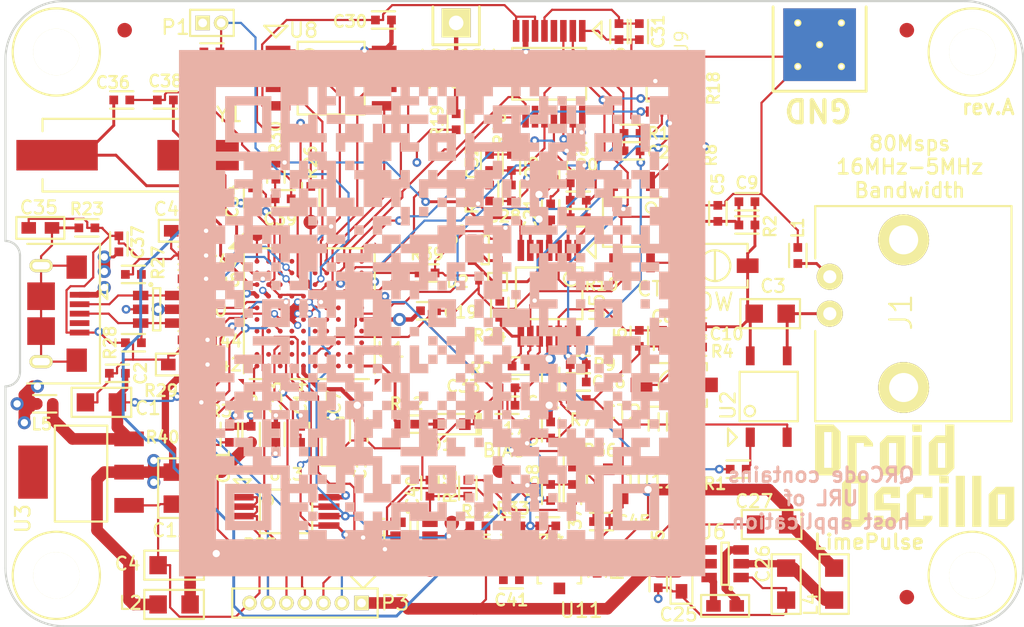
<source format=kicad_pcb>
(kicad_pcb (version 20171130) (host pcbnew "(5.1.12)-1")
  (layers (0 F.Cu mixed) (1 In1_PWR_SIG.Cu mixed) (2 In2_GND.Cu power) (31 B.Cu signal) (35 F.Paste user hide) (36 B.SilkS user hide) (37 F.SilkS user hide) (38 B.Mask user hide) (39 F.Mask user hide) (44 Edge.Cuts user))
  (net 0 "")
  (net 1 GND)
  (net 2 alt_VAA+)
  (net 3 DAC_VREF)
  (net 4 alt_VAA-)
  (net 5 BIAS)
  (net 6 VBUS)
  (net 7 alt_3.3VD)
  (net 8 ADCHS_VPOS0)
  (net 9 "Net-(C20-Pad2)")
  (net 10 "Net-(C31-Pad1)")
  (net 11 ADCHS_VNEG)
  (net 12 "Net-(D1-Pad2)")
  (net 13 "Net-(J1-PadS)")
  (net 14 JTAG_TMS)
  (net 15 JTAG_TCK)
  (net 16 JTAG_TDO)
  (net 17 JTAG_TDI)
  (net 18 JTAG_RESET)
  (net 19 DC_SW)
  (net 20 "Net-(R1-Pad2)")
  (net 21 BOOT3)
  (net 22 OP_SW)
  (net 23 DAC_OUT)
  (net 24 "Net-(R18-Pad1)")
  (net 25 BOOT2)
  (net 26 LED0)
  (net 27 BOOT1)
  (net 28 PROBE_COMP)
  (net 29 I2C_SDA)
  (net 30 I2C_SCL)
  (net 31 SPIFI_SCK)
  (net 32 SPIFI_SIO2)
  (net 33 SPIFI_SIO3)
  (net 34 SPIFI_MISO)
  (net 35 SPIFI_MOSI)
  (net 36 SPIFI_CS)
  (net 37 MUX1-A)
  (net 38 EEPROM_WP)
  (net 39 MUX0-S1)
  (net 40 MUX0-S0)
  (net 41 /USB_VBUS)
  (net 42 /USB_D-)
  (net 43 /USB_D+)
  (net 44 "Net-(C3-Pad1)")
  (net 45 "Net-(C10-Pad1)")
  (net 46 "Net-(C5-Pad1)")
  (net 47 "Net-(C10-Pad2)")
  (net 48 "Net-(C11-Pad1)")
  (net 49 "Net-(C16-Pad1)")
  (net 50 "Net-(C16-Pad2)")
  (net 51 "Net-(C20-Pad1)")
  (net 52 "Net-(C25-Pad1)")
  (net 53 "Net-(C25-Pad2)")
  (net 54 "Net-(C26-Pad1)")
  (net 55 "Net-(C28-Pad2)")
  (net 56 "Net-(C29-Pad1)")
  (net 57 "Net-(C32-Pad2)")
  (net 58 "Net-(C33-Pad1)")
  (net 59 "Net-(C35-Pad1)")
  (net 60 "Net-(C36-Pad2)")
  (net 61 "Net-(C37-Pad1)")
  (net 62 "Net-(C38-Pad2)")
  (net 63 "Net-(C40-Pad2)")
  (net 64 "Net-(C41-Pad1)")
  (net 65 "Net-(R18-Pad2)")
  (net 66 "Net-(R19-Pad1)")
  (net 67 "Net-(R21-Pad1)")
  (net 68 "Net-(R26-Pad2)")
  (net 69 "Net-(R30-Pad1)")
  (net 70 "Net-(R31-Pad1)")
  (net 71 "Net-(U1-PadA1)")
  (net 72 BOOT_ISP)
  (net 73 "Net-(R8-Pad1)")
  (net 74 "Net-(U4-Pad3)")
  (net 75 "Net-(D2-Pad1)")
  (net 76 "Net-(D3-Pad1)")
  (net 77 "Net-(D3-Pad2)")
  (module MyIC:TSSOP-14_4.4x5mm_Pitch0.65mm (layer F.Cu) (at 137.4 120.1 270)
    (fp_text reference U5 (at 1 -3.3 270) (layer F.SilkS))
    (fp_text value OPA4354AIPWR hide)
    (pad 1 smd rect (at -2.95 -1.95 270) (size 1.45 0.45) (layers F.Cu F.Paste F.Mask) (net 9 "Net-(C20-Pad2)"))
    (pad 2 smd rect (at -2.95 -1.3 270) (size 1.45 0.45) (layers F.Cu F.Paste F.Mask) (net 51 "Net-(C20-Pad1)"))
    (pad 3 smd rect (at -2.95 -0.65 270) (size 1.45 0.45) (layers F.Cu F.Paste F.Mask) (net 74 "Net-(U4-Pad3)"))
    (pad 4 smd rect (at -2.95 0 270) (size 1.45 0.45) (layers F.Cu F.Paste F.Mask) (net 2 alt_VAA+))
    (pad 5 smd rect (at -2.95 0.65 270) (size 1.45 0.45) (layers F.Cu F.Paste F.Mask) (net 75 "Net-(D2-Pad1)"))
    (pad 6 smd rect (at -2.95 1.3 270) (size 1.45 0.45) (layers F.Cu F.Paste F.Mask) (net 69 "Net-(R30-Pad1)"))
    (pad 7 smd rect (at -2.95 1.95 270) (size 1.45 0.45) (layers F.Cu F.Paste F.Mask) (net 69 "Net-(R30-Pad1)"))
    (pad 8 smd rect (at 2.95 1.95 270) (size 1.45 0.45) (layers F.Cu F.Paste F.Mask) (net 67 "Net-(R21-Pad1)"))
    (pad 9 smd rect (at 2.95 1.3 270) (size 1.45 0.45) (layers F.Cu F.Paste F.Mask) (net 24 "Net-(R18-Pad1)"))
    (pad 10 smd rect (at 2.95 0.65 270) (size 1.45 0.45) (layers F.Cu F.Paste F.Mask) (net 58 "Net-(C33-Pad1)"))
    (pad 11 smd rect (at 2.95 0 270) (size 1.45 0.45) (layers F.Cu F.Paste F.Mask) (net 4 alt_VAA-))
    (pad 12 smd rect (at 2.95 -0.65 270) (size 1.45 0.45) (layers F.Cu F.Paste F.Mask) (net 47 "Net-(C10-Pad2)"))
    (pad 13 smd rect (at 2.95 -1.3 270) (size 1.45 0.45) (layers F.Cu F.Paste F.Mask) (net 50 "Net-(C16-Pad2)"))
    (pad 14 smd rect (at 2.95 -1.95 270) (size 1.45 0.45) (layers F.Cu F.Paste F.Mask) (net 49 "Net-(C16-Pad1)"))
  )
  (module MyJack:10118193-0001LF (layer F.Cu) (at 101 121.5 270)
    (fp_text reference P2 hide)
    (fp_text value FCI_10118193-0001LF hide)
    (pad 1 smd rect (at -1.3 -4.1) (size 1.35 0.4) (layers F.Cu F.Paste F.Mask) (net 61 "Net-(C37-Pad1)"))
    (pad 2 smd rect (at -0.65 -4.1) (size 1.35 0.4) (layers F.Cu F.Paste F.Mask) (net 42 /USB_D-))
    (pad 3 smd rect (at 0 -4.1) (size 1.35 0.4) (layers F.Cu F.Paste F.Mask) (net 43 /USB_D+))
    (pad 4 smd rect (at 0.65 -4.1) (size 1.35 0.4) (layers F.Cu F.Paste F.Mask))
    (pad 5 smd rect (at 1.3 -4.1) (size 1.35 0.4) (layers F.Cu F.Paste F.Mask) (net 1 GND))
    (pad S3 smd rect (at -1.2 -1.45 270) (size 1.9 1.9) (layers F.Cu F.Paste F.Mask) (net 59 "Net-(C35-Pad1)"))
    (pad S4 smd rect (at 1.2 -1.45 270) (size 1.9 1.9) (layers F.Cu F.Paste F.Mask) (net 59 "Net-(C35-Pad1)"))
    (pad S2 thru_hole oval (at -3.3 -1.45 270) (size 0.9 1.6) (drill oval 0.5 1.2) (layers *.Cu *.Mask F.SilkS) (net 59 "Net-(C35-Pad1)"))
    (pad S1 smd rect (at -3.2 -3.9 270) (size 1.6 1.4) (layers F.Cu F.Paste F.Mask) (net 59 "Net-(C35-Pad1)"))
    (pad S6 smd rect (at 3.2 -3.9 270) (size 1.6 1.4) (layers F.Cu F.Paste F.Mask) (net 59 "Net-(C35-Pad1)"))
    (pad S5 thru_hole oval (at 3.3 -1.45 270) (size 0.9 1.6) (drill oval 0.5 1.2) (layers *.Cu *.Mask F.SilkS) (net 59 "Net-(C35-Pad1)"))
  )
  (module Crystals:Crystal_HC49-SD_SMD (layer F.Cu) (at 108.4 110.6)
    (fp_text reference Y1 (at 7 -2.8) (layer F.SilkS))
    (fp_text value ABLS-12.000MHZ-B4-T hide)
    (pad 1 smd rect (at -4.84886 0) (size 5.6007 2.10058) (layers F.Cu F.Paste F.Mask) (net 60 "Net-(C36-Pad2)"))
    (pad 2 smd rect (at 4.84886 0) (size 5.6007 2.10058) (layers F.Cu F.Paste F.Mask) (net 62 "Net-(C38-Pad2)"))
  )
  (module MySMD:SMD2012 (layer F.Cu) (at 106.6 127.6 180)
    (fp_text reference C1 (at -3.2 -0.4 180) (layer F.SilkS) (effects (font (size 0.9 0.9))))
    (fp_text value "22u 6.3V" hide)
    (pad 1 smd rect (at -1.09982 0 180) (size 1.20142 1.24968) (layers F.Cu F.Paste F.Mask) (net 6 VBUS))
    (pad 2 smd rect (at 1.09982 0 180) (size 1.20142 1.24968) (layers F.Cu F.Paste F.Mask) (net 1 GND))
  )
  (module MySMD:SMD2012 (layer F.Cu) (at 152.6 121.5 180)
    (fp_text reference C3 (at -0.2 1.9 180) (layer F.SilkS) (effects (font (size 0.9 0.9))))
    (fp_text value "47n 100V" hide)
    (pad 1 smd rect (at -1.09982 0 180) (size 1.20142 1.24968) (layers F.Cu F.Paste F.Mask) (net 44 "Net-(C3-Pad1)"))
    (pad 2 smd rect (at 1.09982 0 180) (size 1.20142 1.24968) (layers F.Cu F.Paste F.Mask) (net 45 "Net-(C10-Pad1)"))
  )
  (module TO_SOT_Packages_SMD:SOT-23-6 (layer F.Cu) (at 149.5 138.7 180)
    (fp_text reference U6 (at 0.9 2.2 180) (layer F.SilkS))
    (fp_text value LM2664 hide)
    (pad 1 smd rect (at -1.1 -0.95 180) (size 1.06 0.65) (layers F.Cu F.Paste F.Mask) (net 1 GND))
    (pad 2 smd rect (at -1.1 0 180) (size 1.06 0.65) (layers F.Cu F.Paste F.Mask) (net 54 "Net-(C26-Pad1)"))
    (pad 3 smd rect (at -1.1 0.95 180) (size 1.06 0.65) (layers F.Cu F.Paste F.Mask) (net 53 "Net-(C25-Pad2)"))
    (pad 4 smd rect (at 1.1 0.95 180) (size 1.06 0.65) (layers F.Cu F.Paste F.Mask) (net 7 alt_3.3VD))
    (pad 6 smd rect (at 1.1 -0.95 180) (size 1.06 0.65) (layers F.Cu F.Paste F.Mask) (net 52 "Net-(C25-Pad1)"))
    (pad 5 smd rect (at 1.1 0 180) (size 1.06 0.65) (layers F.Cu F.Paste F.Mask) (net 7 alt_3.3VD))
  )
  (module TO_SOT_Packages_SMD:SOT-23-6 (layer F.Cu) (at 128.1 136.8)
    (fp_text reference U14 (at -2.5 0 90) (layer F.SilkS))
    (fp_text value MCP4726A0T-E/CH hide)
    (pad 1 smd rect (at -1.1 -0.95) (size 1.06 0.65) (layers F.Cu F.Paste F.Mask) (net 23 DAC_OUT))
    (pad 2 smd rect (at -1.1 0) (size 1.06 0.65) (layers F.Cu F.Paste F.Mask) (net 1 GND))
    (pad 3 smd rect (at -1.1 0.95) (size 1.06 0.65) (layers F.Cu F.Paste F.Mask) (net 2 alt_VAA+))
    (pad 4 smd rect (at 1.1 0.95) (size 1.06 0.65) (layers F.Cu F.Paste F.Mask) (net 29 I2C_SDA))
    (pad 6 smd rect (at 1.1 -0.95) (size 1.06 0.65) (layers F.Cu F.Paste F.Mask) (net 63 "Net-(C40-Pad2)"))
    (pad 5 smd rect (at 1.1 0) (size 1.06 0.65) (layers F.Cu F.Paste F.Mask) (net 30 I2C_SCL))
  )
  (module MyMsc:Fiducial_1mm (layer F.Cu) (at 108.2 102)
    (fp_text reference FID1 hide)
    (fp_text value Fiducial_C hide)
    (pad 1 smd circle (at 0 0) (size 1 1) (layers F.Cu F.Mask) (thermal_gap 1))
  )
  (module MyMsc:Fiducial_1mm (layer F.Cu) (at 162 102)
    (fp_text reference FID2 hide)
    (fp_text value Fiducial_A hide)
    (pad 1 smd circle (at 0 0) (size 1 1) (layers F.Cu F.Mask) (thermal_gap 1))
  )
  (module MyMsc:Fiducial_1mm (layer F.Cu) (at 162 141)
    (fp_text reference FID3 hide)
    (fp_text value Fiducial_B hide)
    (pad 1 smd circle (at 0 0) (size 1 1) (layers F.Cu F.Mask) (thermal_gap 1))
  )
  (module MyJack:BNC-R (layer F.Cu) (at 156.7 121.5 90)
    (fp_text reference J1 (at 0.1 4.9 90) (layer F.SilkS) (effects (font (size 1.5 1.5))))
    (fp_text value BNC hide)
    (pad C thru_hole circle (at 0 0 90) (size 1.8 1.8) (drill 0.9) (layers *.Cu *.Mask F.SilkS) (net 44 "Net-(C3-Pad1)"))
    (pad S thru_hole circle (at 2.54 0 90) (size 1.8 1.8) (drill 0.9) (layers *.Cu *.Mask F.SilkS) (net 13 "Net-(J1-PadS)"))
    (pad NC thru_hole circle (at -5.08 5.08 90) (size 3.5 3.5) (drill 2) (layers *.Cu *.Mask F.SilkS))
    (pad NC thru_hole circle (at 5.08 5.08 90) (size 3.5 3.5) (drill 2) (layers *.Cu *.Mask F.SilkS))
  )
  (module MySMD:SMD2012 (layer F.Cu) (at 111.6 138.8 180)
    (fp_text reference C4 (at 3.2 0.1 180) (layer F.SilkS) (effects (font (size 0.9 0.9))))
    (fp_text value "22u 6.3V" hide)
    (pad 1 smd rect (at -1.09982 0 180) (size 1.20142 1.24968) (layers F.Cu F.Paste F.Mask) (net 2 alt_VAA+))
    (pad 2 smd rect (at 1.09982 0 180) (size 1.20142 1.24968) (layers F.Cu F.Paste F.Mask) (net 1 GND))
  )
  (module MySMD:SMD1608 (layer F.Cu) (at 122.5 130.3 270)
    (fp_text reference C7 (at -2.7 -0.1 270) (layer F.SilkS) (effects (font (size 0.9 0.9) (thickness 0.15066))))
    (fp_text value "10u 6.3V" hide)
    (pad 1 smd rect (at -0.8001 0 270) (size 1.00076 0.8001) (layers F.Cu F.Paste F.Mask) (net 48 "Net-(C11-Pad1)"))
    (pad 2 smd rect (at 0.8001 0 270) (size 1.00076 0.8001) (layers F.Cu F.Paste F.Mask) (net 1 GND))
  )
  (module MySMD:SMD2012 (layer F.Cu) (at 111.5 133.5 270)
    (fp_text reference C12 (at 2.9 0.1) (layer F.SilkS) (effects (font (size 0.9 0.9))))
    (fp_text value "22u 6.3V" hide)
    (pad 1 smd rect (at -1.09982 0 270) (size 1.20142 1.24968) (layers F.Cu F.Paste F.Mask) (net 7 alt_3.3VD))
    (pad 2 smd rect (at 1.09982 0 270) (size 1.20142 1.24968) (layers F.Cu F.Paste F.Mask) (net 1 GND))
  )
  (module MySMD:SMD1608 (layer F.Cu) (at 146.5 139.8 270)
    (fp_text reference C18 (at -3.2 0 270) (layer F.SilkS) (effects (font (size 0.9 0.9) (thickness 0.15066))))
    (fp_text value "10u 6.3V" hide)
    (pad 1 smd rect (at -0.8001 0 270) (size 1.00076 0.8001) (layers F.Cu F.Paste F.Mask) (net 7 alt_3.3VD))
    (pad 2 smd rect (at 0.8001 0 270) (size 1.00076 0.8001) (layers F.Cu F.Paste F.Mask) (net 1 GND))
  )
  (module MySMD:SMD1608 (layer F.Cu) (at 149.5 141.6)
    (fp_text reference C25 (at -3.2 0.6) (layer F.SilkS) (effects (font (size 0.9 0.9) (thickness 0.15066))))
    (fp_text value "4.7u 6.3V" hide)
    (pad 1 smd rect (at -0.8001 0) (size 1.00076 0.8001) (layers F.Cu F.Paste F.Mask) (net 52 "Net-(C25-Pad1)"))
    (pad 2 smd rect (at 0.8001 0) (size 1.00076 0.8001) (layers F.Cu F.Paste F.Mask) (net 53 "Net-(C25-Pad2)"))
  )
  (module MySMD:SMD2012 (layer F.Cu) (at 153.7 140.1 270)
    (fp_text reference C26 (at -1.4 1.6 270) (layer F.SilkS) (effects (font (size 0.9 0.9))))
    (fp_text value "22u 6.3V" hide)
    (pad 1 smd rect (at -1.09982 0 270) (size 1.20142 1.24968) (layers F.Cu F.Paste F.Mask) (net 54 "Net-(C26-Pad1)"))
    (pad 2 smd rect (at 1.09982 0 270) (size 1.20142 1.24968) (layers F.Cu F.Paste F.Mask) (net 1 GND))
  )
  (module MySMD:SMD2012 (layer F.Cu) (at 152.7 136 180)
    (fp_text reference C27 (at 1.2 1.6 180) (layer F.SilkS) (effects (font (size 0.9 0.9))))
    (fp_text value "22u 6.3V" hide)
    (pad 1 smd rect (at -1.09982 0 180) (size 1.20142 1.24968) (layers F.Cu F.Paste F.Mask) (net 4 alt_VAA-))
    (pad 2 smd rect (at 1.09982 0 180) (size 1.20142 1.24968) (layers F.Cu F.Paste F.Mask) (net 1 GND))
  )
  (module MySMD:SMD1608 (layer F.Cu) (at 102.4 115.6 180)
    (fp_text reference C35 (at 0.1 1.4 180) (layer F.SilkS) (effects (font (size 0.9 0.9) (thickness 0.15066))))
    (fp_text value "4.7n 100V" hide)
    (pad 1 smd rect (at -0.8001 0 180) (size 1.00076 0.8001) (layers F.Cu F.Paste F.Mask) (net 59 "Net-(C35-Pad1)"))
    (pad 2 smd rect (at 0.8001 0 180) (size 1.00076 0.8001) (layers F.Cu F.Paste F.Mask) (net 1 GND))
  )
  (module MySMD:SMD1608 (layer F.Cu) (at 112 125 180)
    (fp_text reference C42 (at -3 0 180) (layer F.SilkS) (effects (font (size 0.9 0.9) (thickness 0.15066))))
    (fp_text value "10u 6.3V" hide)
    (pad 1 smd rect (at -0.8001 0 180) (size 1.00076 0.8001) (layers F.Cu F.Paste F.Mask) (net 7 alt_3.3VD))
    (pad 2 smd rect (at 0.8001 0 180) (size 1.00076 0.8001) (layers F.Cu F.Paste F.Mask) (net 1 GND))
  )
  (module MySMD:SMD1608 (layer F.Cu) (at 112.2 115.8 180)
    (fp_text reference C46 (at 0.7 1.5 180) (layer F.SilkS) (effects (font (size 0.9 0.9) (thickness 0.15066))))
    (fp_text value "10u 6.3V" hide)
    (pad 1 smd rect (at -0.8001 0 180) (size 1.00076 0.8001) (layers F.Cu F.Paste F.Mask) (net 7 alt_3.3VD))
    (pad 2 smd rect (at 0.8001 0 180) (size 1.00076 0.8001) (layers F.Cu F.Paste F.Mask) (net 1 GND))
  )
  (module MySMD:SMD2012 (layer F.Cu) (at 111.6 141.5)
    (fp_text reference L2 (at -3 -0.1) (layer F.SilkS) (effects (font (size 0.9 0.9))))
    (fp_text value LBR2012T202K hide)
    (pad 1 smd rect (at -1.09982 0) (size 1.20142 1.24968) (layers F.Cu F.Paste F.Mask) (net 7 alt_3.3VD))
    (pad 2 smd rect (at 1.09982 0) (size 1.20142 1.24968) (layers F.Cu F.Paste F.Mask) (net 2 alt_VAA+))
  )
  (module MySMD:SMD2012 (layer F.Cu) (at 157 140.1 90)
    (fp_text reference L4 (at -1.4 -1.6 90) (layer F.SilkS) (effects (font (size 0.9 0.9))))
    (fp_text value LBR2012T202K hide)
    (pad 1 smd rect (at -1.09982 0 90) (size 1.20142 1.24968) (layers F.Cu F.Paste F.Mask) (net 54 "Net-(C26-Pad1)"))
    (pad 2 smd rect (at 1.09982 0 90) (size 1.20142 1.24968) (layers F.Cu F.Paste F.Mask) (net 4 alt_VAA-))
  )
  (module MyMsc:PIN_HEADER_2_1.27mm (layer F.Cu) (at 114.2 101.5)
    (fp_text reference P1 (at -2.5 0.3) (layer F.SilkS))
    (fp_text value USB_BOOT hide)
    (pad 1 thru_hole rect (at -0.635 0) (size 1 1) (drill 0.6) (layers *.Cu *.Mask F.SilkS) (net 7 alt_3.3VD))
    (pad 2 thru_hole circle (at 0.635 0) (size 1 1) (drill 0.6) (layers *.Cu *.Mask F.SilkS) (net 25 BOOT2))
  )
  (module MyMsc:PIN_HEADER_7_1.27pitch (layer F.Cu) (at 120.6 141.4)
    (fp_text reference P3 (at 6.2 0) (layer F.SilkS))
    (fp_text value JTAG hide)
    (pad 1 thru_hole rect (at 3.89 0 180) (size 1 1) (drill 0.6) (layers *.Cu *.Mask F.SilkS) (net 7 alt_3.3VD))
    (pad 2 thru_hole circle (at 2.54 0 180) (size 1 1) (drill 0.6) (layers *.Cu *.Mask F.SilkS) (net 14 JTAG_TMS))
    (pad 3 thru_hole circle (at 1.27 0 180) (size 1 1) (drill 0.6) (layers *.Cu *.Mask F.SilkS) (net 15 JTAG_TCK))
    (pad 4 thru_hole circle (at 0 0 180) (size 1 1) (drill 0.6) (layers *.Cu *.Mask F.SilkS) (net 16 JTAG_TDO))
    (pad 5 thru_hole circle (at -1.27 0 180) (size 1 1) (drill 0.6) (layers *.Cu *.Mask F.SilkS) (net 17 JTAG_TDI))
    (pad 6 thru_hole circle (at -2.54 0 180) (size 1 1) (drill 0.6) (layers *.Cu *.Mask F.SilkS) (net 18 JTAG_RESET))
    (pad 7 thru_hole circle (at -3.81 0 180) (size 1 1) (drill 0.6) (layers *.Cu *.Mask F.SilkS) (net 1 GND))
  )
  (module TO_SOT_Packages_SMD:SOT-23-6 (layer F.Cu) (at 110.4 121.2)
    (fp_text reference U10 (at 3.4 0 180) (layer F.SilkS))
    (fp_text value USBLC6-2SC6 hide)
    (pad 1 smd rect (at -1.1 -0.95) (size 1.06 0.65) (layers F.Cu F.Paste F.Mask) (net 42 /USB_D-))
    (pad 2 smd rect (at -1.1 0) (size 1.06 0.65) (layers F.Cu F.Paste F.Mask) (net 1 GND))
    (pad 3 smd rect (at -1.1 0.95) (size 1.06 0.65) (layers F.Cu F.Paste F.Mask) (net 43 /USB_D+))
    (pad 4 smd rect (at 1.1 0.95) (size 1.06 0.65) (layers F.Cu F.Paste F.Mask) (net 43 /USB_D+))
    (pad 6 smd rect (at 1.1 -0.95) (size 1.06 0.65) (layers F.Cu F.Paste F.Mask) (net 42 /USB_D-))
    (pad 5 smd rect (at 1.1 0) (size 1.06 0.65) (layers F.Cu F.Paste F.Mask) (net 61 "Net-(C37-Pad1)"))
  )
  (module TO_SOT_Packages_SMD:SOT-23 (layer F.Cu) (at 138.1 139.4 180)
    (fp_text reference U11 (at -1.5 -2.5 180) (layer F.SilkS))
    (fp_text value LM385M3-1.2/NOPB hide)
    (pad 1 smd rect (at -0.95 1.00076 180) (size 0.8001 0.8001) (layers F.Cu F.Paste F.Mask) (net 1 GND))
    (pad 2 smd rect (at 0.95 1.00076 180) (size 0.8001 0.8001) (layers F.Cu F.Paste F.Mask) (net 64 "Net-(C41-Pad1)"))
    (pad 3 smd rect (at 0 -0.99822 180) (size 0.8001 0.8001) (layers F.Cu F.Paste F.Mask))
  )
  (module TO_SOT_Packages_SMD:SOT-23 (layer F.Cu) (at 141.5 133.2)
    (fp_text reference U12 (at 3.3 -0.2) (layer F.SilkS))
    (fp_text value LM385M3-1.2/NOPB hide)
    (pad 1 smd rect (at -0.95 1.00076) (size 0.8001 0.8001) (layers F.Cu F.Paste F.Mask) (net 3 DAC_VREF))
    (pad 2 smd rect (at 0.95 1.00076) (size 0.8001 0.8001) (layers F.Cu F.Paste F.Mask) (net 1 GND))
    (pad 3 smd rect (at 0 -0.99822) (size 0.8001 0.8001) (layers F.Cu F.Paste F.Mask))
  )
  (module MyMsc:PROBE_COMP_HOLE (layer F.Cu) (at 131 101.5)
    (fp_text reference W2 hide)
    (fp_text value PROBE_COMP_HOLE hide)
    (pad 1 thru_hole rect (at 0 0) (size 2 2) (drill 1) (layers *.Cu *.Mask F.SilkS) (net 66 "Net-(R19-Pad1)"))
  )
  (module MyMsc:Probe-ADJ-GND (layer F.Cu) (at 156 103)
    (fp_text reference W4 hide)
    (fp_text value PROBE_GND_PAD hide)
    (pad 1 smd rect (at 0 0) (size 5 5) (layers F.Cu F.Mask) (net 1 GND))
    (pad 1 smd rect (at 0 0) (size 5 5) (layers B.Cu B.Mask) (net 1 GND))
    (pad 1 thru_hole circle (at -1.5 -1.5) (size 0.5 0.5) (drill 0.3) (layers *.Cu *.Mask F.SilkS) (net 1 GND))
    (pad 1 thru_hole circle (at 1.5 -1.5) (size 0.5 0.5) (drill 0.3) (layers *.Cu *.Mask F.SilkS) (net 1 GND))
    (pad 1 thru_hole circle (at -1.5 1.5) (size 0.5 0.5) (drill 0.3) (layers *.Cu *.Mask F.SilkS) (net 1 GND))
    (pad 1 thru_hole circle (at 1.5 1.5) (size 0.5 0.5) (drill 0.3) (layers *.Cu *.Mask F.SilkS) (net 1 GND))
    (pad 1 thru_hole circle (at 0 0) (size 0.5 0.5) (drill 0.3) (layers *.Cu *.Mask F.SilkS) (net 1 GND))
  )
  (module MyIC:SOT-223 (layer F.Cu) (at 105.2 132.4 90)
    (fp_text reference U3 (at -3.2 -4 90) (layer F.SilkS))
    (fp_text value AMS1117-3.3 hide)
    (pad 4 smd rect (at 0 -3.302 90) (size 3.6576 2.032) (layers F.Cu F.Paste F.Mask))
    (pad 2 smd rect (at 0 3.302 90) (size 1.016 2.032) (layers F.Cu F.Paste F.Mask) (net 7 alt_3.3VD))
    (pad 3 smd rect (at 2.286 3.302 90) (size 1.016 2.032) (layers F.Cu F.Paste F.Mask) (net 6 VBUS))
    (pad 1 smd rect (at -2.286 3.302 90) (size 1.016 2.032) (layers F.Cu F.Paste F.Mask) (net 1 GND))
  )
  (module MySMD:SMD1005 (layer F.Cu) (at 113 130 180)
    (fp_text reference R40 (at 2.2 0 180) (layer F.SilkS) (effects (font (size 0.8001 0.8001) (thickness 0.16002))))
    (fp_text value "2.2k 5%" hide)
    (pad 1 smd rect (at -0.55118 0 180) (size 0.59944 0.59944) (layers F.Cu F.Paste F.Mask) (net 27 BOOT1))
    (pad 2 smd rect (at 0.55118 0 180) (size 0.59944 0.59944) (layers F.Cu F.Paste F.Mask) (net 1 GND))
  )
  (module MySMD:SMD1005 (layer F.Cu) (at 129 118.7)
    (fp_text reference R39 (at 0 -1.3) (layer F.SilkS) (effects (font (size 0.8001 0.8001) (thickness 0.16002))))
    (fp_text value "2.2k 5%" hide)
    (pad 1 smd rect (at -0.55118 0) (size 0.59944 0.59944) (layers F.Cu F.Paste F.Mask) (net 21 BOOT3))
    (pad 2 smd rect (at 0.55118 0) (size 0.59944 0.59944) (layers F.Cu F.Paste F.Mask) (net 1 GND))
  )
  (module MySMD:SMD1005 (layer F.Cu) (at 116.9 129.8 90)
    (fp_text reference L3 (at 2.1 0 90) (layer F.SilkS) (effects (font (size 0.8001 0.8001) (thickness 0.16002))))
    (fp_text value BLM15AG601SN1 hide)
    (pad 1 smd rect (at -0.55118 0 90) (size 0.59944 0.59944) (layers F.Cu F.Paste F.Mask) (net 7 alt_3.3VD))
    (pad 2 smd rect (at 0.55118 0 90) (size 0.59944 0.59944) (layers F.Cu F.Paste F.Mask) (net 48 "Net-(C11-Pad1)"))
  )
  (module MySMD:SMD1005 (layer F.Cu) (at 154.5 117.5 90)
    (fp_text reference L1 (at 1.9 0 90) (layer F.SilkS) (effects (font (size 0.8001 0.8001) (thickness 0.16002))))
    (fp_text value BLM15AG121SN1 hide)
    (pad 1 smd rect (at -0.55118 0 90) (size 0.59944 0.59944) (layers F.Cu F.Paste F.Mask) (net 13 "Net-(J1-PadS)"))
    (pad 2 smd rect (at 0.55118 0 90) (size 0.59944 0.59944) (layers F.Cu F.Paste F.Mask) (net 1 GND))
  )
  (module MySMD:SMD1005 (layer F.Cu) (at 112.7 123.3 180)
    (fp_text reference C44 (at -2.4 -0.1 180) (layer F.SilkS) (effects (font (size 0.8001 0.8001) (thickness 0.16002))))
    (fp_text value 0.1u hide)
    (pad 1 smd rect (at -0.55118 0 180) (size 0.59944 0.59944) (layers F.Cu F.Paste F.Mask) (net 7 alt_3.3VD))
    (pad 2 smd rect (at 0.55118 0 180) (size 0.59944 0.59944) (layers F.Cu F.Paste F.Mask) (net 1 GND))
  )
  (module MySMD:SMD1005 (layer F.Cu) (at 134.5 126.6 180)
    (fp_text reference C33 (at 3 0.1) (layer F.SilkS) (effects (font (size 0.8001 0.8001) (thickness 0.16002))))
    (fp_text value 0.1u hide)
    (pad 1 smd rect (at -0.55118 0 180) (size 0.59944 0.59944) (layers F.Cu F.Paste F.Mask) (net 58 "Net-(C33-Pad1)"))
    (pad 2 smd rect (at 0.55118 0 180) (size 0.59944 0.59944) (layers F.Cu F.Paste F.Mask) (net 1 GND))
  )
  (module MySMD:SMD1005 (layer F.Cu) (at 143.6 102.1 270)
    (fp_text reference C31 (at 0 -1.3 270) (layer F.SilkS) (effects (font (size 0.8001 0.8001) (thickness 0.16002))))
    (fp_text value 10p hide)
    (pad 1 smd rect (at -0.55118 0 270) (size 0.59944 0.59944) (layers F.Cu F.Paste F.Mask) (net 10 "Net-(C31-Pad1)"))
    (pad 2 smd rect (at 0.55118 0 270) (size 0.59944 0.59944) (layers F.Cu F.Paste F.Mask) (net 49 "Net-(C16-Pad1)"))
  )
  (module MySMD:SMD1005 (layer F.Cu) (at 137.5 129.5 90)
    (fp_text reference C24 (at 0 -1.3 90) (layer F.SilkS) (effects (font (size 0.8001 0.8001) (thickness 0.16002))))
    (fp_text value 0.1u hide)
    (pad 1 smd rect (at -0.55118 0 90) (size 0.59944 0.59944) (layers F.Cu F.Paste F.Mask) (net 1 GND))
    (pad 2 smd rect (at 0.55118 0 90) (size 0.59944 0.59944) (layers F.Cu F.Paste F.Mask) (net 4 alt_VAA-))
  )
  (module MySMD:SMD1005 (layer F.Cu) (at 139.4 126.2 180)
    (fp_text reference C16 (at -2.1 0 180) (layer F.SilkS) (effects (font (size 0.8001 0.8001) (thickness 0.16002))))
    (fp_text value 2.2p hide)
    (pad 1 smd rect (at -0.55118 0 180) (size 0.59944 0.59944) (layers F.Cu F.Paste F.Mask) (net 49 "Net-(C16-Pad1)"))
    (pad 2 smd rect (at 0.55118 0 180) (size 0.59944 0.59944) (layers F.Cu F.Paste F.Mask) (net 50 "Net-(C16-Pad2)"))
  )
  (module MySMD:SMD1005 (layer F.Cu) (at 144.9 139.8 270)
    (fp_text reference C15 (at -2.3 0 270) (layer F.SilkS) (effects (font (size 0.8001 0.8001) (thickness 0.16002))))
    (fp_text value 0.1u hide)
    (pad 1 smd rect (at -0.55118 0 270) (size 0.59944 0.59944) (layers F.Cu F.Paste F.Mask) (net 7 alt_3.3VD))
    (pad 2 smd rect (at 0.55118 0 270) (size 0.59944 0.59944) (layers F.Cu F.Paste F.Mask) (net 1 GND))
  )
  (module MySMD:SMD1005 (layer F.Cu) (at 120.3 129.8 270)
    (fp_text reference C14 (at -2.5 0 270) (layer F.SilkS) (effects (font (size 0.8001 0.8001) (thickness 0.16002))))
    (fp_text value 0.1u hide)
    (pad 1 smd rect (at -0.55118 0 270) (size 0.59944 0.59944) (layers F.Cu F.Paste F.Mask) (net 48 "Net-(C11-Pad1)"))
    (pad 2 smd rect (at 0.55118 0 270) (size 0.59944 0.59944) (layers F.Cu F.Paste F.Mask) (net 1 GND))
  )
  (module MySMD:SMD1005 (layer F.Cu) (at 115.4 129.8 270)
    (fp_text reference C11 (at 2.2 0.4 90) (layer F.SilkS) (effects (font (size 0.8001 0.8001) (thickness 0.16002))))
    (fp_text value 0.1u hide)
    (pad 1 smd rect (at -0.55118 0 270) (size 0.59944 0.59944) (layers F.Cu F.Paste F.Mask) (net 48 "Net-(C11-Pad1)"))
    (pad 2 smd rect (at 0.55118 0 270) (size 0.59944 0.59944) (layers F.Cu F.Paste F.Mask) (net 1 GND))
  )
  (module MySMD:SMD1005 (layer F.Cu) (at 151 113.8 180)
    (fp_text reference C9 (at 0 1.3 180) (layer F.SilkS) (effects (font (size 0.8001 0.8001) (thickness 0.16002))))
    (fp_text value NM hide)
    (pad 1 smd rect (at -0.55118 0 180) (size 0.59944 0.59944) (layers F.Cu F.Paste F.Mask) (net 45 "Net-(C10-Pad1)"))
    (pad 2 smd rect (at 0.55118 0 180) (size 0.59944 0.59944) (layers F.Cu F.Paste F.Mask) (net 46 "Net-(C5-Pad1)"))
  )
  (module MySMD:SMD1005 (layer F.Cu) (at 145.2 123.2 270)
    (fp_text reference C6 (at -1.5 0) (layer F.SilkS) (effects (font (size 0.8001 0.8001) (thickness 0.16002))))
    (fp_text value 120p hide)
    (pad 1 smd rect (at -0.55118 0 270) (size 0.59944 0.59944) (layers F.Cu F.Paste F.Mask) (net 47 "Net-(C10-Pad2)"))
    (pad 2 smd rect (at 0.55118 0 270) (size 0.59944 0.59944) (layers F.Cu F.Paste F.Mask) (net 1 GND))
  )
  (module MySMD:SMD1005 (layer F.Cu) (at 149 114.6 90)
    (fp_text reference C5 (at 2 0 90) (layer F.SilkS) (effects (font (size 0.8001 0.8001) (thickness 0.16002))))
    (fp_text value 4.7p hide)
    (pad 1 smd rect (at -0.55118 0 90) (size 0.59944 0.59944) (layers F.Cu F.Paste F.Mask) (net 46 "Net-(C5-Pad1)"))
    (pad 2 smd rect (at 0.55118 0 90) (size 0.59944 0.59944) (layers F.Cu F.Paste F.Mask) (net 1 GND))
  )
  (module MySMD:SMD1005 (layer F.Cu) (at 107.7 125.6 180)
    (fp_text reference C2 (at -1.6 0 270) (layer F.SilkS) (effects (font (size 0.8001 0.8001) (thickness 0.16002))))
    (fp_text value 0.1u hide)
    (pad 1 smd rect (at -0.55118 0 180) (size 0.59944 0.59944) (layers F.Cu F.Paste F.Mask) (net 6 VBUS))
    (pad 2 smd rect (at 0.55118 0 180) (size 0.59944 0.59944) (layers F.Cu F.Paste F.Mask) (net 1 GND))
  )
  (module MySMD:SMD1005 (layer F.Cu) (at 113.7 133.6 270)
    (fp_text reference C8 (at 2 0 270) (layer F.SilkS) (effects (font (size 0.8001 0.8001) (thickness 0.16002))))
    (fp_text value 0.1u hide)
    (pad 1 smd rect (at -0.55118 0 270) (size 0.59944 0.59944) (layers F.Cu F.Paste F.Mask) (net 7 alt_3.3VD))
    (pad 2 smd rect (at 0.55118 0 270) (size 0.59944 0.59944) (layers F.Cu F.Paste F.Mask) (net 1 GND))
  )
  (module MySMD:SMD1005 (layer F.Cu) (at 147.4 122.4 180)
    (fp_text reference C10 (at -2.2 -0.5 180) (layer F.SilkS) (effects (font (size 0.8001 0.8001) (thickness 0.16002))))
    (fp_text value NM hide)
    (pad 1 smd rect (at -0.55118 0 180) (size 0.59944 0.59944) (layers F.Cu F.Paste F.Mask) (net 45 "Net-(C10-Pad1)"))
    (pad 2 smd rect (at 0.55118 0 180) (size 0.59944 0.59944) (layers F.Cu F.Paste F.Mask) (net 47 "Net-(C10-Pad2)"))
  )
  (module MySMD:SMD1005 (layer F.Cu) (at 118.6 129.8 270)
    (fp_text reference C13 (at -2.5 0 270) (layer F.SilkS) (effects (font (size 0.8001 0.8001) (thickness 0.16002))))
    (fp_text value 22n hide)
    (pad 1 smd rect (at -0.55118 0 270) (size 0.59944 0.59944) (layers F.Cu F.Paste F.Mask) (net 48 "Net-(C11-Pad1)"))
    (pad 2 smd rect (at 0.55118 0 270) (size 0.59944 0.59944) (layers F.Cu F.Paste F.Mask) (net 1 GND))
  )
  (module MySMD:SMD1005 (layer F.Cu) (at 124.3 129.5 270)
    (fp_text reference C17 (at 2.3 -0.1 270) (layer F.SilkS) (effects (font (size 0.8001 0.8001) (thickness 0.16002))))
    (fp_text value 0.1u hide)
    (pad 1 smd rect (at -0.55118 0 270) (size 0.59944 0.59944) (layers F.Cu F.Paste F.Mask) (net 7 alt_3.3VD))
    (pad 2 smd rect (at 0.55118 0 270) (size 0.59944 0.59944) (layers F.Cu F.Paste F.Mask) (net 1 GND))
  )
  (module MySMD:SMD1005 (layer F.Cu) (at 139.4 113.7)
    (fp_text reference C20 (at 0.2 -2.4 180) (layer F.SilkS) (effects (font (size 0.8001 0.8001) (thickness 0.16002))))
    (fp_text value 2.2p hide)
    (pad 1 smd rect (at -0.55118 0) (size 0.59944 0.59944) (layers F.Cu F.Paste F.Mask) (net 51 "Net-(C20-Pad1)"))
    (pad 2 smd rect (at 0.55118 0) (size 0.59944 0.59944) (layers F.Cu F.Paste F.Mask) (net 9 "Net-(C20-Pad2)"))
  )
  (module MySMD:SMD1005 (layer F.Cu) (at 137.5 114.5 90)
    (fp_text reference C21 (at -0.2 -1.4 90) (layer F.SilkS) (effects (font (size 0.8001 0.8001) (thickness 0.16002))))
    (fp_text value 1u hide)
    (pad 1 smd rect (at -0.55118 0 90) (size 0.59944 0.59944) (layers F.Cu F.Paste F.Mask) (net 2 alt_VAA+))
    (pad 2 smd rect (at 0.55118 0 90) (size 0.59944 0.59944) (layers F.Cu F.Paste F.Mask) (net 1 GND))
  )
  (module MySMD:SMD1005 (layer F.Cu) (at 137.5 126 90)
    (fp_text reference C22 (at -1.6 -0.5 180) (layer F.SilkS) (effects (font (size 0.8001 0.8001) (thickness 0.16002))))
    (fp_text value 1u hide)
    (pad 1 smd rect (at -0.55118 0 90) (size 0.59944 0.59944) (layers F.Cu F.Paste F.Mask) (net 1 GND))
    (pad 2 smd rect (at 0.55118 0 90) (size 0.59944 0.59944) (layers F.Cu F.Paste F.Mask) (net 4 alt_VAA-))
  )
  (module MySMD:SMD1005 (layer F.Cu) (at 137.5 112 90)
    (fp_text reference C23 (at 0.2 -1.3 270) (layer F.SilkS) (effects (font (size 0.8001 0.8001) (thickness 0.16002))))
    (fp_text value 0.1u hide)
    (pad 1 smd rect (at -0.55118 0 90) (size 0.59944 0.59944) (layers F.Cu F.Paste F.Mask) (net 2 alt_VAA+))
    (pad 2 smd rect (at 0.55118 0 90) (size 0.59944 0.59944) (layers F.Cu F.Paste F.Mask) (net 1 GND))
  )
  (module MySMD:SMD1005 (layer F.Cu) (at 134.8 113.2 270)
    (fp_text reference C28 (at 1.6 0.5) (layer F.SilkS) (effects (font (size 0.8001 0.8001) (thickness 0.16002))))
    (fp_text value 15p hide)
    (pad 1 smd rect (at -0.55118 0 270) (size 0.59944 0.59944) (layers F.Cu F.Paste F.Mask) (net 9 "Net-(C20-Pad2)"))
    (pad 2 smd rect (at 0.55118 0 270) (size 0.59944 0.59944) (layers F.Cu F.Paste F.Mask) (net 55 "Net-(C28-Pad2)"))
  )
  (module MySMD:SMD1005 (layer F.Cu) (at 143.1 110.3)
    (fp_text reference C29 (at 2.2 0.1) (layer F.SilkS) (effects (font (size 0.8001 0.8001) (thickness 0.16002))))
    (fp_text value 3.3p hide)
    (pad 1 smd rect (at -0.55118 0) (size 0.59944 0.59944) (layers F.Cu F.Paste F.Mask) (net 56 "Net-(C29-Pad1)"))
    (pad 2 smd rect (at 0.55118 0) (size 0.59944 0.59944) (layers F.Cu F.Paste F.Mask) (net 49 "Net-(C16-Pad1)"))
  )
  (module MySMD:SMD1005 (layer F.Cu) (at 126 101.3 180)
    (fp_text reference C30 (at 2.3 -0.1 180) (layer F.SilkS) (effects (font (size 0.8001 0.8001) (thickness 0.16002))))
    (fp_text value 0.1u hide)
    (pad 1 smd rect (at -0.55118 0 180) (size 0.59944 0.59944) (layers F.Cu F.Paste F.Mask) (net 7 alt_3.3VD))
    (pad 2 smd rect (at 0.55118 0 180) (size 0.59944 0.59944) (layers F.Cu F.Paste F.Mask) (net 1 GND))
  )
  (module MySMD:SMD1005 (layer F.Cu) (at 133.3 111.1 90)
    (fp_text reference C32 (at 0 -1.2 90) (layer F.SilkS) (effects (font (size 0.8001 0.8001) (thickness 0.16002))))
    (fp_text value 4.7p hide)
    (pad 1 smd rect (at -0.55118 0 90) (size 0.59944 0.59944) (layers F.Cu F.Paste F.Mask) (net 9 "Net-(C20-Pad2)"))
    (pad 2 smd rect (at 0.55118 0 90) (size 0.59944 0.59944) (layers F.Cu F.Paste F.Mask) (net 57 "Net-(C32-Pad2)"))
  )
  (module MySMD:SMD1005 (layer F.Cu) (at 117 113.4 90)
    (fp_text reference C34 (at -0.4 -1.4 90) (layer F.SilkS) (effects (font (size 0.8001 0.8001) (thickness 0.16002))))
    (fp_text value 1u hide)
    (pad 1 smd rect (at -0.55118 0 90) (size 0.59944 0.59944) (layers F.Cu F.Paste F.Mask) (net 8 ADCHS_VPOS0))
    (pad 2 smd rect (at 0.55118 0 90) (size 0.59944 0.59944) (layers F.Cu F.Paste F.Mask) (net 1 GND))
  )
  (module MySMD:SMD1005 (layer F.Cu) (at 108 106.8 180)
    (fp_text reference C36 (at 0.6 1.2 180) (layer F.SilkS) (effects (font (size 0.8001 0.8001) (thickness 0.16002))))
    (fp_text value 18p hide)
    (pad 1 smd rect (at -0.55118 0 180) (size 0.59944 0.59944) (layers F.Cu F.Paste F.Mask) (net 1 GND))
    (pad 2 smd rect (at 0.55118 0 180) (size 0.59944 0.59944) (layers F.Cu F.Paste F.Mask) (net 60 "Net-(C36-Pad2)"))
  )
  (module MySMD:SMD1005 (layer F.Cu) (at 107.8 116.7 90)
    (fp_text reference C37 (at 0.1 1.3 90) (layer F.SilkS) (effects (font (size 0.8001 0.8001) (thickness 0.16002))))
    (fp_text value 0.1u hide)
    (pad 1 smd rect (at -0.55118 0 90) (size 0.59944 0.59944) (layers F.Cu F.Paste F.Mask) (net 61 "Net-(C37-Pad1)"))
    (pad 2 smd rect (at 0.55118 0 90) (size 0.59944 0.59944) (layers F.Cu F.Paste F.Mask) (net 1 GND))
  )
  (module MySMD:SMD1005 (layer F.Cu) (at 111 106.8)
    (fp_text reference C38 (at 0 -1.3) (layer F.SilkS) (effects (font (size 0.8001 0.8001) (thickness 0.16002))))
    (fp_text value 18p hide)
    (pad 1 smd rect (at -0.55118 0) (size 0.59944 0.59944) (layers F.Cu F.Paste F.Mask) (net 1 GND))
    (pad 2 smd rect (at 0.55118 0) (size 0.59944 0.59944) (layers F.Cu F.Paste F.Mask) (net 62 "Net-(C38-Pad2)"))
  )
  (module MySMD:SMD1005 (layer F.Cu) (at 119.1 113.6)
    (fp_text reference C39 (at -0.2 1.4) (layer F.SilkS) (effects (font (size 0.8001 0.8001) (thickness 0.16002))))
    (fp_text value NM hide)
    (pad 1 smd rect (at -0.55118 0) (size 0.59944 0.59944) (layers F.Cu F.Paste F.Mask) (net 11 ADCHS_VNEG))
    (pad 2 smd rect (at 0.55118 0) (size 0.59944 0.59944) (layers F.Cu F.Paste F.Mask) (net 1 GND))
  )
  (module MySMD:SMD1005 (layer F.Cu) (at 134.8 139.8 180)
    (fp_text reference C41 (at 0 -1.4 180) (layer F.SilkS) (effects (font (size 0.8001 0.8001) (thickness 0.16002))))
    (fp_text value 0.1u hide)
    (pad 1 smd rect (at -0.55118 0 180) (size 0.59944 0.59944) (layers F.Cu F.Paste F.Mask) (net 64 "Net-(C41-Pad1)"))
    (pad 2 smd rect (at 0.55118 0 180) (size 0.59944 0.59944) (layers F.Cu F.Paste F.Mask) (net 1 GND))
  )
  (module MySMD:SMD1005 (layer F.Cu) (at 137.3 136.1 180)
    (fp_text reference C43 (at 0 -1.2 180) (layer F.SilkS) (effects (font (size 0.8001 0.8001) (thickness 0.16002))))
    (fp_text value 0.1u hide)
    (pad 1 smd rect (at -0.55118 0 180) (size 0.59944 0.59944) (layers F.Cu F.Paste F.Mask) (net 1 GND))
    (pad 2 smd rect (at 0.55118 0 180) (size 0.59944 0.59944) (layers F.Cu F.Paste F.Mask) (net 5 BIAS))
  )
  (module MySMD:SMD1005 (layer F.Cu) (at 141 135.8)
    (fp_text reference C45 (at 2.2 0) (layer F.SilkS) (effects (font (size 0.8001 0.8001) (thickness 0.16002))))
    (fp_text value 0.1u hide)
    (pad 1 smd rect (at -0.55118 0) (size 0.59944 0.59944) (layers F.Cu F.Paste F.Mask) (net 3 DAC_VREF))
    (pad 2 smd rect (at 0.55118 0) (size 0.59944 0.59944) (layers F.Cu F.Paste F.Mask) (net 1 GND))
  )
  (module MySMD:SMD1005 (layer F.Cu) (at 112.7 117.5 180)
    (fp_text reference C47 (at -2.3 -0.4 180) (layer F.SilkS) (effects (font (size 0.8001 0.8001) (thickness 0.16002))))
    (fp_text value 0.1u hide)
    (pad 1 smd rect (at -0.55118 0 180) (size 0.59944 0.59944) (layers F.Cu F.Paste F.Mask) (net 7 alt_3.3VD))
    (pad 2 smd rect (at 0.55118 0 180) (size 0.59944 0.59944) (layers F.Cu F.Paste F.Mask) (net 1 GND))
  )
  (module MySMD:SMD1005 (layer F.Cu) (at 112.7 119.1 180)
    (fp_text reference C48 (at -2.3 -0.1 180) (layer F.SilkS) (effects (font (size 0.8001 0.8001) (thickness 0.16002))))
    (fp_text value 22n hide)
    (pad 1 smd rect (at -0.55118 0 180) (size 0.59944 0.59944) (layers F.Cu F.Paste F.Mask) (net 7 alt_3.3VD))
    (pad 2 smd rect (at 0.55118 0 180) (size 0.59944 0.59944) (layers F.Cu F.Paste F.Mask) (net 1 GND))
  )
  (module MySMD:SMD1005 (layer F.Cu) (at 150.4 132.2)
    (fp_text reference R1 (at -1.6 1) (layer F.SilkS) (effects (font (size 0.8001 0.8001) (thickness 0.16002))))
    (fp_text value "2.2k 5%" hide)
    (pad 1 smd rect (at -0.55118 0) (size 0.59944 0.59944) (layers F.Cu F.Paste F.Mask) (net 19 DC_SW))
    (pad 2 smd rect (at 0.55118 0) (size 0.59944 0.59944) (layers F.Cu F.Paste F.Mask) (net 20 "Net-(R1-Pad2)"))
  )
  (module MySMD:SMD1005 (layer F.Cu) (at 151 115.4)
    (fp_text reference R2 (at 1.6 0.1 90) (layer F.SilkS) (effects (font (size 0.8001 0.8001) (thickness 0.16002))))
    (fp_text value "1100k 1%" hide)
    (pad 1 smd rect (at -0.55118 0) (size 0.59944 0.59944) (layers F.Cu F.Paste F.Mask) (net 46 "Net-(C5-Pad1)"))
    (pad 2 smd rect (at 0.55118 0) (size 0.59944 0.59944) (layers F.Cu F.Paste F.Mask) (net 45 "Net-(C10-Pad1)"))
  )
  (module MySMD:SMD1005 (layer F.Cu) (at 147.4 114.6 270)
    (fp_text reference R3 (at -2 0 270) (layer F.SilkS) (effects (font (size 0.8001 0.8001) (thickness 0.16002))))
    (fp_text value "910k 1%" hide)
    (pad 1 smd rect (at -0.55118 0 270) (size 0.59944 0.59944) (layers F.Cu F.Paste F.Mask) (net 1 GND))
    (pad 2 smd rect (at 0.55118 0 270) (size 0.59944 0.59944) (layers F.Cu F.Paste F.Mask) (net 46 "Net-(C5-Pad1)"))
  )
  (module MySMD:SMD1005 (layer F.Cu) (at 147.4 123.8 180)
    (fp_text reference R4 (at -1.9 -0.3 180) (layer F.SilkS) (effects (font (size 0.8001 0.8001) (thickness 0.16002))))
    (fp_text value "1.96M 1%" hide)
    (pad 1 smd rect (at -0.55118 0 180) (size 0.59944 0.59944) (layers F.Cu F.Paste F.Mask) (net 45 "Net-(C10-Pad1)"))
    (pad 2 smd rect (at 0.55118 0 180) (size 0.59944 0.59944) (layers F.Cu F.Paste F.Mask) (net 47 "Net-(C10-Pad2)"))
  )
  (module MySMD:SMD1005 (layer F.Cu) (at 143.6 123.2 270)
    (fp_text reference R5 (at 0 1.3 270) (layer F.SilkS) (effects (font (size 0.8001 0.8001) (thickness 0.16002))))
    (fp_text value "36k 1%" hide)
    (pad 1 smd rect (at -0.55118 0 270) (size 0.59944 0.59944) (layers F.Cu F.Paste F.Mask) (net 47 "Net-(C10-Pad2)"))
    (pad 2 smd rect (at 0.55118 0 270) (size 0.59944 0.59944) (layers F.Cu F.Paste F.Mask) (net 1 GND))
  )
  (module MySMD:SMD1005 (layer F.Cu) (at 139.4 112.5)
    (fp_text reference R6 (at 0 -2.3) (layer F.SilkS) (effects (font (size 0.8001 0.8001) (thickness 0.16002))))
    (fp_text value "3k 1%" hide)
    (pad 1 smd rect (at -0.55118 0) (size 0.59944 0.59944) (layers F.Cu F.Paste F.Mask) (net 51 "Net-(C20-Pad1)"))
    (pad 2 smd rect (at 0.55118 0) (size 0.59944 0.59944) (layers F.Cu F.Paste F.Mask) (net 1 GND))
  )
  (module MySMD:SMD1005 (layer F.Cu) (at 139.4 127.4)
    (fp_text reference R7 (at 0.2 1.4) (layer F.SilkS) (effects (font (size 0.8001 0.8001) (thickness 0.16002))))
    (fp_text value "3k 1%" hide)
    (pad 1 smd rect (at -0.55118 0) (size 0.59944 0.59944) (layers F.Cu F.Paste F.Mask) (net 50 "Net-(C16-Pad2)"))
    (pad 2 smd rect (at 0.55118 0) (size 0.59944 0.59944) (layers F.Cu F.Paste F.Mask) (net 1 GND))
  )
  (module MySMD:SMD1005 (layer F.Cu) (at 147 110.6 90)
    (fp_text reference R8 (at 0 1.5 90) (layer F.SilkS) (effects (font (size 0.8001 0.8001) (thickness 0.16002))))
    (fp_text value "2.2k 5%" hide)
    (pad 1 smd rect (at -0.55118 0 90) (size 0.59944 0.59944) (layers F.Cu F.Paste F.Mask) (net 73 "Net-(R8-Pad1)"))
    (pad 2 smd rect (at 0.55118 0 90) (size 0.59944 0.59944) (layers F.Cu F.Paste F.Mask) (net 22 OP_SW))
  )
  (module MySMD:SMD1005 (layer F.Cu) (at 139.4 125)
    (fp_text reference R9 (at 1.8 0) (layer F.SilkS) (effects (font (size 0.8001 0.8001) (thickness 0.16002))))
    (fp_text value "27k 1%" hide)
    (pad 1 smd rect (at -0.55118 0) (size 0.59944 0.59944) (layers F.Cu F.Paste F.Mask) (net 50 "Net-(C16-Pad2)"))
    (pad 2 smd rect (at 0.55118 0) (size 0.59944 0.59944) (layers F.Cu F.Paste F.Mask) (net 49 "Net-(C16-Pad1)"))
  )
  (module MySMD:SMD1005 (layer F.Cu) (at 139.4 114.9 180)
    (fp_text reference R10 (at -1.6 -4.6 180) (layer F.SilkS) (effects (font (size 0.8001 0.8001) (thickness 0.16002))))
    (fp_text value "27k 1%" hide)
    (pad 1 smd rect (at -0.55118 0 180) (size 0.59944 0.59944) (layers F.Cu F.Paste F.Mask) (net 9 "Net-(C20-Pad2)"))
    (pad 2 smd rect (at 0.55118 0 180) (size 0.59944 0.59944) (layers F.Cu F.Paste F.Mask) (net 51 "Net-(C20-Pad1)"))
  )
  (module MySMD:SMD1005 (layer F.Cu) (at 114.2 103.5 180)
    (fp_text reference R11 (at 0 -1.3 180) (layer F.SilkS) (effects (font (size 0.8001 0.8001) (thickness 0.16002))))
    (fp_text value "2.2k 5%" hide)
    (pad 1 smd rect (at -0.55118 0 180) (size 0.59944 0.59944) (layers F.Cu F.Paste F.Mask) (net 25 BOOT2))
    (pad 2 smd rect (at 0.55118 0 180) (size 0.59944 0.59944) (layers F.Cu F.Paste F.Mask) (net 1 GND))
  )
  (module MySMD:SMD1005 (layer F.Cu) (at 127.6 129.1)
    (fp_text reference R12 (at 0 -1.4) (layer F.SilkS) (effects (font (size 0.8001 0.8001) (thickness 0.16002))))
    (fp_text value "10k 5%" hide)
    (pad 1 smd rect (at -0.55118 0) (size 0.59944 0.59944) (layers F.Cu F.Paste F.Mask) (net 26 LED0))
    (pad 2 smd rect (at 0.55118 0) (size 0.59944 0.59944) (layers F.Cu F.Paste F.Mask) (net 12 "Net-(D1-Pad2)"))
  )
  (module MySMD:SMD1005 (layer F.Cu) (at 133.3 113.2 270)
    (fp_text reference R13 (at 0.3 1.2 270) (layer F.SilkS) (effects (font (size 0.8001 0.8001) (thickness 0.16002))))
    (fp_text value "3.3k 1%" hide)
    (pad 1 smd rect (at -0.55118 0 270) (size 0.59944 0.59944) (layers F.Cu F.Paste F.Mask) (net 9 "Net-(C20-Pad2)"))
    (pad 2 smd rect (at 0.55118 0 270) (size 0.59944 0.59944) (layers F.Cu F.Paste F.Mask) (net 55 "Net-(C28-Pad2)"))
  )
  (module MySMD:SMD1005 (layer F.Cu) (at 143.1 109.1)
    (fp_text reference R14 (at 2.2 0) (layer F.SilkS) (effects (font (size 0.8001 0.8001) (thickness 0.16002))))
    (fp_text value "22k 1%" hide)
    (pad 1 smd rect (at -0.55118 0) (size 0.59944 0.59944) (layers F.Cu F.Paste F.Mask) (net 56 "Net-(C29-Pad1)"))
    (pad 2 smd rect (at 0.55118 0) (size 0.59944 0.59944) (layers F.Cu F.Paste F.Mask) (net 49 "Net-(C16-Pad1)"))
  )
  (module MySMD:SMD1005 (layer F.Cu) (at 142.2 102.1 270)
    (fp_text reference R15 (at 2.2 0 270) (layer F.SilkS) (effects (font (size 0.8001 0.8001) (thickness 0.16002))))
    (fp_text value "5.6k 1%" hide)
    (pad 1 smd rect (at -0.55118 0 270) (size 0.59944 0.59944) (layers F.Cu F.Paste F.Mask) (net 10 "Net-(C31-Pad1)"))
    (pad 2 smd rect (at 0.55118 0 270) (size 0.59944 0.59944) (layers F.Cu F.Paste F.Mask) (net 49 "Net-(C16-Pad1)"))
  )
  (module MySMD:SMD1005 (layer F.Cu) (at 134.8 111.1 90)
    (fp_text reference R16 (at 2.3 -0.8 90) (layer F.SilkS) (effects (font (size 0.8001 0.8001) (thickness 0.16002))))
    (fp_text value "13.3k 1%" hide)
    (pad 1 smd rect (at -0.55118 0 90) (size 0.59944 0.59944) (layers F.Cu F.Paste F.Mask) (net 9 "Net-(C20-Pad2)"))
    (pad 2 smd rect (at 0.55118 0 90) (size 0.59944 0.59944) (layers F.Cu F.Paste F.Mask) (net 57 "Net-(C32-Pad2)"))
  )
  (module MySMD:SMD1005 (layer F.Cu) (at 134.5 127.8)
    (fp_text reference R17 (at 0.1 1.6) (layer F.SilkS) (effects (font (size 0.8001 0.8001) (thickness 0.16002))))
    (fp_text value "4.7k 5%" hide)
    (pad 1 smd rect (at -0.55118 0) (size 0.59944 0.59944) (layers F.Cu F.Paste F.Mask) (net 5 BIAS))
    (pad 2 smd rect (at 0.55118 0) (size 0.59944 0.59944) (layers F.Cu F.Paste F.Mask) (net 58 "Net-(C33-Pad1)"))
  )
  (module MySMD:SMD1005 (layer F.Cu) (at 147.3 105.9 90)
    (fp_text reference R18 (at -0.1 1.4 90) (layer F.SilkS) (effects (font (size 0.8001 0.8001) (thickness 0.16002))))
    (fp_text value "910 1%" hide)
    (pad 1 smd rect (at -0.55118 0 90) (size 0.59944 0.59944) (layers F.Cu F.Paste F.Mask) (net 24 "Net-(R18-Pad1)"))
    (pad 2 smd rect (at 0.55118 0 90) (size 0.59944 0.59944) (layers F.Cu F.Paste F.Mask) (net 65 "Net-(R18-Pad2)"))
  )
  (module MySMD:SMD1005 (layer F.Cu) (at 131 108.3 270)
    (fp_text reference R19 (at 0 1.3 270) (layer F.SilkS) (effects (font (size 0.8001 0.8001) (thickness 0.16002))))
    (fp_text value "100 5%" hide)
    (pad 1 smd rect (at -0.55118 0 270) (size 0.59944 0.59944) (layers F.Cu F.Paste F.Mask) (net 66 "Net-(R19-Pad1)"))
    (pad 2 smd rect (at 0.55118 0 270) (size 0.59944 0.59944) (layers F.Cu F.Paste F.Mask) (net 28 PROBE_COMP))
  )
  (module MySMD:SMD1005 (layer F.Cu) (at 132.5 137.6 180)
    (fp_text reference R20 (at 0.3 -1.3 180) (layer F.SilkS) (effects (font (size 0.8001 0.8001) (thickness 0.16002))))
    (fp_text value 4.7k hide)
    (pad 1 smd rect (at -0.55118 0 180) (size 0.59944 0.59944) (layers F.Cu F.Paste F.Mask) (net 7 alt_3.3VD))
    (pad 2 smd rect (at 0.55118 0 180) (size 0.59944 0.59944) (layers F.Cu F.Paste F.Mask) (net 29 I2C_SDA))
  )
  (module MySMD:SMD1005 (layer F.Cu) (at 132.5 136.1 180)
    (fp_text reference R22 (at 0 1 180) (layer F.SilkS) (effects (font (size 0.8001 0.8001) (thickness 0.16002))))
    (fp_text value 4.7k hide)
    (pad 1 smd rect (at -0.55118 0 180) (size 0.59944 0.59944) (layers F.Cu F.Paste F.Mask) (net 7 alt_3.3VD))
    (pad 2 smd rect (at 0.55118 0 180) (size 0.59944 0.59944) (layers F.Cu F.Paste F.Mask) (net 30 I2C_SCL))
  )
  (module MySMD:SMD1005 (layer F.Cu) (at 105.6 115.6)
    (fp_text reference R23 (at 0 -1.3) (layer F.SilkS) (effects (font (size 0.8001 0.8001) (thickness 0.16002))))
    (fp_text value "1M 5%" hide)
    (pad 1 smd rect (at -0.55118 0) (size 0.59944 0.59944) (layers F.Cu F.Paste F.Mask) (net 59 "Net-(C35-Pad1)"))
    (pad 2 smd rect (at 0.55118 0) (size 0.59944 0.59944) (layers F.Cu F.Paste F.Mask) (net 1 GND))
  )
  (module MySMD:SMD1005 (layer F.Cu) (at 134 121.2 90)
    (fp_text reference R24 (at -1.8 -0.7 180) (layer F.SilkS) (effects (font (size 0.8001 0.8001) (thickness 0.16002))))
    (fp_text value "680 1%" hide)
    (pad 1 smd rect (at -0.55118 0 90) (size 0.59944 0.59944) (layers F.Cu F.Paste F.Mask) (net 67 "Net-(R21-Pad1)"))
    (pad 2 smd rect (at 0.55118 0 90) (size 0.59944 0.59944) (layers F.Cu F.Paste F.Mask) (net 75 "Net-(D2-Pad1)"))
  )
  (module MySMD:SMD1005 (layer F.Cu) (at 117.5 138.7)
    (fp_text reference R25 (at 0 -1.3) (layer F.SilkS) (effects (font (size 0.8001 0.8001) (thickness 0.16002))))
    (fp_text value 4.7k hide)
    (pad 1 smd rect (at -0.55118 0) (size 0.59944 0.59944) (layers F.Cu F.Paste F.Mask) (net 7 alt_3.3VD))
    (pad 2 smd rect (at 0.55118 0) (size 0.59944 0.59944) (layers F.Cu F.Paste F.Mask) (net 18 JTAG_RESET))
  )
  (module MySMD:SMD1005 (layer F.Cu) (at 121 113.3 270)
    (fp_text reference R26 (at -2.2 0 270) (layer F.SilkS) (effects (font (size 0.8001 0.8001) (thickness 0.16002))))
    (fp_text value 4.7k hide)
    (pad 1 smd rect (at -0.55118 0 270) (size 0.59944 0.59944) (layers F.Cu F.Paste F.Mask) (net 7 alt_3.3VD))
    (pad 2 smd rect (at 0.55118 0 270) (size 0.59944 0.59944) (layers F.Cu F.Paste F.Mask) (net 68 "Net-(R26-Pad2)"))
  )
  (module MySMD:SMD1005 (layer F.Cu) (at 108.8 118.8 180)
    (fp_text reference R27 (at -1.7 0.8 270) (layer F.SilkS) (effects (font (size 0.8001 0.8001) (thickness 0.16002))))
    (fp_text value "1M 5%" hide)
    (pad 1 smd rect (at -0.55118 0 180) (size 0.59944 0.59944) (layers F.Cu F.Paste F.Mask) (net 42 /USB_D-))
    (pad 2 smd rect (at 0.55118 0 180) (size 0.59944 0.59944) (layers F.Cu F.Paste F.Mask) (net 1 GND))
  )
  (module MySMD:SMD1005 (layer F.Cu) (at 108.8 123.5 180)
    (fp_text reference R28 (at 1.6 0 270) (layer F.SilkS) (effects (font (size 0.8001 0.8001) (thickness 0.16002))))
    (fp_text value "1M 5%" hide)
    (pad 1 smd rect (at -0.55118 0 180) (size 0.59944 0.59944) (layers F.Cu F.Paste F.Mask) (net 43 /USB_D+))
    (pad 2 smd rect (at 0.55118 0 180) (size 0.59944 0.59944) (layers F.Cu F.Paste F.Mask) (net 1 GND))
  )
  (module MySMD:SMD1005 (layer F.Cu) (at 112.9 126.8 180)
    (fp_text reference R29 (at 2.2 0 180) (layer F.SilkS) (effects (font (size 0.8001 0.8001) (thickness 0.16002))))
    (fp_text value "100 5%" hide)
    (pad 1 smd rect (at -0.55118 0 180) (size 0.59944 0.59944) (layers F.Cu F.Paste F.Mask) (net 41 /USB_VBUS))
    (pad 2 smd rect (at 0.55118 0 180) (size 0.59944 0.59944) (layers F.Cu F.Paste F.Mask) (net 6 VBUS))
  )
  (module MySMD:SMD1005 (layer F.Cu) (at 118.6 111.7 270)
    (fp_text reference R30 (at -2.3 0 270) (layer F.SilkS) (effects (font (size 0.8001 0.8001) (thickness 0.16002))))
    (fp_text value 0 hide)
    (pad 1 smd rect (at -0.55118 0 270) (size 0.59944 0.59944) (layers F.Cu F.Paste F.Mask) (net 69 "Net-(R30-Pad1)"))
    (pad 2 smd rect (at 0.55118 0 270) (size 0.59944 0.59944) (layers F.Cu F.Paste F.Mask) (net 11 ADCHS_VNEG))
  )
  (module MySMD:SMD1005 (layer F.Cu) (at 112.9 128.4 180)
    (fp_text reference R31 (at -2.3 0.2 180) (layer F.SilkS) (effects (font (size 0.8001 0.8001) (thickness 0.16002))))
    (fp_text value "12k 1%" hide)
    (pad 1 smd rect (at -0.55118 0 180) (size 0.59944 0.59944) (layers F.Cu F.Paste F.Mask) (net 70 "Net-(R31-Pad1)"))
    (pad 2 smd rect (at 0.55118 0 180) (size 0.59944 0.59944) (layers F.Cu F.Paste F.Mask) (net 1 GND))
  )
  (module MySMD:SMD1005 (layer F.Cu) (at 131.8 133.5 270)
    (fp_text reference R32 (at -0.1 1.2 90) (layer F.SilkS) (effects (font (size 0.8001 0.8001) (thickness 0.16002))))
    (fp_text value "4.7k 5%" hide)
    (pad 1 smd rect (at -0.55118 0 270) (size 0.59944 0.59944) (layers F.Cu F.Paste F.Mask) (net 3 DAC_VREF))
    (pad 2 smd rect (at 0.55118 0 270) (size 0.59944 0.59944) (layers F.Cu F.Paste F.Mask) (net 63 "Net-(C40-Pad2)"))
  )
  (module MySMD:SMD1005 (layer F.Cu) (at 134.9 136.1)
    (fp_text reference R33 (at 0 -1.2) (layer F.SilkS) (effects (font (size 0.8001 0.8001) (thickness 0.16002))))
    (fp_text value "2k 1%" hide)
    (pad 1 smd rect (at -0.55118 0) (size 0.59944 0.59944) (layers F.Cu F.Paste F.Mask) (net 23 DAC_OUT))
    (pad 2 smd rect (at 0.55118 0) (size 0.59944 0.59944) (layers F.Cu F.Paste F.Mask) (net 5 BIAS))
  )
  (module MySMD:SMD1005 (layer F.Cu) (at 135.4 138 270)
    (fp_text reference R34 (at 0 1.2 270) (layer F.SilkS) (effects (font (size 0.8001 0.8001) (thickness 0.16002))))
    (fp_text value "8.2k 1%" hide)
    (pad 1 smd rect (at -0.55118 0 270) (size 0.59944 0.59944) (layers F.Cu F.Paste F.Mask) (net 5 BIAS))
    (pad 2 smd rect (at 0.55118 0 270) (size 0.59944 0.59944) (layers F.Cu F.Paste F.Mask) (net 64 "Net-(C41-Pad1)"))
  )
  (module MySMD:SMD1005 (layer F.Cu) (at 140.7 138.8 90)
    (fp_text reference R35 (at 0.1 1.4 270) (layer F.SilkS) (effects (font (size 0.8001 0.8001) (thickness 0.16002))))
    (fp_text value "1.5k 1%" hide)
    (pad 1 smd rect (at -0.55118 0 90) (size 0.59944 0.59944) (layers F.Cu F.Paste F.Mask) (net 64 "Net-(C41-Pad1)"))
    (pad 2 smd rect (at 0.55118 0 90) (size 0.59944 0.59944) (layers F.Cu F.Paste F.Mask) (net 4 alt_VAA-))
  )
  (module MySMD:SMD1005 (layer F.Cu) (at 139 131.5 270)
    (fp_text reference R36 (at -0.6 -1.9) (layer F.SilkS) (effects (font (size 0.8001 0.8001) (thickness 0.16002))))
    (fp_text value "2.2k 5%" hide)
    (pad 1 smd rect (at -0.55118 0 270) (size 0.59944 0.59944) (layers F.Cu F.Paste F.Mask) (net 2 alt_VAA+))
    (pad 2 smd rect (at 0.55118 0 270) (size 0.59944 0.59944) (layers F.Cu F.Paste F.Mask) (net 3 DAC_VREF))
  )
  (module MySMD:SMD1005 (layer F.Cu) (at 139 133.8 90)
    (fp_text reference R37 (at -2.2 0.2 90) (layer F.SilkS) (effects (font (size 0.8001 0.8001) (thickness 0.16002))))
    (fp_text value "2.2k 1%" hide)
    (pad 1 smd rect (at -0.55118 0 90) (size 0.59944 0.59944) (layers F.Cu F.Paste F.Mask) (net 3 DAC_VREF))
    (pad 2 smd rect (at 0.55118 0 90) (size 0.59944 0.59944) (layers F.Cu F.Paste F.Mask) (net 8 ADCHS_VPOS0))
  )
  (module MySMD:SMD1005 (layer F.Cu) (at 137.5 133.8 270)
    (fp_text reference R38 (at -0.8 1.2 270) (layer F.SilkS) (effects (font (size 0.8001 0.8001) (thickness 0.16002))))
    (fp_text value "1.5k 1%" hide)
    (pad 1 smd rect (at -0.55118 0 270) (size 0.59944 0.59944) (layers F.Cu F.Paste F.Mask) (net 8 ADCHS_VPOS0))
    (pad 2 smd rect (at 0.55118 0 270) (size 0.59944 0.59944) (layers F.Cu F.Paste F.Mask) (net 1 GND))
  )
  (module MySMD:SMD1005 (layer F.Cu) (at 102.7 127.7)
    (fp_text reference L5 (at -0.2 1.4) (layer F.SilkS) (effects (font (size 0.8001 0.8001) (thickness 0.16002))))
    (fp_text value BLM15AG121SN1 hide)
    (pad 1 smd rect (at -0.55118 0) (size 0.59944 0.59944) (layers F.Cu F.Paste F.Mask) (net 61 "Net-(C37-Pad1)"))
    (pad 2 smd rect (at 0.55118 0) (size 0.59944 0.59944) (layers F.Cu F.Paste F.Mask) (net 6 VBUS))
  )
  (module MySMD:SMD1005 (layer F.Cu) (at 135.4 125.1)
    (fp_text reference R21 (at -2.3 0.2) (layer F.SilkS) (effects (font (size 0.8001 0.8001) (thickness 0.16002))))
    (fp_text value "1k 1%" hide)
    (pad 1 smd rect (at -0.55118 0) (size 0.59944 0.59944) (layers F.Cu F.Paste F.Mask) (net 67 "Net-(R21-Pad1)"))
    (pad 2 smd rect (at 0.55118 0) (size 0.59944 0.59944) (layers F.Cu F.Paste F.Mask) (net 24 "Net-(R18-Pad1)"))
  )
  (module MySMD:SMD1005 (layer F.Cu) (at 129.2 133.5 270)
    (fp_text reference C40 (at 0.3 1.2 270) (layer F.SilkS) (effects (font (size 0.8001 0.8001) (thickness 0.16002))))
    (fp_text value 1u hide)
    (pad 1 smd rect (at -0.55118 0 270) (size 0.59944 0.59944) (layers F.Cu F.Paste F.Mask) (net 1 GND))
    (pad 2 smd rect (at 0.55118 0 270) (size 0.59944 0.59944) (layers F.Cu F.Paste F.Mask) (net 63 "Net-(C40-Pad2)"))
  )
  (module MySMD:SMD1005 (layer F.Cu) (at 129.1 121.3)
    (fp_text reference C19 (at 2.2 0.1) (layer F.SilkS) (effects (font (size 0.8001 0.8001) (thickness 0.16002))))
    (fp_text value 0.1u hide)
    (pad 1 smd rect (at -0.55118 0) (size 0.59944 0.59944) (layers F.Cu F.Paste F.Mask) (net 7 alt_3.3VD))
    (pad 2 smd rect (at 0.55118 0) (size 0.59944 0.59944) (layers F.Cu F.Paste F.Mask) (net 1 GND))
  )
  (module MyIC:TSSOP-16_4.4x5mm_Pitch0.65mm (layer F.Cu) (at 137.4 105 270)
    (fp_text reference U7 (at 0 -3.55 270) (layer F.SilkS))
    (fp_text value 74HC4052PW hide)
    (pad 1 smd rect (at -2.95 -2.275 270) (size 1.5 0.45) (layers F.Cu F.Paste F.Mask) (net 49 "Net-(C16-Pad1)"))
    (pad 2 smd rect (at -2.95 -1.625 270) (size 1.5 0.45) (layers F.Cu F.Paste F.Mask) (net 56 "Net-(C29-Pad1)"))
    (pad 3 smd rect (at -2.95 -0.975 270) (size 1.5 0.45) (layers F.Cu F.Paste F.Mask) (net 50 "Net-(C16-Pad2)"))
    (pad 4 smd rect (at -2.95 -0.325 270) (size 1.5 0.45) (layers F.Cu F.Paste F.Mask))
    (pad 5 smd rect (at -2.95 0.325 270) (size 1.5 0.45) (layers F.Cu F.Paste F.Mask) (net 10 "Net-(C31-Pad1)"))
    (pad 6 smd rect (at -2.95 0.975 270) (size 1.5 0.45) (layers F.Cu F.Paste F.Mask) (net 1 GND))
    (pad 7 smd rect (at -2.95 1.625 270) (size 1.5 0.45) (layers F.Cu F.Paste F.Mask) (net 4 alt_VAA-))
    (pad 8 smd rect (at -2.95 2.275 270) (size 1.5 0.45) (layers F.Cu F.Paste F.Mask) (net 1 GND))
    (pad 9 smd rect (at 2.95 2.275 270) (size 1.5 0.45) (layers F.Cu F.Paste F.Mask) (net 39 MUX0-S1))
    (pad 10 smd rect (at 2.95 1.625 270) (size 1.5 0.45) (layers F.Cu F.Paste F.Mask) (net 40 MUX0-S0))
    (pad 11 smd rect (at 2.95 0.975 270) (size 1.5 0.45) (layers F.Cu F.Paste F.Mask))
    (pad 12 smd rect (at 2.95 0.325 270) (size 1.5 0.45) (layers F.Cu F.Paste F.Mask) (net 9 "Net-(C20-Pad2)"))
    (pad 13 smd rect (at 2.95 -0.325 270) (size 1.5 0.45) (layers F.Cu F.Paste F.Mask) (net 51 "Net-(C20-Pad1)"))
    (pad 14 smd rect (at 2.95 -0.975 270) (size 1.5 0.45) (layers F.Cu F.Paste F.Mask) (net 55 "Net-(C28-Pad2)"))
    (pad 15 smd rect (at 2.95 -1.625 270) (size 1.5 0.45) (layers F.Cu F.Paste F.Mask) (net 57 "Net-(C32-Pad2)"))
    (pad 16 smd rect (at 2.95 -2.275 270) (size 1.5 0.45) (layers F.Cu F.Paste F.Mask) (net 2 alt_VAA+))
  )
  (module MyIC:SSOP8_P0.5W2.3 (layer F.Cu) (at 144.9 106 180)
    (fp_text reference U9 (at -1.6 3.1 270) (layer F.SilkS) (effects (font (size 0.9 0.9) (thickness 0.1))))
    (fp_text value TC7W53FK hide)
    (pad 1 smd rect (at -0.75 1.6 180) (size 0.2 0.7) (layers F.Cu F.Paste F.Mask) (net 65 "Net-(R18-Pad2)"))
    (pad 2 smd rect (at -0.25 1.6 180) (size 0.2 0.7) (layers F.Cu F.Paste F.Mask) (net 1 GND))
    (pad 3 smd rect (at 0.25 1.6 180) (size 0.2 0.7) (layers F.Cu F.Paste F.Mask) (net 4 alt_VAA-))
    (pad 4 smd rect (at 0.75 1.6 180) (size 0.2 0.7) (layers F.Cu F.Paste F.Mask) (net 1 GND))
    (pad 5 smd rect (at 0.75 -1.6 180) (size 0.2 0.7) (layers F.Cu F.Paste F.Mask) (net 37 MUX1-A))
    (pad 7 smd rect (at -0.25 -1.6 180) (size 0.2 0.7) (layers F.Cu F.Paste F.Mask) (net 49 "Net-(C16-Pad1)"))
    (pad 8 smd rect (at -0.75 -1.6 180) (size 0.2 0.7) (layers F.Cu F.Paste F.Mask) (net 2 alt_VAA+))
    (pad 6 smd rect (at 0.25 -1.6 180) (size 0.2 0.7) (layers F.Cu F.Paste F.Mask) (net 9 "Net-(C20-Pad2)"))
  )
  (module MyDiode:SMD1608_DIODE (layer F.Cu) (at 130.7 129.1)
    (fp_text reference D1 (at -0.7 1.4) (layer F.SilkS) (effects (font (size 0.81026 0.81026) (thickness 0.16002))))
    (fp_text value APT1608EC hide)
    (pad 2 smd rect (at -0.9 0) (size 0.8 0.8001) (layers F.Cu F.Paste F.Mask) (net 12 "Net-(D1-Pad2)"))
    (pad 1 smd rect (at 0.9 0) (size 0.8 0.8001) (layers F.Cu F.Paste F.Mask) (net 1 GND))
  )
  (module MyMsc:HOLE3MM_NC (layer F.Cu) (at 103.5 139.5)
    (fp_text reference HOLE3MM_NC_4 hide)
    (fp_text value VAL** hide)
    (pad "" np_thru_hole circle (at 0 0) (size 3.2 3.2) (drill 3.2) (layers *.Cu *.Mask F.SilkS))
  )
  (module MyMsc:HOLE3MM_NC (layer F.Cu) (at 166.5 139.5)
    (fp_text reference HOLE3MM_NC_3 hide)
    (fp_text value VAL** hide)
    (pad "" np_thru_hole circle (at 0 0) (size 3.2 3.2) (drill 3.2) (layers *.Cu *.Mask F.SilkS))
  )
  (module MyMsc:HOLE3MM_NC (layer F.Cu) (at 166.5 103.5)
    (fp_text reference HOLE3MM_NC_2 hide)
    (fp_text value VAL** hide)
    (pad "" np_thru_hole circle (at 0 0) (size 3.2 3.2) (drill 3.2) (layers *.Cu *.Mask F.SilkS))
  )
  (module MyMsc:HOLE3MM_NC (layer F.Cu) (at 103.5 103.5)
    (fp_text reference HOLE3MM_NC hide)
    (fp_text value VAL** hide)
    (pad "" np_thru_hole circle (at 0 0) (size 3.2 3.2) (drill 3.2) (layers *.Cu *.Mask F.SilkS))
  )
  (module MyMsc:OSCILLO_LOGO3 (layer F.Cu) (at 163 132.9)
    (fp_text reference G***_2 hide)
    (fp_text value LOGO hide)
  )
  (module MyDiode:SOD-523 (layer F.Cu) (at 133.2 119.3)
    (fp_text reference D2 (at -2.1 0) (layer F.SilkS) (effects (font (size 0.8 0.8))))
    (fp_text value RB521S30T5G hide)
    (pad 2 smd rect (at -0.65 0) (size 0.48 0.4) (layers F.Cu F.Paste F.Mask) (net 1 GND))
    (pad 1 smd rect (at 0.65 0) (size 0.48 0.4) (layers F.Cu F.Paste F.Mask) (net 75 "Net-(D2-Pad1)"))
  )
  (module MyDiode:SOT-363 (layer F.Cu) (at 133 117.1)
    (fp_text reference D3 (at -2.6 -0.8) (layer F.SilkS) (effects (font (size 0.8 0.8))))
    (fp_text value BAS16VY hide)
    (pad 1 smd rect (at -0.9 -0.75) (size 0.6 0.6) (layers F.Cu F.Paste F.Mask) (net 76 "Net-(D3-Pad1)"))
    (pad 2 smd rect (at -0.9 0) (size 0.6 0.4) (layers F.Cu F.Paste F.Mask) (net 77 "Net-(D3-Pad2)"))
    (pad 3 smd rect (at -0.9 0.75) (size 0.6 0.6) (layers F.Cu F.Paste F.Mask) (net 75 "Net-(D2-Pad1)"))
    (pad 4 smd rect (at 0.9 0.75) (size 0.6 0.6) (layers F.Cu F.Paste F.Mask) (net 77 "Net-(D3-Pad2)"))
    (pad 5 smd rect (at 0.9 0) (size 0.6 0.4) (layers F.Cu F.Paste F.Mask) (net 76 "Net-(D3-Pad1)"))
    (pad 6 smd rect (at 0.9 -0.75) (size 0.6 0.6) (layers F.Cu F.Paste F.Mask) (net 1 GND))
  )
  (module MyIC:CPC1017N (layer F.Cu) (at 143.1 115.2 180)
    (fp_text reference U4 (at -2.8 0.6 270) (layer F.SilkS))
    (fp_text value CPC1017N hide)
    (pad 2 smd rect (at 1.27 2.8 180) (size 0.6 1.3) (layers F.Cu F.Paste F.Mask) (net 1 GND))
    (pad 1 smd rect (at -1.27 2.8 180) (size 0.6 1.3) (layers F.Cu F.Paste F.Mask) (net 73 "Net-(R8-Pad1)"))
    (pad 1 smd rect (at -1.27 2.8 180) (size 0.6 1.3) (layers F.Cu F.Paste F.Mask) (net 73 "Net-(R8-Pad1)"))
    (pad 2 smd rect (at 1.27 2.8 180) (size 0.6 1.3) (layers F.Cu F.Paste F.Mask) (net 1 GND))
    (pad 2 smd rect (at 1.27 2.8 180) (size 0.6 1.3) (layers F.Cu F.Paste F.Mask) (net 1 GND))
    (pad 1 smd rect (at -1.27 2.8 180) (size 0.6 1.3) (layers F.Cu F.Paste F.Mask) (net 73 "Net-(R8-Pad1)"))
    (pad 1 smd rect (at -1.27 2.8 180) (size 0.6 1.3) (layers F.Cu F.Paste F.Mask) (net 73 "Net-(R8-Pad1)"))
    (pad 2 smd rect (at 1.27 2.8 180) (size 0.6 1.3) (layers F.Cu F.Paste F.Mask) (net 1 GND))
    (pad 4 smd rect (at -1.27 -2.8 180) (size 0.6 1.3) (layers F.Cu F.Paste F.Mask) (net 46 "Net-(C5-Pad1)"))
    (pad 3 smd rect (at 1.27 -2.8 180) (size 0.6 1.3) (layers F.Cu F.Paste F.Mask) (net 74 "Net-(U4-Pad3)"))
  )
  (module MyIC:CPC1017N (layer F.Cu) (at 152.5 127.2)
    (fp_text reference U2 (at -2.8 0.6 90) (layer F.SilkS))
    (fp_text value CPC1017N hide)
    (pad 2 smd rect (at 1.27 2.8) (size 0.6 1.3) (layers F.Cu F.Paste F.Mask) (net 1 GND))
    (pad 1 smd rect (at -1.27 2.8) (size 0.6 1.3) (layers F.Cu F.Paste F.Mask) (net 20 "Net-(R1-Pad2)"))
    (pad 1 smd rect (at -1.27 2.8) (size 0.6 1.3) (layers F.Cu F.Paste F.Mask) (net 20 "Net-(R1-Pad2)"))
    (pad 2 smd rect (at 1.27 2.8) (size 0.6 1.3) (layers F.Cu F.Paste F.Mask) (net 1 GND))
    (pad 2 smd rect (at 1.27 2.8) (size 0.6 1.3) (layers F.Cu F.Paste F.Mask) (net 1 GND))
    (pad 1 smd rect (at -1.27 2.8) (size 0.6 1.3) (layers F.Cu F.Paste F.Mask) (net 20 "Net-(R1-Pad2)"))
    (pad 1 smd rect (at -1.27 2.8) (size 0.6 1.3) (layers F.Cu F.Paste F.Mask) (net 20 "Net-(R1-Pad2)"))
    (pad 2 smd rect (at 1.27 2.8) (size 0.6 1.3) (layers F.Cu F.Paste F.Mask) (net 1 GND))
    (pad 4 smd rect (at -1.27 -2.8) (size 0.6 1.3) (layers F.Cu F.Paste F.Mask) (net 45 "Net-(C10-Pad1)"))
    (pad 3 smd rect (at 1.27 -2.8) (size 0.6 1.3) (layers F.Cu F.Paste F.Mask) (net 44 "Net-(C3-Pad1)"))
  )
  (module MyIC:TSSOP-8_4.4x3mm_Pitch0.65mm (layer F.Cu) (at 119.3 135.1)
    (fp_text reference U13 (at 0 -2.55) (layer F.SilkS) (effects (font (size 0.8 0.8))))
    (fp_text value AT24C02C-XHM-T hide)
    (pad 1 smd rect (at -2.95 -0.975) (size 1.45 0.45) (layers F.Cu F.Paste F.Mask) (net 1 GND))
    (pad 2 smd rect (at -2.95 -0.325) (size 1.45 0.45) (layers F.Cu F.Paste F.Mask) (net 1 GND))
    (pad 3 smd rect (at -2.95 0.325) (size 1.45 0.45) (layers F.Cu F.Paste F.Mask) (net 1 GND))
    (pad 4 smd rect (at -2.95 0.975) (size 1.45 0.45) (layers F.Cu F.Paste F.Mask) (net 1 GND))
    (pad 5 smd rect (at 2.95 0.975) (size 1.45 0.45) (layers F.Cu F.Paste F.Mask) (net 29 I2C_SDA))
    (pad 6 smd rect (at 2.95 0.325) (size 1.45 0.45) (layers F.Cu F.Paste F.Mask) (net 30 I2C_SCL))
    (pad 7 smd rect (at 2.95 -0.325) (size 1.45 0.45) (layers F.Cu F.Paste F.Mask) (net 38 EEPROM_WP))
    (pad 8 smd rect (at 2.95 -0.975) (size 1.45 0.45) (layers F.Cu F.Paste F.Mask) (net 7 alt_3.3VD))
  )
  (module MySMD:MURATA_TZC3 (layer F.Cu) (at 146 126.4)
    (fp_text reference CT2 (at -3.6 1.9) (layer F.SilkS))
    (fp_text value "TZC3Z030A110R00 1.4p-3p" hide)
    (pad 1 smd rect (at 2.25 0) (size 1.5 1) (layers F.Cu F.Paste F.Mask) (net 45 "Net-(C10-Pad1)"))
    (pad 2 smd rect (at -2.25 0) (size 1.5 1) (layers F.Cu F.Paste F.Mask) (net 47 "Net-(C10-Pad2)"))
  )
  (module MySMD:MURATA_TZC3 (layer F.Cu) (at 148.8 118.2)
    (fp_text reference CT1 (at -4 1.6) (layer F.SilkS))
    (fp_text value "TZC3R100A110 3p-10p" hide)
    (pad 1 smd rect (at 2.25 0) (size 1.5 1) (layers F.Cu F.Paste F.Mask) (net 45 "Net-(C10-Pad1)"))
    (pad 2 smd rect (at -2.25 0) (size 1.5 1) (layers F.Cu F.Paste F.Mask) (net 46 "Net-(C5-Pad1)"))
  )
  (module MyIC:SOIJ-8_5.3x5.3mm_Pitch1.27mm (layer F.Cu) (at 122.4 105.3)
    (fp_text reference U8 (at -1.9 -3.3) (layer F.SilkS))
    (fp_text value W25Q80BVSSIG hide)
    (pad 1 smd rect (at -3.65 -1.905) (size 1.7 0.65) (layers F.Cu F.Paste F.Mask) (net 36 SPIFI_CS))
    (pad 2 smd rect (at -3.65 -0.635) (size 1.7 0.65) (layers F.Cu F.Paste F.Mask) (net 34 SPIFI_MISO))
    (pad 3 smd rect (at -3.65 0.635) (size 1.7 0.65) (layers F.Cu F.Paste F.Mask) (net 32 SPIFI_SIO2))
    (pad 4 smd rect (at -3.65 1.905) (size 1.7 0.65) (layers F.Cu F.Paste F.Mask) (net 1 GND))
    (pad 5 smd rect (at 3.65 1.905) (size 1.7 0.65) (layers F.Cu F.Paste F.Mask) (net 35 SPIFI_MOSI))
    (pad 6 smd rect (at 3.65 0.635) (size 1.7 0.65) (layers F.Cu F.Paste F.Mask) (net 31 SPIFI_SCK))
    (pad 7 smd rect (at 3.65 -0.635) (size 1.7 0.65) (layers F.Cu F.Paste F.Mask) (net 33 SPIFI_SIO3))
    (pad 8 smd rect (at 3.65 -1.905) (size 1.7 0.65) (layers F.Cu F.Paste F.Mask) (net 7 alt_3.3VD))
  )
  (module MyMsc:QRCODE (layer B.Cu) (at 130 121.5)
    (fp_text reference G*** hide)
    (fp_text value LOGO hide)
  )
  (module MyMsc:TestPad (layer F.Cu) (at 117.3 116)
    (fp_text reference W3 hide)
    (fp_text value ADC1 hide)
    (pad 1 smd circle (at 0 0) (size 1.00076 1.00076) (layers F.Cu F.Mask) (net 71 "Net-(U1-PadA1)"))
  )
  (module MyMsc:TestPad (layer F.Cu) (at 126.9 119.5)
    (fp_text reference W1 hide)
    (fp_text value ISP hide)
    (pad 1 smd circle (at 0 0) (size 1.00076 1.00076) (layers F.Cu F.Mask) (net 72 BOOT_ISP))
  )
  (module MyMsc:TestPad (layer F.Cu) (at 134 132.3)
    (fp_text reference W5 hide)
    (fp_text value TP_BIAS hide)
    (pad 1 smd circle (at 0 0) (size 1.00076 1.00076) (layers F.Cu F.Mask) (net 5 BIAS))
  )
  (module MyMsc:TestPad (layer F.Cu) (at 121 115.2)
    (fp_text reference TP3 hide)
    (fp_text value RST hide)
    (pad 1 smd circle (at 0 0) (size 1.00076 1.00076) (layers F.Cu F.Mask) (net 68 "Net-(R26-Pad2)"))
  )
  (module MyMsc:TestPad (layer F.Cu) (at 129.2 139.1)
    (fp_text reference TP2 hide)
    (fp_text value SDA hide)
    (pad 1 smd circle (at 0 0) (size 1.00076 1.00076) (layers F.Cu F.Mask) (net 29 I2C_SDA))
  )
  (module MyMsc:TestPad (layer F.Cu) (at 130.7 135.9)
    (fp_text reference TP1 hide)
    (fp_text value SCL hide)
    (pad 1 smd circle (at 0 0) (size 1.00076 1.00076) (layers F.Cu F.Mask) (net 30 I2C_SCL))
  )
  (module MyIC:TFBGA100_MYREFLOW (layer F.Cu) (at 120.9 121.5)
    (fp_text reference U1 (at 5.6 2.5) (layer F.SilkS))
    (fp_text value LPC4370FET100 hide)
    (pad A1 smd circle (at -3.6 -3.6) (size 0.33 0.33) (layers F.Cu F.Paste F.Mask) (net 71 "Net-(U1-PadA1)"))
    (pad B1 smd circle (at -3.6 -2.8) (size 0.33 0.33) (layers F.Cu F.Paste F.Mask) (net 62 "Net-(C38-Pad2)"))
    (pad C1 smd circle (at -3.6 -2) (size 0.33 0.33) (layers F.Cu F.Paste F.Mask) (net 60 "Net-(C36-Pad2)"))
    (pad D1 smd circle (at -3.6 -1.2) (size 0.33 0.33) (layers F.Cu F.Paste F.Mask) (net 7 alt_3.3VD))
    (pad E1 smd circle (at -3.6 -0.4) (size 0.33 0.33) (layers F.Cu F.Paste F.Mask) (net 43 /USB_D+))
    (pad F1 smd circle (at -3.6 0.4) (size 0.33 0.33) (layers F.Cu F.Paste F.Mask))
    (pad G1 smd circle (at -3.6 1.2) (size 0.33 0.33) (layers F.Cu F.Paste F.Mask))
    (pad H1 smd circle (at -3.6 2) (size 0.33 0.33) (layers F.Cu F.Paste F.Mask))
    (pad J1 smd circle (at -3.6 2.8) (size 0.33 0.33) (layers F.Cu F.Paste F.Mask))
    (pad K1 smd circle (at -3.6 3.6) (size 0.33 0.33) (layers F.Cu F.Paste F.Mask) (net 27 BOOT1))
    (pad A2 smd circle (at -2.8 -3.6) (size 0.33 0.33) (layers F.Cu F.Paste F.Mask) (net 8 ADCHS_VPOS0))
    (pad B2 smd circle (at -2.8 -2.8) (size 0.33 0.33) (layers F.Cu F.Paste F.Mask) (net 7 alt_3.3VD))
    (pad C2 smd circle (at -2.8 -2) (size 0.33 0.33) (layers F.Cu F.Paste F.Mask) (net 1 GND))
    (pad D2 smd circle (at -2.8 -1.2) (size 0.33 0.33) (layers F.Cu F.Paste F.Mask) (net 7 alt_3.3VD))
    (pad E2 smd circle (at -2.8 -0.4) (size 0.33 0.33) (layers F.Cu F.Paste F.Mask) (net 42 /USB_D-))
    (pad F2 smd circle (at -2.8 0.4) (size 0.33 0.33) (layers F.Cu F.Paste F.Mask) (net 1 GND))
    (pad G2 smd circle (at -2.8 1.2) (size 0.33 0.33) (layers F.Cu F.Paste F.Mask))
    (pad H2 smd circle (at -2.8 2) (size 0.33 0.33) (layers F.Cu F.Paste F.Mask) (net 15 JTAG_TCK))
    (pad J2 smd circle (at -2.8 2.8) (size 0.33 0.33) (layers F.Cu F.Paste F.Mask))
    (pad K2 smd circle (at -2.8 3.6) (size 0.33 0.33) (layers F.Cu F.Paste F.Mask))
    (pad A3 smd circle (at -2 -3.6) (size 0.33 0.33) (layers F.Cu F.Paste F.Mask) (net 11 ADCHS_VNEG))
    (pad B3 smd circle (at -2 -2.8) (size 0.33 0.33) (layers F.Cu F.Paste F.Mask))
    (pad C3 smd circle (at -2 -2) (size 0.33 0.33) (layers F.Cu F.Paste F.Mask))
    (pad D3 smd circle (at -2 -1.2) (size 0.33 0.33) (layers F.Cu F.Paste F.Mask) (net 1 GND))
    (pad E3 smd circle (at -2 -0.4) (size 0.33 0.33) (layers F.Cu F.Paste F.Mask) (net 41 /USB_VBUS))
    (pad F3 smd circle (at -2 0.4) (size 0.33 0.33) (layers F.Cu F.Paste F.Mask) (net 70 "Net-(R31-Pad1)"))
    (pad G3 smd circle (at -2 1.2) (size 0.33 0.33) (layers F.Cu F.Paste F.Mask) (net 17 JTAG_TDI))
    (pad H3 smd circle (at -2 2) (size 0.33 0.33) (layers F.Cu F.Paste F.Mask) (net 16 JTAG_TDO))
    (pad J3 smd circle (at -2 2.8) (size 0.33 0.33) (layers F.Cu F.Paste F.Mask) (net 1 GND))
    (pad K3 smd circle (at -2 3.6) (size 0.33 0.33) (layers F.Cu F.Paste F.Mask))
    (pad A4 smd circle (at -1.2 -3.6) (size 0.33 0.33) (layers F.Cu F.Paste F.Mask))
    (pad B4 smd circle (at -1.2 -2.8) (size 0.33 0.33) (layers F.Cu F.Paste F.Mask) (net 18 JTAG_RESET))
    (pad C4 smd circle (at -1.2 -2) (size 0.33 0.33) (layers F.Cu F.Paste F.Mask) (net 14 JTAG_TMS))
    (pad D4 smd circle (at -1.2 -1.2) (size 0.33 0.33) (layers F.Cu F.Paste F.Mask) (net 1 GND))
    (pad E4 smd circle (at -1.2 -0.4) (size 0.33 0.33) (layers F.Cu F.Paste F.Mask) (net 48 "Net-(C11-Pad1)"))
    (pad F4 smd circle (at -1.2 0.4) (size 0.33 0.33) (layers F.Cu F.Paste F.Mask) (net 48 "Net-(C11-Pad1)"))
    (pad G4 smd circle (at -1.2 1.2) (size 0.33 0.33) (layers F.Cu F.Paste F.Mask))
    (pad H4 smd circle (at -1.2 2) (size 0.33 0.33) (layers F.Cu F.Paste F.Mask))
    (pad J4 smd circle (at -1.2 2.8) (size 0.33 0.33) (layers F.Cu F.Paste F.Mask))
    (pad K4 smd circle (at -1.2 3.6) (size 0.33 0.33) (layers F.Cu F.Paste F.Mask) (net 38 EEPROM_WP))
    (pad A5 smd circle (at -0.4 -3.6) (size 0.33 0.33) (layers F.Cu F.Paste F.Mask))
    (pad B5 smd circle (at -0.4 -2.8) (size 0.33 0.33) (layers F.Cu F.Paste F.Mask))
    (pad C5 smd circle (at -0.4 -2) (size 0.33 0.33) (layers F.Cu F.Paste F.Mask))
    (pad D5 smd circle (at -0.4 -1.2) (size 0.33 0.33) (layers F.Cu F.Paste F.Mask) (net 1 GND))
    (pad E5 smd circle (at -0.4 -0.4) (size 0.33 0.33) (layers F.Cu F.Paste F.Mask) (net 48 "Net-(C11-Pad1)"))
    (pad F5 smd circle (at -0.4 0.4) (size 0.33 0.33) (layers F.Cu F.Paste F.Mask))
    (pad G5 smd circle (at -0.4 1.2) (size 0.33 0.33) (layers F.Cu F.Paste F.Mask))
    (pad H5 smd circle (at -0.4 2) (size 0.33 0.33) (layers F.Cu F.Paste F.Mask))
    (pad J5 smd circle (at -0.4 2.8) (size 0.33 0.33) (layers F.Cu F.Paste F.Mask))
    (pad K5 smd circle (at -0.4 3.6) (size 0.33 0.33) (layers F.Cu F.Paste F.Mask) (net 7 alt_3.3VD))
    (pad A6 smd circle (at 0.4 -3.6) (size 0.33 0.33) (layers F.Cu F.Paste F.Mask))
    (pad B6 smd circle (at 0.4 -2.8) (size 0.33 0.33) (layers F.Cu F.Paste F.Mask) (net 68 "Net-(R26-Pad2)"))
    (pad C6 smd circle (at 0.4 -2) (size 0.33 0.33) (layers F.Cu F.Paste F.Mask) (net 25 BOOT2))
    (pad D6 smd circle (at 0.4 -1.2) (size 0.33 0.33) (layers F.Cu F.Paste F.Mask) (net 30 I2C_SCL))
    (pad E6 smd circle (at 0.4 -0.4) (size 0.33 0.33) (layers F.Cu F.Paste F.Mask) (net 29 I2C_SDA))
    (pad F6 smd circle (at 0.4 0.4) (size 0.33 0.33) (layers F.Cu F.Paste F.Mask))
    (pad G6 smd circle (at 0.4 1.2) (size 0.33 0.33) (layers F.Cu F.Paste F.Mask))
    (pad H6 smd circle (at 0.4 2) (size 0.33 0.33) (layers F.Cu F.Paste F.Mask))
    (pad J6 smd circle (at 0.4 2.8) (size 0.33 0.33) (layers F.Cu F.Paste F.Mask) (net 1 GND))
    (pad K6 smd circle (at 0.4 3.6) (size 0.33 0.33) (layers F.Cu F.Paste F.Mask))
    (pad A7 smd circle (at 1.2 -3.6) (size 0.33 0.33) (layers F.Cu F.Paste F.Mask) (net 31 SPIFI_SCK))
    (pad B7 smd circle (at 1.2 -2.8) (size 0.33 0.33) (layers F.Cu F.Paste F.Mask) (net 32 SPIFI_SIO2))
    (pad C7 smd circle (at 1.2 -2) (size 0.33 0.33) (layers F.Cu F.Paste F.Mask) (net 34 SPIFI_MISO))
    (pad D7 smd circle (at 1.2 -1.2) (size 0.33 0.33) (layers F.Cu F.Paste F.Mask) (net 35 SPIFI_MOSI))
    (pad E7 smd circle (at 1.2 -0.4) (size 0.33 0.33) (layers F.Cu F.Paste F.Mask) (net 36 SPIFI_CS))
    (pad F7 smd circle (at 1.2 0.4) (size 0.33 0.33) (layers F.Cu F.Paste F.Mask))
    (pad G7 smd circle (at 1.2 1.2) (size 0.33 0.33) (layers F.Cu F.Paste F.Mask))
    (pad H7 smd circle (at 1.2 2) (size 0.33 0.33) (layers F.Cu F.Paste F.Mask))
    (pad J7 smd circle (at 1.2 2.8) (size 0.33 0.33) (layers F.Cu F.Paste F.Mask))
    (pad K7 smd circle (at 1.2 3.6) (size 0.33 0.33) (layers F.Cu F.Paste F.Mask))
    (pad A8 smd circle (at 2 -3.6) (size 0.33 0.33) (layers F.Cu F.Paste F.Mask))
    (pad B8 smd circle (at 2 -2.8) (size 0.33 0.33) (layers F.Cu F.Paste F.Mask) (net 33 SPIFI_SIO3))
    (pad C8 smd circle (at 2 -2) (size 0.33 0.33) (layers F.Cu F.Paste F.Mask) (net 1 GND))
    (pad D8 smd circle (at 2 -1.2) (size 0.33 0.33) (layers F.Cu F.Paste F.Mask) (net 28 PROBE_COMP))
    (pad E8 smd circle (at 2 -0.4) (size 0.33 0.33) (layers F.Cu F.Paste F.Mask))
    (pad F8 smd circle (at 2 0.4) (size 0.33 0.33) (layers F.Cu F.Paste F.Mask))
    (pad G8 smd circle (at 2 1.2) (size 0.33 0.33) (layers F.Cu F.Paste F.Mask) (net 1 GND))
    (pad H8 smd circle (at 2 2) (size 0.33 0.33) (layers F.Cu F.Paste F.Mask))
    (pad J8 smd circle (at 2 2.8) (size 0.33 0.33) (layers F.Cu F.Paste F.Mask))
    (pad K8 smd circle (at 2 3.6) (size 0.33 0.33) (layers F.Cu F.Paste F.Mask))
    (pad A9 smd circle (at 2.8 -3.6) (size 0.33 0.33) (layers F.Cu F.Paste F.Mask) (net 40 MUX0-S0))
    (pad B9 smd circle (at 2.8 -2.8) (size 0.33 0.33) (layers F.Cu F.Paste F.Mask) (net 39 MUX0-S1))
    (pad C9 smd circle (at 2.8 -2) (size 0.33 0.33) (layers F.Cu F.Paste F.Mask))
    (pad D9 smd circle (at 2.8 -1.2) (size 0.33 0.33) (layers F.Cu F.Paste F.Mask))
    (pad E9 smd circle (at 2.8 -0.4) (size 0.33 0.33) (layers F.Cu F.Paste F.Mask))
    (pad F9 smd circle (at 2.8 0.4) (size 0.33 0.33) (layers F.Cu F.Paste F.Mask))
    (pad G9 smd circle (at 2.8 1.2) (size 0.33 0.33) (layers F.Cu F.Paste F.Mask) (net 22 OP_SW))
    (pad H9 smd circle (at 2.8 2) (size 0.33 0.33) (layers F.Cu F.Paste F.Mask))
    (pad J9 smd circle (at 2.8 2.8) (size 0.33 0.33) (layers F.Cu F.Paste F.Mask))
    (pad K9 smd circle (at 2.8 3.6) (size 0.33 0.33) (layers F.Cu F.Paste F.Mask))
    (pad A10 smd circle (at 3.6 -3.6) (size 0.33 0.33) (layers F.Cu F.Paste F.Mask) (net 37 MUX1-A))
    (pad B10 smd circle (at 3.6 -2.8) (size 0.33 0.33) (layers F.Cu F.Paste F.Mask) (net 21 BOOT3))
    (pad C10 smd circle (at 3.6 -2) (size 0.33 0.33) (layers F.Cu F.Paste F.Mask) (net 72 BOOT_ISP))
    (pad D10 smd circle (at 3.6 -1.2) (size 0.33 0.33) (layers F.Cu F.Paste F.Mask) (net 19 DC_SW))
    (pad E10 smd circle (at 3.6 -0.4) (size 0.33 0.33) (layers F.Cu F.Paste F.Mask))
    (pad F10 smd circle (at 3.6 0.4) (size 0.33 0.33) (layers F.Cu F.Paste F.Mask) (net 7 alt_3.3VD))
    (pad G10 smd circle (at 3.6 1.2) (size 0.33 0.33) (layers F.Cu F.Paste F.Mask))
    (pad H10 smd circle (at 3.6 2) (size 0.33 0.33) (layers F.Cu F.Paste F.Mask))
    (pad J10 smd circle (at 3.6 2.8) (size 0.33 0.33) (layers F.Cu F.Paste F.Mask))
    (pad K10 smd circle (at 3.6 3.6) (size 0.33 0.33) (layers F.Cu F.Paste F.Mask) (net 26 LED0))
    (pad EDGE smd trapezoid (at 4.6 -4.6 225) (size 0.3 0.3) (rect_delta 0.29999 0) (layers F.Cu F.Mask))
    (pad EDGE smd trapezoid (at -4.6 4.6 45) (size 0.3 0.3) (rect_delta 0.29999 0) (layers F.Cu F.Mask))
    (pad EDGE smd trapezoid (at 4.6 4.6 135) (size 0.3 0.3) (rect_delta 0.29999 0) (layers F.Cu F.Mask))
  )
  (gr_line (start 100 139) (end 100 126.5) (angle 90) (layer Edge.Cuts) (width 0.15))
  (gr_line (start 100 116.5) (end 100 104) (angle 90) (layer Edge.Cuts) (width 0.15))
  (gr_line (start 101 117.5) (end 101 125.5) (angle 90) (layer Edge.Cuts) (width 0.15))
  (gr_line (start 152.8 106.2) (end 152.8 100.4) (angle 90) (layer F.SilkS) (width 0.2))
  (gr_line (start 159.2 106.2) (end 159.2 100.4) (angle 90) (layer F.SilkS) (width 0.2))
  (gr_line (start 152.8 106.2) (end 159.2 106.2) (angle 90) (layer F.SilkS) (width 0.2))
  (gr_line (start 129.4 103) (end 129.4 100.4) (angle 90) (layer F.SilkS) (width 0.2))
  (gr_line (start 132.6 100.4) (end 132.6 103) (angle 90) (layer F.SilkS) (width 0.2))
  (gr_line (start 132.6 103) (end 129.4 103) (angle 90) (layer F.SilkS) (width 0.2))
  (gr_line (start 104 143) (end 166 143) (angle 90) (layer Edge.Cuts) (width 0.15))
  (gr_line (start 170 104) (end 170 139) (angle 90) (layer Edge.Cuts) (width 0.15))
  (gr_line (start 104 100) (end 166 100) (angle 90) (layer Edge.Cuts) (width 0.15))
  (gr_arc (start 100 125.5) (end 101 125.5) (angle 90) (layer Edge.Cuts) (width 0.15))
  (gr_arc (start 100 117.5) (end 100 116.5) (angle 90) (layer Edge.Cuts) (width 0.15))
  (gr_arc (start 104 139) (end 104 143) (angle 90) (layer Edge.Cuts) (width 0.15))
  (gr_arc (start 166 139) (end 170 139) (angle 90) (layer Edge.Cuts) (width 0.15))
  (gr_arc (start 166 104) (end 166 100) (angle 90) (layer Edge.Cuts) (width 0.15))
  (gr_arc (start 104 104) (end 100 104) (angle 90) (layer Edge.Cuts) (width 0.15))
  (gr_text "80Msps\n16MHz-5MHz\nBandwidth" (at 162.2 111.4) (layer F.SilkS) (effects (font (size 1 1) (thickness 0.18))))
  (gr_text LimePulse (at 159.4 137.2) (layer F.SilkS) (effects (font (size 1 1) (thickness 0.2))))
  (gr_text "QRCode contains\nURL of\nhost application" (at 156.1 134.2) (layer B.SilkS) (effects (font (size 1 1) (thickness 0.2)) (justify mirror)))
  (gr_text rev.A (at 167.6 107.3) (layer F.SilkS) (effects (font (size 1 1) (thickness 0.2))))
  (gr_text GND (at 155.9 107.5 180) (layer F.SilkS) (effects (font (size 1.5 1.5) (thickness 0.3))))
  (gr_text BIAS (at 134.3 130.9) (layer F.SilkS) (effects (font (size 0.9 0.9))))
  (gr_text LOW (at 148.3 120.7) (layer F.SilkS) (effects (font (size 1.2 1.2))))
  (gr_text HIGH (at 146.1 129) (layer F.SilkS) (effects (font (size 1.2 1.2))))
  (gr_text "PROBE\nADJUST" (at 131 104.6 180) (layer F.SilkS) (effects (font (size 1 1))))
  (via (at 123.05792 119.42064) (size 0.6) (drill 0.3) (layers F.Cu B.Cu) (net 1))
  (segment (start 139.9512 112.5) (end 139.9512 111.9752) (width 0.15) (layer F.Cu) (net 1))
  (segment (start 139.8439 111.3067) (end 135.1324 111.3067) (width 0.15) (layer B.Cu) (net 1))
  (segment (start 135.1324 111.3067) (end 132.5064 113.9327) (width 0.15) (layer B.Cu) (net 1))
  (segment (start 139.9512 111.9752) (end 139.8439 111.8679) (width 0.15) (layer F.Cu) (net 1))
  (segment (start 139.8439 111.8679) (end 139.8439 111.3067) (width 0.15) (layer F.Cu) (net 1))
  (segment (start 133.6375 116.35) (end 134.3926 115.5949) (width 0.15) (layer F.Cu) (net 1))
  (segment (start 137.5 113.9488) (end 137.1727 114.2761) (width 0.15) (layer F.Cu) (net 1))
  (segment (start 137.1727 114.2761) (end 132.8498 114.2761) (width 0.15) (layer F.Cu) (net 1))
  (segment (start 132.8498 114.2761) (end 132.5064 113.9327) (width 0.15) (layer F.Cu) (net 1))
  (segment (start 133.6375 116.35) (end 133.3749 116.35) (width 0.15) (layer F.Cu) (net 1))
  (segment (start 133.9 116.35) (end 133.6375 116.35) (width 0.15) (layer F.Cu) (net 1))
  (segment (start 118.1 119.5) (end 118.5 119.1) (width 0.15) (layer F.Cu) (net 1))
  (segment (start 118.5 119.1) (end 118.5 115.0499) (width 0.15) (layer F.Cu) (net 1))
  (segment (start 118.5 115.0499) (end 117.9148 114.4647) (width 0.15) (layer F.Cu) (net 1))
  (segment (start 117.9148 114.4647) (end 117.9148 113.3138) (width 0.15) (layer F.Cu) (net 1))
  (segment (start 117.9148 113.3138) (end 117.4498 112.8488) (width 0.15) (layer F.Cu) (net 1))
  (segment (start 118.1 119.5) (end 118.9 120.3) (width 0.15) (layer F.Cu) (net 1))
  (segment (start 120.3 129.8264) (end 119.9064 129.8264) (width 0.15) (layer F.Cu) (net 1))
  (segment (start 119.9064 129.8264) (end 119.7748 129.6948) (width 0.15) (layer F.Cu) (net 1))
  (segment (start 119.7748 129.6948) (end 119.7748 127.5889) (width 0.15) (layer F.Cu) (net 1))
  (segment (start 119.7748 127.5889) (end 119.0828 126.8969) (width 0.15) (layer F.Cu) (net 1))
  (segment (start 119.0828 126.8969) (end 119.3 126.6797) (width 0.15) (layer F.Cu) (net 1))
  (segment (start 119.3 126.6797) (end 119.3 124.7) (width 0.15) (layer F.Cu) (net 1))
  (segment (start 119.3 124.7) (end 118.9 124.3) (width 0.15) (layer F.Cu) (net 1))
  (segment (start 114.2775 122.933) (end 114.4592 123.1148) (width 0.15) (layer F.Cu) (net 1))
  (segment (start 114.4592 123.1148) (end 114.4592 125.2259) (width 0.15) (layer F.Cu) (net 1))
  (segment (start 114.4592 125.2259) (end 113.8222 125.8629) (width 0.15) (layer F.Cu) (net 1))
  (segment (start 113.8222 125.8629) (end 113.4378 125.8629) (width 0.15) (layer F.Cu) (net 1))
  (segment (start 113.4378 125.8629) (end 112.9263 126.3744) (width 0.15) (layer F.Cu) (net 1))
  (segment (start 112.9263 126.3744) (end 112.9263 127.2156) (width 0.15) (layer F.Cu) (net 1))
  (segment (start 112.9263 127.2156) (end 113.3107 127.6) (width 0.15) (layer F.Cu) (net 1))
  (segment (start 112.6736 123.3) (end 112.6736 122.9064) (width 0.15) (layer F.Cu) (net 1))
  (segment (start 112.6736 122.9064) (end 112.8287 122.7513) (width 0.15) (layer F.Cu) (net 1))
  (segment (start 112.8287 122.7513) (end 114.0957 122.7513) (width 0.15) (layer F.Cu) (net 1))
  (segment (start 114.0957 122.7513) (end 114.2775 122.933) (width 0.15) (layer F.Cu) (net 1))
  (segment (start 114.2775 122.933) (end 115.4103 121.8002) (width 0.15) (layer F.Cu) (net 1))
  (segment (start 115.4103 121.8002) (end 116.5359 121.8002) (width 0.15) (layer F.Cu) (net 1))
  (segment (start 116.5359 121.8002) (end 116.8361 121.5) (width 0.15) (layer F.Cu) (net 1))
  (segment (start 116.8361 121.5) (end 117.7 121.5) (width 0.15) (layer F.Cu) (net 1))
  (segment (start 117.7 121.5) (end 118.1 121.9) (width 0.15) (layer F.Cu) (net 1))
  (segment (start 107.1488 125.6) (end 107.6736 125.6) (width 0.15) (layer F.Cu) (net 1))
  (segment (start 108.7736 124.6609) (end 111.1734 124.6609) (width 0.15) (layer F.Cu) (net 1))
  (segment (start 111.1734 124.6609) (end 111.1999 124.6874) (width 0.15) (layer F.Cu) (net 1))
  (segment (start 107.6736 125.6) (end 107.6736 125.2064) (width 0.15) (layer F.Cu) (net 1))
  (segment (start 107.6736 125.2064) (end 108.2191 124.6609) (width 0.15) (layer F.Cu) (net 1))
  (segment (start 108.2191 124.6609) (end 108.7736 124.6609) (width 0.15) (layer F.Cu) (net 1))
  (segment (start 108.7736 124.6609) (end 108.7736 123.5) (width 0.15) (layer F.Cu) (net 1))
  (segment (start 107.1488 125.8624) (end 107.1488 125.6) (width 0.15) (layer F.Cu) (net 1))
  (segment (start 107.1488 125.8624) (end 107.1488 126.1248) (width 0.15) (layer F.Cu) (net 1))
  (segment (start 110.5002 134.686) (end 110.5639 134.686) (width 0.15) (layer F.Cu) (net 1))
  (segment (start 110.5639 134.686) (end 110.6501 134.5998) (width 0.15) (layer F.Cu) (net 1))
  (segment (start 108.502 134.686) (end 110.5002 134.686) (width 0.15) (layer F.Cu) (net 1))
  (segment (start 110.5002 134.686) (end 110.5002 138.8) (width 0.15) (layer F.Cu) (net 1))
  (segment (start 144.9 141.1093) (end 144.9 140.3512) (width 0.15) (layer F.Cu) (net 1))
  (segment (start 150.6 139.65) (end 151.3551 139.65) (width 0.15) (layer F.Cu) (net 1))
  (segment (start 153.7 141.1998) (end 153.7 140.374) (width 0.15) (layer F.Cu) (net 1))
  (segment (start 151.3551 139.65) (end 152.0791 140.374) (width 0.15) (layer F.Cu) (net 1))
  (segment (start 152.0791 140.374) (end 153.7 140.374) (width 0.15) (layer F.Cu) (net 1))
  (segment (start 139.3626 138.3992) (end 139.7371 138.7737) (width 0.15) (layer F.Cu) (net 1))
  (segment (start 139.7371 138.7737) (end 142.9263 138.7737) (width 0.15) (layer F.Cu) (net 1))
  (segment (start 142.9263 138.7737) (end 145.7 136) (width 0.15) (layer F.Cu) (net 1))
  (segment (start 145.7 136) (end 151.6002 136) (width 0.15) (layer F.Cu) (net 1))
  (segment (start 139.3626 138.3992) (end 139.6751 138.3992) (width 0.15) (layer F.Cu) (net 1))
  (segment (start 139.05 138.3992) (end 139.3626 138.3992) (width 0.15) (layer F.Cu) (net 1))
  (segment (start 109.3 121.2) (end 108.2975 121.2) (width 0.15) (layer F.Cu) (net 1))
  (segment (start 108.2488 123.5) (end 107.1845 123.5) (width 0.15) (layer F.Cu) (net 1))
  (segment (start 107.1845 123.5) (end 106.422 122.7375) (width 0.15) (layer F.Cu) (net 1))
  (segment (start 106.422 122.7375) (end 106.3595 122.8) (width 0.15) (layer F.Cu) (net 1))
  (segment (start 106.3595 122.8) (end 106.0001 122.8) (width 0.15) (layer F.Cu) (net 1))
  (segment (start 128.6752 132.9488) (end 128.1222 132.9488) (width 0.15) (layer F.Cu) (net 1))
  (segment (start 128.1222 132.9488) (end 126.2449 134.8261) (width 0.15) (layer F.Cu) (net 1))
  (segment (start 126.2449 134.8261) (end 126.2449 136.8) (width 0.15) (layer F.Cu) (net 1))
  (segment (start 128.6752 132.9488) (end 128.6752 130.757) (width 0.15) (layer F.Cu) (net 1))
  (segment (start 127 136.8) (end 126.2449 136.8) (width 0.15) (layer F.Cu) (net 1))
  (segment (start 153.7 141.1998) (end 153.7 142.0256) (width 0.15) (layer F.Cu) (net 1))
  (segment (start 146.1875 140.6001) (end 147.8126 142.2252) (width 0.15) (layer F.Cu) (net 1))
  (segment (start 147.8126 142.2252) (end 153.5004 142.2252) (width 0.15) (layer F.Cu) (net 1))
  (segment (start 153.5004 142.2252) (end 153.7 142.0256) (width 0.15) (layer F.Cu) (net 1))
  (segment (start 146.1875 140.6001) (end 145.8749 140.6001) (width 0.15) (layer F.Cu) (net 1))
  (segment (start 146.5 140.6001) (end 146.1875 140.6001) (width 0.15) (layer F.Cu) (net 1))
  (segment (start 107.1794 116.1488) (end 106.0376 117.2906) (width 0.15) (layer F.Cu) (net 1))
  (segment (start 106.0376 117.2906) (end 106.0376 119.0088) (width 0.15) (layer F.Cu) (net 1))
  (segment (start 106.0376 119.0088) (end 105.4339 119.6125) (width 0.15) (layer F.Cu) (net 1))
  (segment (start 105.4339 119.6125) (end 104.4796 119.6125) (width 0.15) (layer F.Cu) (net 1))
  (segment (start 104.4796 119.6125) (end 104.1999 119.8922) (width 0.15) (layer F.Cu) (net 1))
  (segment (start 104.1999 119.8922) (end 104.1999 122.8) (width 0.15) (layer F.Cu) (net 1))
  (segment (start 107.392 116.1488) (end 107.1794 116.1488) (width 0.15) (layer F.Cu) (net 1))
  (segment (start 106.676 115.6) (end 106.676 115.6454) (width 0.15) (layer F.Cu) (net 1))
  (segment (start 106.676 115.6454) (end 107.1794 116.1488) (width 0.15) (layer F.Cu) (net 1))
  (segment (start 106.1512 115.6) (end 106.676 115.6) (width 0.15) (layer F.Cu) (net 1))
  (segment (start 105.1 122.8) (end 104.1999 122.8) (width 0.15) (layer F.Cu) (net 1))
  (segment (start 107.8 116.1488) (end 107.392 116.1488) (width 0.15) (layer F.Cu) (net 1))
  (segment (start 108.2488 123.5) (end 108.7736 123.5) (width 0.15) (layer F.Cu) (net 1))
  (segment (start 111.1999 124.6874) (end 111.1999 124.3749) (width 0.15) (layer F.Cu) (net 1))
  (segment (start 111.1999 125) (end 111.1999 124.6874) (width 0.15) (layer F.Cu) (net 1))
  (segment (start 106.1512 115.6) (end 105.6264 115.6) (width 0.15) (layer F.Cu) (net 1))
  (segment (start 105.6264 115.6) (end 105.6264 115.2064) (width 0.15) (layer F.Cu) (net 1))
  (segment (start 105.6264 115.2064) (end 105.3949 114.9749) (width 0.15) (layer F.Cu) (net 1))
  (segment (start 105.3949 114.9749) (end 101.5999 114.9749) (width 0.15) (layer F.Cu) (net 1))
  (segment (start 101.5999 115.6) (end 101.5999 114.9749) (width 0.15) (layer F.Cu) (net 1))
  (segment (start 110.5002 138.8) (end 111.326 138.8) (width 0.15) (layer F.Cu) (net 1))
  (segment (start 116.79 141.4) (end 115.84 142.35) (width 0.15) (layer F.Cu) (net 1))
  (segment (start 115.84 142.35) (end 111.9708 142.35) (width 0.15) (layer F.Cu) (net 1))
  (segment (start 111.9708 142.35) (end 111.326 141.7052) (width 0.15) (layer F.Cu) (net 1))
  (segment (start 111.326 141.7052) (end 111.326 138.8) (width 0.15) (layer F.Cu) (net 1))
  (segment (start 116.8251 136.075) (end 117.4737 136.7236) (width 0.15) (layer F.Cu) (net 1))
  (segment (start 117.4737 136.7236) (end 117.4737 140.7163) (width 0.15) (layer F.Cu) (net 1))
  (segment (start 117.4737 140.7163) (end 116.79 141.4) (width 0.15) (layer F.Cu) (net 1))
  (segment (start 142.45 129.1249) (end 142.2009 129.1249) (width 0.15) (layer F.Cu) (net 1))
  (segment (start 142.2009 129.1249) (end 140.476 127.4) (width 0.15) (layer F.Cu) (net 1))
  (segment (start 153.77 129.1249) (end 142.45 129.1249) (width 0.15) (layer F.Cu) (net 1))
  (segment (start 142.45 134.2008) (end 142.45 129.1249) (width 0.15) (layer F.Cu) (net 1))
  (segment (start 142.45 134.5133) (end 142.45 134.2008) (width 0.15) (layer F.Cu) (net 1))
  (segment (start 142.45 134.5133) (end 142.45 134.8259) (width 0.15) (layer F.Cu) (net 1))
  (segment (start 141.5512 135.8) (end 141.5512 136.3248) (width 0.15) (layer F.Cu) (net 1))
  (segment (start 141.5512 136.3248) (end 139.6751 138.2009) (width 0.15) (layer F.Cu) (net 1))
  (segment (start 139.6751 138.2009) (end 139.6751 138.3992) (width 0.15) (layer F.Cu) (net 1))
  (segment (start 141.5512 135.5376) (end 141.5512 135.8) (width 0.15) (layer F.Cu) (net 1))
  (segment (start 141.5512 135.5376) (end 141.5512 135.2752) (width 0.15) (layer F.Cu) (net 1))
  (segment (start 142.3643 114.8368) (end 146.0872 114.8368) (width 0.15) (layer F.Cu) (net 1))
  (segment (start 146.0872 114.8368) (end 146.8752 114.0488) (width 0.15) (layer F.Cu) (net 1))
  (segment (start 141.83 112.4) (end 141.83 114.4112) (width 0.15) (layer F.Cu) (net 1))
  (segment (start 141.83 114.4112) (end 142.2556 114.8368) (width 0.15) (layer F.Cu) (net 1))
  (segment (start 142.2556 114.8368) (end 142.3643 114.8368) (width 0.15) (layer F.Cu) (net 1))
  (segment (start 142.3643 114.8368) (end 142.3643 119.2767) (width 0.15) (layer F.Cu) (net 1))
  (segment (start 142.3643 119.2767) (end 141.6878 119.9532) (width 0.15) (layer F.Cu) (net 1))
  (segment (start 141.6878 119.9532) (end 136.2328 119.9532) (width 0.15) (layer F.Cu) (net 1))
  (segment (start 136.2328 119.9532) (end 135.0123 121.1737) (width 0.15) (layer F.Cu) (net 1))
  (segment (start 135.0123 121.1737) (end 133.5918 121.1737) (width 0.15) (layer F.Cu) (net 1))
  (segment (start 133.5918 121.1737) (end 132.55 120.1319) (width 0.15) (layer F.Cu) (net 1))
  (segment (start 132.55 120.1319) (end 132.55 119.7251) (width 0.15) (layer F.Cu) (net 1))
  (segment (start 111.5 134.5998) (end 110.6501 134.5998) (width 0.15) (layer F.Cu) (net 1))
  (segment (start 113.3107 127.6) (end 112.8736 128.0371) (width 0.15) (layer F.Cu) (net 1))
  (segment (start 112.8736 128.0371) (end 112.8736 128.4) (width 0.15) (layer F.Cu) (net 1))
  (segment (start 113.4726 127.6) (end 113.3107 127.6) (width 0.15) (layer F.Cu) (net 1))
  (segment (start 112.1488 123.3) (end 112.6736 123.3) (width 0.15) (layer F.Cu) (net 1))
  (segment (start 128.822 121.998) (end 129.1264 121.6936) (width 0.15) (layer F.Cu) (net 1))
  (segment (start 129.1264 121.6936) (end 129.1264 121.3) (width 0.15) (layer F.Cu) (net 1))
  (segment (start 122.9 123.1) (end 127.72 123.1) (width 0.15) (layer F.Cu) (net 1))
  (segment (start 127.72 123.1) (end 128.822 121.998) (width 0.15) (layer F.Cu) (net 1))
  (segment (start 128.822 121.998) (end 133.424 126.6) (width 0.15) (layer F.Cu) (net 1))
  (segment (start 133.9488 126.6) (end 133.424 126.6) (width 0.15) (layer F.Cu) (net 1))
  (segment (start 152.0033 113.2667) (end 154.5 115.7634) (width 0.15) (layer F.Cu) (net 1))
  (segment (start 154.5 115.7634) (end 154.5 116.9488) (width 0.15) (layer F.Cu) (net 1))
  (segment (start 149.5248 114.0488) (end 149.5248 113.7864) (width 0.15) (layer F.Cu) (net 1))
  (segment (start 149.5248 113.7864) (end 150.0445 113.2667) (width 0.15) (layer F.Cu) (net 1))
  (segment (start 150.0445 113.2667) (end 152.0033 113.2667) (width 0.15) (layer F.Cu) (net 1))
  (segment (start 152.0033 113.2667) (end 152.0033 106.9967) (width 0.15) (layer F.Cu) (net 1))
  (segment (start 152.0033 106.9967) (end 154.5 104.5) (width 0.15) (layer F.Cu) (net 1))
  (segment (start 112.1488 123.3) (end 112.1488 123.8248) (width 0.15) (layer F.Cu) (net 1))
  (segment (start 112.1488 123.8248) (end 111.5987 124.3749) (width 0.15) (layer F.Cu) (net 1))
  (segment (start 111.5987 124.3749) (end 111.1999 124.3749) (width 0.15) (layer F.Cu) (net 1))
  (segment (start 131.6 129.1) (end 130.9749 129.1) (width 0.15) (layer F.Cu) (net 1))
  (segment (start 128.6752 130.757) (end 125.396 130.757) (width 0.15) (layer F.Cu) (net 1))
  (segment (start 125.396 130.757) (end 124.8645 130.2255) (width 0.15) (layer F.Cu) (net 1))
  (segment (start 130.9749 129.1) (end 129.3179 130.757) (width 0.15) (layer F.Cu) (net 1))
  (segment (start 129.3179 130.757) (end 128.6752 130.757) (width 0.15) (layer F.Cu) (net 1))
  (segment (start 131.9126 129.1) (end 131.6 129.1) (width 0.15) (layer F.Cu) (net 1))
  (segment (start 131.9126 129.1) (end 132.2251 129.1) (width 0.15) (layer F.Cu) (net 1))
  (segment (start 136.2445 130.0512) (end 135.8815 130.4142) (width 0.15) (layer F.Cu) (net 1))
  (segment (start 136.9752 130.0512) (end 136.2445 130.0512) (width 0.15) (layer F.Cu) (net 1))
  (segment (start 136.2445 130.0512) (end 134.5263 128.333) (width 0.15) (layer F.Cu) (net 1))
  (segment (start 134.5263 128.333) (end 134.5263 127.3819) (width 0.15) (layer F.Cu) (net 1))
  (segment (start 134.5263 127.3819) (end 134.2692 127.1248) (width 0.15) (layer F.Cu) (net 1))
  (segment (start 134.2692 127.1248) (end 133.9488 127.1248) (width 0.15) (layer F.Cu) (net 1))
  (segment (start 144.9 140.3512) (end 145.626 140.3512) (width 0.15) (layer F.Cu) (net 1))
  (segment (start 145.626 140.3512) (end 145.8749 140.6001) (width 0.15) (layer F.Cu) (net 1))
  (segment (start 120.3 130.3512) (end 120.3 129.8264) (width 0.15) (layer F.Cu) (net 1))
  (segment (start 112.4488 130) (end 112.9736 130) (width 0.15) (layer F.Cu) (net 1))
  (segment (start 115.4 130.3512) (end 114.8752 130.3512) (width 0.15) (layer F.Cu) (net 1))
  (segment (start 114.8752 130.3512) (end 114.7016 130.5248) (width 0.15) (layer F.Cu) (net 1))
  (segment (start 114.7016 130.5248) (end 113.1048 130.5248) (width 0.15) (layer F.Cu) (net 1))
  (segment (start 113.1048 130.5248) (end 112.9736 130.3936) (width 0.15) (layer F.Cu) (net 1))
  (segment (start 112.9736 130.3936) (end 112.9736 130) (width 0.15) (layer F.Cu) (net 1))
  (segment (start 143.6 123.7512) (end 143.6 124.276) (width 0.15) (layer F.Cu) (net 1))
  (segment (start 143.6 124.276) (end 140.476 127.4) (width 0.15) (layer F.Cu) (net 1))
  (segment (start 145.2 123.7512) (end 143.6 123.7512) (width 0.15) (layer F.Cu) (net 1))
  (segment (start 149 114.0488) (end 149.5248 114.0488) (width 0.15) (layer F.Cu) (net 1))
  (segment (start 149 114.0488) (end 147.4 114.0488) (width 0.15) (layer F.Cu) (net 1))
  (segment (start 105.5002 127.6) (end 106.326 127.6) (width 0.15) (layer F.Cu) (net 1))
  (segment (start 107.1488 126.1248) (end 106.326 126.9476) (width 0.15) (layer F.Cu) (net 1))
  (segment (start 106.326 126.9476) (end 106.326 127.6) (width 0.15) (layer F.Cu) (net 1))
  (segment (start 111.5 134.5998) (end 112.3499 134.5998) (width 0.15) (layer F.Cu) (net 1))
  (segment (start 113.7 134.1512) (end 112.7985 134.1512) (width 0.15) (layer F.Cu) (net 1))
  (segment (start 112.7985 134.1512) (end 112.3499 134.5998) (width 0.15) (layer F.Cu) (net 1))
  (segment (start 118.6 130.3512) (end 118.6 130.876) (width 0.15) (layer F.Cu) (net 1))
  (segment (start 118.6 130.876) (end 118.5703 130.9057) (width 0.15) (layer F.Cu) (net 1))
  (segment (start 118.5703 130.9057) (end 118.5703 131.1167) (width 0.15) (layer F.Cu) (net 1))
  (segment (start 112.3488 128.4) (end 112.8736 128.4) (width 0.15) (layer F.Cu) (net 1))
  (segment (start 124.3 130.0512) (end 124.8248 130.0512) (width 0.15) (layer F.Cu) (net 1))
  (segment (start 124.8645 130.2255) (end 123.7653 130.2255) (width 0.15) (layer F.Cu) (net 1))
  (segment (start 123.7653 130.2255) (end 123.1252 130.8656) (width 0.15) (layer F.Cu) (net 1))
  (segment (start 123.1252 130.8656) (end 123.1252 131.1001) (width 0.15) (layer F.Cu) (net 1))
  (segment (start 124.8248 130.0512) (end 124.8248 130.1858) (width 0.15) (layer F.Cu) (net 1))
  (segment (start 124.8248 130.1858) (end 124.8645 130.2255) (width 0.15) (layer F.Cu) (net 1))
  (segment (start 122.5 131.1001) (end 123.1252 131.1001) (width 0.15) (layer F.Cu) (net 1))
  (segment (start 137.5 126.5512) (end 137.5 127.076) (width 0.15) (layer F.Cu) (net 1))
  (segment (start 139.0145 128.5131) (end 139.3629 128.5131) (width 0.15) (layer F.Cu) (net 1))
  (segment (start 139.3629 128.5131) (end 140.476 127.4) (width 0.15) (layer F.Cu) (net 1))
  (segment (start 137.5 127.076) (end 137.6892 127.076) (width 0.15) (layer F.Cu) (net 1))
  (segment (start 137.6892 127.076) (end 138.2291 127.6159) (width 0.15) (layer F.Cu) (net 1))
  (segment (start 138.2291 127.6159) (end 138.2291 127.7277) (width 0.15) (layer F.Cu) (net 1))
  (segment (start 138.2291 127.7277) (end 139.0145 128.5131) (width 0.15) (layer F.Cu) (net 1))
  (segment (start 139.0145 128.5131) (end 139.0145 129.0615) (width 0.15) (layer F.Cu) (net 1))
  (segment (start 139.0145 129.0615) (end 138.0248 130.0512) (width 0.15) (layer F.Cu) (net 1))
  (segment (start 137.5 113.9488) (end 137.5 113.424) (width 0.15) (layer F.Cu) (net 1))
  (segment (start 137.5 111.4488) (end 137.5 111.9736) (width 0.15) (layer F.Cu) (net 1))
  (segment (start 137.5 111.9736) (end 137.8936 111.9736) (width 0.15) (layer F.Cu) (net 1))
  (segment (start 137.8936 111.9736) (end 138.0248 112.1048) (width 0.15) (layer F.Cu) (net 1))
  (segment (start 138.0248 112.1048) (end 138.0248 113.0305) (width 0.15) (layer F.Cu) (net 1))
  (segment (start 138.0248 113.0305) (end 137.6313 113.424) (width 0.15) (layer F.Cu) (net 1))
  (segment (start 137.6313 113.424) (end 137.5 113.424) (width 0.15) (layer F.Cu) (net 1))
  (segment (start 113.1103 106.2751) (end 116.2745 109.4393) (width 0.15) (layer F.Cu) (net 1))
  (segment (start 116.2745 109.4393) (end 116.2745 109.8783) (width 0.15) (layer F.Cu) (net 1))
  (segment (start 116.2745 109.8783) (end 118.1225 111.7263) (width 0.15) (layer F.Cu) (net 1))
  (segment (start 110.9736 106.8) (end 110.9736 106.4064) (width 0.15) (layer F.Cu) (net 1))
  (segment (start 110.9736 106.4064) (end 111.1049 106.2751) (width 0.15) (layer F.Cu) (net 1))
  (segment (start 111.1049 106.2751) (end 113.1103 106.2751) (width 0.15) (layer F.Cu) (net 1))
  (segment (start 114.1736 104.0248) (end 113.1103 105.0881) (width 0.15) (layer F.Cu) (net 1))
  (segment (start 113.1103 105.0881) (end 113.1103 106.2751) (width 0.15) (layer F.Cu) (net 1))
  (segment (start 118.1225 111.7263) (end 117.4498 112.399) (width 0.15) (layer F.Cu) (net 1))
  (segment (start 117.4498 112.399) (end 117.4498 112.8488) (width 0.15) (layer F.Cu) (net 1))
  (segment (start 119.6512 113.6) (end 119.6512 112.3501) (width 0.15) (layer F.Cu) (net 1))
  (segment (start 119.6512 112.3501) (end 119.0274 111.7263) (width 0.15) (layer F.Cu) (net 1))
  (segment (start 119.0274 111.7263) (end 118.1225 111.7263) (width 0.15) (layer F.Cu) (net 1))
  (segment (start 117 112.8488) (end 117.4498 112.8488) (width 0.15) (layer F.Cu) (net 1))
  (segment (start 117.6553 104.0248) (end 114.1736 104.0248) (width 0.15) (layer F.Cu) (net 1))
  (segment (start 117.6749 107.205) (end 117.6749 105.5114) (width 0.15) (layer F.Cu) (net 1))
  (segment (start 117.6749 105.5114) (end 117.8015 105.3848) (width 0.15) (layer F.Cu) (net 1))
  (segment (start 117.8015 105.3848) (end 119.5453 105.3848) (width 0.15) (layer F.Cu) (net 1))
  (segment (start 119.5453 105.3848) (end 119.8252 105.1049) (width 0.15) (layer F.Cu) (net 1))
  (segment (start 119.8252 105.1049) (end 119.8252 104.2385) (width 0.15) (layer F.Cu) (net 1))
  (segment (start 119.8252 104.2385) (end 119.6115 104.0248) (width 0.15) (layer F.Cu) (net 1))
  (segment (start 119.6115 104.0248) (end 117.6553 104.0248) (width 0.15) (layer F.Cu) (net 1))
  (segment (start 117.6553 104.0248) (end 117.6553 102.9857) (width 0.15) (layer F.Cu) (net 1))
  (segment (start 117.6553 102.9857) (end 119.341 101.3) (width 0.15) (layer F.Cu) (net 1))
  (segment (start 119.341 101.3) (end 125.4488 101.3) (width 0.15) (layer F.Cu) (net 1))
  (segment (start 111.8864 117.5) (end 111.3999 117.0135) (width 0.15) (layer F.Cu) (net 1))
  (segment (start 111.3999 117.0135) (end 111.3999 115.8) (width 0.15) (layer F.Cu) (net 1))
  (segment (start 111.8864 117.5) (end 111.624 117.5) (width 0.15) (layer F.Cu) (net 1))
  (segment (start 112.1488 117.5) (end 111.8864 117.5) (width 0.15) (layer F.Cu) (net 1))
  (segment (start 110.4488 106.8) (end 108.5512 106.8) (width 0.15) (layer F.Cu) (net 1))
  (segment (start 110.7112 106.8) (end 110.4488 106.8) (width 0.15) (layer F.Cu) (net 1))
  (segment (start 110.7112 106.8) (end 110.9736 106.8) (width 0.15) (layer F.Cu) (net 1))
  (segment (start 137.8512 136.1) (end 137.3264 136.1) (width 0.15) (layer F.Cu) (net 1))
  (segment (start 134.2488 139.8) (end 134.2488 138.6999) (width 0.15) (layer F.Cu) (net 1))
  (segment (start 134.2488 138.6999) (end 134.9224 138.0263) (width 0.15) (layer F.Cu) (net 1))
  (segment (start 134.9224 138.0263) (end 135.7937 138.0263) (width 0.15) (layer F.Cu) (net 1))
  (segment (start 135.7937 138.0263) (end 137.3264 136.4936) (width 0.15) (layer F.Cu) (net 1))
  (segment (start 137.3264 136.4936) (end 137.3264 136.1) (width 0.15) (layer F.Cu) (net 1))
  (segment (start 139.05 138.3992) (end 138.4248 138.3992) (width 0.15) (layer F.Cu) (net 1))
  (segment (start 137.8512 136.1) (end 137.8512 137.8256) (width 0.15) (layer F.Cu) (net 1))
  (segment (start 137.8512 137.8256) (end 138.4248 138.3992) (width 0.15) (layer F.Cu) (net 1))
  (segment (start 141.5512 135.2752) (end 142.0005 134.8259) (width 0.15) (layer F.Cu) (net 1))
  (segment (start 142.0005 134.8259) (end 142.45 134.8259) (width 0.15) (layer F.Cu) (net 1))
  (segment (start 109.2268 117.7408) (end 108.1596 116.6736) (width 0.15) (layer F.Cu) (net 1))
  (segment (start 108.1596 116.6736) (end 107.8 116.6736) (width 0.15) (layer F.Cu) (net 1))
  (segment (start 108.7736 118.8) (end 108.7736 118.194) (width 0.15) (layer F.Cu) (net 1))
  (segment (start 108.7736 118.194) (end 109.2268 117.7408) (width 0.15) (layer F.Cu) (net 1))
  (segment (start 109.2268 117.7408) (end 111.3832 117.7408) (width 0.15) (layer F.Cu) (net 1))
  (segment (start 111.3832 117.7408) (end 111.624 117.5) (width 0.15) (layer F.Cu) (net 1))
  (segment (start 107.8 116.1488) (end 107.8 116.6736) (width 0.15) (layer F.Cu) (net 1))
  (segment (start 112.1488 119.1) (end 112.1488 117.5) (width 0.15) (layer F.Cu) (net 1))
  (segment (start 147.1376 114.0488) (end 147.4 114.0488) (width 0.15) (layer F.Cu) (net 1))
  (segment (start 147.1376 114.0488) (end 146.8752 114.0488) (width 0.15) (layer F.Cu) (net 1))
  (segment (start 137.5 130.0512) (end 138.0248 130.0512) (width 0.15) (layer F.Cu) (net 1))
  (segment (start 114.1736 104.0248) (end 114.1736 103.5) (width 0.15) (layer F.Cu) (net 1))
  (segment (start 108.2488 118.8) (end 108.7736 118.8) (width 0.15) (layer F.Cu) (net 1))
  (segment (start 105.1 122.8) (end 106.0001 122.8) (width 0.15) (layer F.Cu) (net 1))
  (segment (start 112.4488 130) (end 112.4488 129.4752) (width 0.15) (layer F.Cu) (net 1))
  (segment (start 112.3488 128.4) (end 112.3488 129.3752) (width 0.15) (layer F.Cu) (net 1))
  (segment (start 112.3488 129.3752) (end 112.4488 129.4752) (width 0.15) (layer F.Cu) (net 1))
  (segment (start 136.7502 134.2125) (end 136.7502 131.2829) (width 0.15) (layer B.Cu) (net 1))
  (segment (start 136.7502 131.2829) (end 135.8815 130.4142) (width 0.15) (layer B.Cu) (net 1))
  (segment (start 137.5 130.0512) (end 136.9752 130.0512) (width 0.15) (layer F.Cu) (net 1))
  (segment (start 137.5 134.3512) (end 136.8889 134.3512) (width 0.15) (layer F.Cu) (net 1))
  (segment (start 136.8889 134.3512) (end 136.7502 134.2125) (width 0.15) (layer F.Cu) (net 1))
  (segment (start 129.2 132.9488) (end 128.6752 132.9488) (width 0.15) (layer F.Cu) (net 1))
  (segment (start 132.55 119.3) (end 132.55 119.7251) (width 0.15) (layer F.Cu) (net 1))
  (segment (start 129.6512 121.3) (end 130.9751 121.3) (width 0.15) (layer F.Cu) (net 1))
  (segment (start 130.9751 121.3) (end 132.55 119.7251) (width 0.15) (layer F.Cu) (net 1))
  (segment (start 129.5817 121.3) (end 129.6512 121.3) (width 0.15) (layer F.Cu) (net 1))
  (segment (start 129.5817 121.3) (end 129.1264 121.3) (width 0.15) (layer F.Cu) (net 1))
  (segment (start 125.4488 101.3) (end 125.9736 101.3) (width 0.15) (layer F.Cu) (net 1))
  (segment (start 135.125 101.0749) (end 134.3249 100.2748) (width 0.15) (layer F.Cu) (net 1))
  (segment (start 134.3249 100.2748) (end 126.6052 100.2748) (width 0.15) (layer F.Cu) (net 1))
  (segment (start 126.6052 100.2748) (end 125.9736 100.9064) (width 0.15) (layer F.Cu) (net 1))
  (segment (start 125.9736 100.9064) (end 125.9736 101.3) (width 0.15) (layer F.Cu) (net 1))
  (segment (start 135.125 101.1499) (end 135.125 101.0749) (width 0.15) (layer F.Cu) (net 1))
  (segment (start 135.125 102.05) (end 135.125 101.1499) (width 0.15) (layer F.Cu) (net 1))
  (segment (start 136.425 102.05) (end 136.425 101.0749) (width 0.15) (layer F.Cu) (net 1))
  (segment (start 135.125 101.0749) (end 136.425 101.0749) (width 0.15) (layer F.Cu) (net 1))
  (segment (start 145.15 103.8249) (end 153.8249 103.8249) (width 0.15) (layer F.Cu) (net 1))
  (segment (start 153.8249 103.8249) (end 154.5 104.5) (width 0.15) (layer F.Cu) (net 1))
  (segment (start 144.15 103.8249) (end 145.15 103.8249) (width 0.15) (layer F.Cu) (net 1))
  (segment (start 145.15 104.4) (end 145.15 103.8249) (width 0.15) (layer F.Cu) (net 1))
  (segment (start 144.15 104.4) (end 144.15 103.8249) (width 0.15) (layer F.Cu) (net 1))
  (segment (start 133.9488 126.6) (end 133.9488 127.1248) (width 0.15) (layer F.Cu) (net 1))
  (segment (start 132.2251 129.1) (end 132.2251 128.5861) (width 0.15) (layer F.Cu) (net 1))
  (segment (start 132.2251 128.5861) (end 133.6864 127.1248) (width 0.15) (layer F.Cu) (net 1))
  (segment (start 133.6864 127.1248) (end 133.9488 127.1248) (width 0.15) (layer F.Cu) (net 1))
  (segment (start 129.5512 118.7) (end 130.076 118.7) (width 0.15) (layer F.Cu) (net 1))
  (segment (start 132.55 119.3) (end 132.55 118.8749) (width 0.15) (layer F.Cu) (net 1))
  (segment (start 132.55 118.8749) (end 130.2509 118.8749) (width 0.15) (layer F.Cu) (net 1))
  (segment (start 130.2509 118.8749) (end 130.076 118.7) (width 0.15) (layer F.Cu) (net 1))
  (segment (start 133.3749 116.35) (end 132.8497 115.8248) (width 0.15) (layer F.Cu) (net 1))
  (segment (start 132.8497 115.8248) (end 131.6163 115.8248) (width 0.15) (layer F.Cu) (net 1))
  (segment (start 131.6163 115.8248) (end 129.5512 117.8899) (width 0.15) (layer F.Cu) (net 1))
  (segment (start 129.5512 117.8899) (end 129.5512 118.7) (width 0.15) (layer F.Cu) (net 1))
  (segment (start 139.9512 127.4) (end 140.476 127.4) (width 0.15) (layer F.Cu) (net 1))
  (segment (start 153.77 130) (end 153.77 129.1249) (width 0.15) (layer F.Cu) (net 1))
  (segment (start 116.8251 136.075) (end 117.3001 136.075) (width 0.15) (layer F.Cu) (net 1))
  (segment (start 116.35 136.075) (end 116.8251 136.075) (width 0.15) (layer F.Cu) (net 1))
  (segment (start 116.35 134.125) (end 117.3001 134.125) (width 0.15) (layer F.Cu) (net 1))
  (segment (start 116.8251 134.775) (end 116.9877 134.775) (width 0.15) (layer F.Cu) (net 1))
  (segment (start 116.9877 134.775) (end 117.3001 134.4626) (width 0.15) (layer F.Cu) (net 1))
  (segment (start 117.3001 134.4626) (end 117.3001 134.125) (width 0.15) (layer F.Cu) (net 1))
  (segment (start 116.8251 134.775) (end 117.3001 134.775) (width 0.15) (layer F.Cu) (net 1))
  (segment (start 116.35 134.775) (end 116.8251 134.775) (width 0.15) (layer F.Cu) (net 1))
  (segment (start 116.8251 135.425) (end 116.9877 135.425) (width 0.15) (layer F.Cu) (net 1))
  (segment (start 116.9877 135.425) (end 117.3001 135.1126) (width 0.15) (layer F.Cu) (net 1))
  (segment (start 117.3001 135.1126) (end 117.3001 134.775) (width 0.15) (layer F.Cu) (net 1))
  (segment (start 116.8251 135.425) (end 117.3001 135.425) (width 0.15) (layer F.Cu) (net 1))
  (segment (start 116.35 135.425) (end 116.8251 135.425) (width 0.15) (layer F.Cu) (net 1))
  (segment (start 117.3001 136.075) (end 117.3001 135.425) (width 0.15) (layer F.Cu) (net 1))
  (segment (start 113.6488 103.5) (end 114.1736 103.5) (width 0.15) (layer F.Cu) (net 1))
  (segment (start 118.75 107.205) (end 117.6749 107.205) (width 0.15) (layer F.Cu) (net 1))
  (segment (start 119.3733 120.2066) (end 118.9934 120.2066) (width 0.15) (layer F.Cu) (net 1))
  (segment (start 118.9934 120.2066) (end 118.9 120.3) (width 0.15) (layer F.Cu) (net 1))
  (segment (start 119.3733 120.2066) (end 120.4066 120.2066) (width 0.15) (layer F.Cu) (net 1))
  (segment (start 120.4066 120.2066) (end 120.5 120.3) (width 0.15) (layer F.Cu) (net 1))
  (segment (start 119.7 120.3) (end 119.6066 120.2066) (width 0.15) (layer F.Cu) (net 1))
  (segment (start 119.6066 120.2066) (end 119.3733 120.2066) (width 0.15) (layer F.Cu) (net 1))
  (segment (start 121.3 124.3) (end 121.7 123.9) (width 0.15) (layer F.Cu) (net 1))
  (segment (start 121.7 123.9) (end 122.2655 123.9) (width 0.15) (layer F.Cu) (net 1))
  (segment (start 122.2655 123.9) (end 122.4902 123.6753) (width 0.15) (layer F.Cu) (net 1))
  (segment (start 122.4902 123.6753) (end 122.4902 123.26) (width 0.15) (layer F.Cu) (net 1))
  (segment (start 122.4902 123.26) (end 122.6502 123.1) (width 0.15) (layer F.Cu) (net 1))
  (segment (start 122.6502 123.1) (end 122.9 123.1) (width 0.15) (layer F.Cu) (net 1))
  (segment (start 122.9 122.7) (end 122.9 123.1) (width 0.15) (layer F.Cu) (net 1))
  (via (at 139.8439 111.3067) (size 0.6) (layers F.Cu B.Cu) (net 1))
  (via (at 132.5064 113.9327) (size 0.6) (layers F.Cu B.Cu) (net 1))
  (via (at 134.3926 115.5949) (size 0.6) (layers F.Cu B.Cu) (net 1))
  (via (at 117.9148 114.4647) (size 0.6) (layers F.Cu B.Cu) (net 1))
  (via (at 119.0828 126.8969) (size 0.6) (layers F.Cu B.Cu) (net 1))
  (via (at 144.9 141.1093) (size 0.6) (layers F.Cu B.Cu) (net 1))
  (via (at 106.422 122.7375) (size 0.6) (layers F.Cu B.Cu) (net 1))
  (via (at 108.2975 121.2) (size 0.6) (layers F.Cu B.Cu) (net 1))
  (via (at 113.4726 127.6) (size 0.6) (layers F.Cu B.Cu) (net 1))
  (via (at 118.5703 131.1167) (size 0.6) (layers F.Cu B.Cu) (net 1))
  (via (at 135.8815 130.4142) (size 0.6) (layers F.Cu B.Cu) (net 1))
  (via (at 136.7502 134.2125) (size 0.6) (layers F.Cu B.Cu) (net 1))
  (segment (start 131.33909 115.10001) (end 132.5064 113.9327) (width 0.15) (layer B.Cu) (net 1))
  (segment (start 128.822988 115.10001) (end 131.33909 115.10001) (width 0.15) (layer B.Cu) (net 1))
  (segment (start 124.502358 119.42064) (end 128.822988 115.10001) (width 0.15) (layer B.Cu) (net 1))
  (segment (start 123.05792 119.42064) (end 124.502358 119.42064) (width 0.15) (layer B.Cu) (net 1))
  (segment (start 112.7 139.475) (end 112.6998 139.4748) (width 0.15) (layer F.Cu) (net 2))
  (segment (start 112.6998 139.4748) (end 112.6998 138.8) (width 0.15) (layer F.Cu) (net 2))
  (segment (start 112.7 139.475) (end 112.7 138.8) (width 0.8) (layer F.Cu) (net 2))
  (segment (start 112.7 138.8) (end 113.7 138.8) (width 0.8) (layer F.Cu) (net 2))
  (segment (start 113.7 138.8) (end 114.5 138) (width 0.8) (layer F.Cu) (net 2))
  (segment (start 112.7 140.15) (end 112.7 139.475) (width 0.8) (layer F.Cu) (net 2))
  (segment (start 137.5 115.0512) (end 137.5 115.051) (width 0.15) (layer F.Cu) (net 2))
  (segment (start 137.5 112.5512) (end 137.5 112.551) (width 0.15) (layer F.Cu) (net 2))
  (segment (start 139 130.9488) (end 139 130.949) (width 0.15) (layer F.Cu) (net 2))
  (segment (start 139.646 109.029) (end 139.629 109.029) (width 0.3) (layer F.Cu) (net 2))
  (segment (start 139.675 107.95) (end 139.675 109) (width 0.3) (layer F.Cu) (net 2))
  (segment (start 139.675 109) (end 139.646 109.029) (width 0.3) (layer F.Cu) (net 2))
  (segment (start 139.675 109.075) (end 139.646 109.046) (width 0.15) (layer F.Cu) (net 2))
  (segment (start 139.646 109.046) (end 139.646 109.029) (width 0.15) (layer F.Cu) (net 2))
  (segment (start 139.6875 109.0875) (end 139.7 109.1) (width 0.2) (layer F.Cu) (net 2))
  (segment (start 139.675 109.075) (end 139.6875 109.0875) (width 0.2) (layer F.Cu) (net 2))
  (segment (start 139.6875 109.0875) (end 139.7 109.1) (width 0.3) (layer F.Cu) (net 2))
  (segment (start 139.675 109.075) (end 139.6875 109.0875) (width 0.3) (layer F.Cu) (net 2))
  (segment (start 112.7 140.15) (end 112.6998 140.1502) (width 0.15) (layer F.Cu) (net 2))
  (segment (start 112.6998 140.1502) (end 112.6998 141.5) (width 0.15) (layer F.Cu) (net 2))
  (segment (start 112.7 141.5) (end 112.7 140.15) (width 0.8) (layer F.Cu) (net 2))
  (segment (start 137.4 115.151) (end 137.5 115.051) (width 0.4) (layer F.Cu) (net 2))
  (segment (start 137.4 117.15) (end 137.4 115.151) (width 0.4) (layer F.Cu) (net 2))
  (segment (start 145.65 108.35) (end 145.7 108.4) (width 0.2) (layer F.Cu) (net 2))
  (segment (start 145.65 107.6) (end 145.65 108.35) (width 0.2) (layer F.Cu) (net 2))
  (segment (start 137.5 112.551) (end 137.449 112.551) (width 0.3) (layer F.Cu) (net 2))
  (segment (start 126.1 137.7) (end 126.15 137.75) (width 0.3) (layer F.Cu) (net 2))
  (segment (start 126.15 137.75) (end 127 137.75) (width 0.3) (layer F.Cu) (net 2))
  (segment (start 137.4 115.151) (end 137.5 115.051) (width 0.4) (layer F.Cu) (net 2))
  (segment (start 136.7 115) (end 137.449 115) (width 0.5) (layer F.Cu) (net 2))
  (segment (start 137.449 115) (end 137.5 115.051) (width 0.5) (layer F.Cu) (net 2))
  (segment (start 145.65 108.35) (end 145.7 108.4) (width 0.3) (layer F.Cu) (net 2))
  (segment (start 136.7 113.3) (end 136.751 113.3) (width 0.5) (layer F.Cu) (net 2))
  (segment (start 136.751 113.3) (end 137.5 112.551) (width 0.5) (layer F.Cu) (net 2))
  (segment (start 139 130.949) (end 134.849 130.949) (width 0.15) (layer F.Cu) (net 2))
  (segment (start 134.849 130.949) (end 134.8 130.9) (width 0.15) (layer F.Cu) (net 2))
  (via (at 114.5 138) (size 0.9) (drill 0.5) (layers F.Cu B.Cu) (net 2))
  (via (at 126.1 137.7) (size 0.6) (layers F.Cu B.Cu) (net 2))
  (via (at 136.7 115) (size 0.9) (drill 0.5) (layers F.Cu B.Cu) (net 2))
  (via (at 139.629 109.029) (size 0.6) (layers F.Cu B.Cu) (net 2))
  (via (at 145.7 108.4) (size 0.6) (layers F.Cu B.Cu) (net 2))
  (via (at 136.7 113.3) (size 0.9) (drill 0.5) (layers F.Cu B.Cu) (net 2))
  (via (at 134.8 130.9) (size 0.6) (layers F.Cu B.Cu) (net 2))
  (segment (start 131.8 132.9488) (end 131.8 132.949) (width 0.15) (layer F.Cu) (net 3))
  (segment (start 139 132.0512) (end 139 132.051) (width 0.15) (layer F.Cu) (net 3))
  (segment (start 139 134.351) (end 140.4 134.351) (width 0.15) (layer F.Cu) (net 3))
  (segment (start 140.4 134.351) (end 140.55 134.201) (width 0.15) (layer F.Cu) (net 3))
  (segment (start 131.8 132.949) (end 132.849 132.949) (width 0.15) (layer F.Cu) (net 3))
  (segment (start 132.849 132.949) (end 134.9 135) (width 0.15) (layer F.Cu) (net 3))
  (segment (start 134.9 135) (end 138.351 135) (width 0.15) (layer F.Cu) (net 3))
  (segment (start 138.351 135) (end 139 134.351) (width 0.15) (layer F.Cu) (net 3))
  (segment (start 139 134.3512) (end 139 134.351) (width 0.15) (layer F.Cu) (net 3))
  (segment (start 140.449 135.8) (end 140.4488 135.8) (width 0.15) (layer F.Cu) (net 3))
  (segment (start 140.449 135.8) (end 140.449 134.302) (width 0.15) (layer F.Cu) (net 3))
  (segment (start 140.449 134.302) (end 140.55 134.201) (width 0.15) (layer F.Cu) (net 3))
  (segment (start 140.55 134.2008) (end 140.55 134.201) (width 0.15) (layer F.Cu) (net 3))
  (segment (start 139 132.051) (end 139.551 132.051) (width 0.15) (layer F.Cu) (net 3))
  (segment (start 139.551 132.051) (end 140.55 133.05) (width 0.15) (layer F.Cu) (net 3))
  (segment (start 140.55 133.05) (end 140.55 134.2008) (width 0.15) (layer F.Cu) (net 3))
  (segment (start 157 139.0002) (end 157 139) (width 0.15) (layer F.Cu) (net 4))
  (segment (start 140.7 138.2488) (end 140.7 138.249) (width 0.15) (layer F.Cu) (net 4))
  (segment (start 153.8 135.45) (end 153.7998 135.4502) (width 0.15) (layer F.Cu) (net 4))
  (segment (start 153.7998 135.4502) (end 153.7998 136) (width 0.15) (layer F.Cu) (net 4))
  (segment (start 153.8 135.45) (end 153.8 136) (width 0.8) (layer F.Cu) (net 4))
  (segment (start 153.8 136) (end 154 136) (width 0.8) (layer F.Cu) (net 4))
  (segment (start 154 136) (end 157 139) (width 0.8) (layer F.Cu) (net 4))
  (segment (start 144.2 133.6) (end 152.5 133.6) (width 0.8) (layer F.Cu) (net 4))
  (segment (start 152.5 133.6) (end 153.8 134.9) (width 0.8) (layer F.Cu) (net 4))
  (segment (start 153.8 134.9) (end 153.8 135.45) (width 0.8) (layer F.Cu) (net 4))
  (segment (start 137.5 125.4488) (end 137.5 124.7) (width 0.4) (layer F.Cu) (net 4))
  (segment (start 137.5 124.7) (end 137.4 124.6) (width 0.4) (layer F.Cu) (net 4))
  (segment (start 137.5 125.449) (end 137.5 125.4488) (width 0.4) (layer F.Cu) (net 4))
  (segment (start 137.5 128.9488) (end 137.5 128.949) (width 0.3) (layer F.Cu) (net 4))
  (segment (start 137.4 127.8) (end 137.5 127.9) (width 0.3) (layer F.Cu) (net 4))
  (segment (start 137.5 127.9) (end 137.5 128.9488) (width 0.3) (layer F.Cu) (net 4))
  (segment (start 135.775 103.475) (end 135.8 103.5) (width 0.4) (layer F.Cu) (net 4))
  (segment (start 135.775 102.05) (end 135.775 103.475) (width 0.4) (layer F.Cu) (net 4))
  (segment (start 137.4 125.349) (end 137.5 125.449) (width 0.3) (layer F.Cu) (net 4))
  (segment (start 135.8 103.5) (end 135.775 103.475) (width 0.5) (layer F.Cu) (net 4))
  (segment (start 137.4 123.05) (end 137.4 124.6) (width 0.4) (layer F.Cu) (net 4))
  (segment (start 157 139) (end 156.8 139) (width 0.5) (layer F.Cu) (net 4))
  (segment (start 140.7 138.249) (end 141.451 138.249) (width 0.15) (layer F.Cu) (net 4))
  (segment (start 141.451 138.249) (end 144.2 135.5) (width 0.15) (layer F.Cu) (net 4))
  (segment (start 144.2 135.5) (end 144.2 133.6) (width 0.15) (layer F.Cu) (net 4))
  (segment (start 144.65 104.4) (end 144.65 105.45) (width 0.15) (layer F.Cu) (net 4))
  (segment (start 144.65 105.45) (end 144.7 105.5) (width 0.15) (layer F.Cu) (net 4))
  (via (at 137.4 127.8) (size 0.9) (drill 0.5) (layers F.Cu B.Cu) (net 4))
  (via (at 137.4 124.6) (size 0.9) (drill 0.5) (layers F.Cu B.Cu) (net 4))
  (via (at 144.2 133.6) (size 0.9) (drill 0.5) (layers F.Cu B.Cu) (net 4))
  (via (at 144.7 105.5) (size 0.6) (layers F.Cu B.Cu) (net 4))
  (via (at 135.8 103.5) (size 0.6) (layers F.Cu B.Cu) (net 4))
  (segment (start 135.4001 137.4489) (end 135.4 137.449) (width 0.15) (layer F.Cu) (net 5))
  (segment (start 135.4512 136.1) (end 135.451 136.1) (width 0.15) (layer F.Cu) (net 5))
  (segment (start 135.451 136.1) (end 135.451 137.398) (width 0.15) (layer F.Cu) (net 5))
  (segment (start 135.451 137.398) (end 135.4001 137.4489) (width 0.15) (layer F.Cu) (net 5))
  (segment (start 135.4 137.4488) (end 135.4001 137.4489) (width 0.15) (layer F.Cu) (net 5))
  (segment (start 133.949 129.1625) (end 133.9488 129.1623) (width 0.15) (layer F.Cu) (net 5))
  (segment (start 133.9488 129.1623) (end 133.9488 127.8) (width 0.15) (layer F.Cu) (net 5))
  (segment (start 133.949 129.1625) (end 133.949 132.249) (width 0.15) (layer F.Cu) (net 5))
  (segment (start 133.949 132.249) (end 134 132.3) (width 0.15) (layer F.Cu) (net 5))
  (segment (start 133.949 127.8) (end 133.949 129.1625) (width 0.15) (layer F.Cu) (net 5))
  (segment (start 135.4512 136.1) (end 136.1 136.1) (width 0.15) (layer F.Cu) (net 5))
  (segment (start 136.7488 136.1) (end 136.749 136.1) (width 0.15) (layer F.Cu) (net 5))
  (segment (start 136.1 136.1) (end 136.7488 136.1) (width 0.15) (layer F.Cu) (net 5))
  (segment (start 136 134.3) (end 136.1 134.4) (width 0.15) (layer B.Cu) (net 5))
  (segment (start 136.1 134.4) (end 136.1 136.1) (width 0.15) (layer B.Cu) (net 5))
  (segment (start 134 132.3) (end 136 134.3) (width 0.15) (layer F.Cu) (net 5))
  (via (at 136 134.3) (size 0.6) (layers F.Cu B.Cu) (net 5))
  (via (at 136.1 136.1) (size 0.6) (layers F.Cu B.Cu) (net 5))
  (segment (start 107.7 127.4) (end 107.6998 127.4002) (width 0.15) (layer F.Cu) (net 6))
  (segment (start 107.6998 127.4002) (end 107.6998 127.6) (width 0.15) (layer F.Cu) (net 6))
  (segment (start 107.7 127.4) (end 107.7 127.2) (width 0.4) (layer F.Cu) (net 6))
  (segment (start 107.7 127.2) (end 108.251 126.649) (width 0.4) (layer F.Cu) (net 6))
  (segment (start 108.251 126.649) (end 108.251 126.1245) (width 0.4) (layer F.Cu) (net 6))
  (segment (start 107.7 127.6) (end 107.7 127.4) (width 0.4) (layer F.Cu) (net 6))
  (segment (start 108.251 126.1245) (end 108.2512 126.1243) (width 0.15) (layer F.Cu) (net 6))
  (segment (start 108.2512 126.1243) (end 108.2512 125.6) (width 0.15) (layer F.Cu) (net 6))
  (segment (start 108.251 126.1245) (end 108.251 125.6) (width 0.4) (layer F.Cu) (net 6))
  (segment (start 103.251 128.2255) (end 103.2512 128.2253) (width 0.15) (layer F.Cu) (net 6))
  (segment (start 103.2512 128.2253) (end 103.2512 127.7) (width 0.15) (layer F.Cu) (net 6))
  (segment (start 103.251 128.2255) (end 103.251 128.751) (width 0.8) (layer F.Cu) (net 6))
  (segment (start 103.251 128.751) (end 104.614 130.114) (width 0.8) (layer F.Cu) (net 6))
  (segment (start 104.614 130.114) (end 108.502 130.114) (width 0.8) (layer F.Cu) (net 6))
  (segment (start 103.251 127.7) (end 103.251 128.2255) (width 0.8) (layer F.Cu) (net 6))
  (segment (start 112.3488 126.8) (end 112.349 126.8) (width 0.15) (layer F.Cu) (net 6))
  (segment (start 107.7 127.8) (end 107.7 129.312) (width 0.8) (layer F.Cu) (net 6))
  (segment (start 107.7 129.312) (end 108.502 130.114) (width 0.8) (layer F.Cu) (net 6))
  (segment (start 107.7 127.6) (end 107.7 127.8) (width 0.8) (layer F.Cu) (net 6))
  (segment (start 107.551 127.651) (end 107.7 127.8) (width 0.3) (layer F.Cu) (net 6))
  (segment (start 107.251 127.351) (end 107.551 127.651) (width 0.3) (layer F.Cu) (net 6))
  (segment (start 107.551 127.651) (end 107.7 127.8) (width 0.3) (layer F.Cu) (net 6))
  (segment (start 107.551 127.451) (end 107.7 127.6) (width 0.4) (layer F.Cu) (net 6))
  (segment (start 108.9 127.6) (end 109 127.5) (width 0.15) (layer B.Cu) (net 6))
  (segment (start 109 127.5) (end 111.5 127.5) (width 0.15) (layer B.Cu) (net 6))
  (segment (start 111.5 127.5) (end 111.8 127.2) (width 0.15) (layer B.Cu) (net 6))
  (segment (start 111.8 127.2) (end 112.2 126.8) (width 0.15) (layer F.Cu) (net 6))
  (segment (start 112.2 126.8) (end 112.3488 126.8) (width 0.15) (layer F.Cu) (net 6))
  (segment (start 107.7 127.6) (end 108.9 127.6) (width 0.15) (layer F.Cu) (net 6))
  (via (at 108.9 127.6) (size 0.6) (layers F.Cu B.Cu) (net 6))
  (via (at 111.8 127.2) (size 0.6) (layers F.Cu B.Cu) (net 6))
  (segment (start 111.5002 132.4) (end 111.5 132.4002) (width 0.15) (layer F.Cu) (net 7))
  (segment (start 112.2755 132.4) (end 113.051 132.4) (width 0.8) (layer F.Cu) (net 7))
  (segment (start 111.5002 132.4) (end 112.2755 132.4) (width 0.8) (layer F.Cu) (net 7))
  (segment (start 112.2755 132.4) (end 113.051 132.4) (width 0.3) (layer F.Cu) (net 7))
  (segment (start 111.5002 132.4) (end 112.2755 132.4) (width 0.3) (layer F.Cu) (net 7))
  (segment (start 111.5 132.4) (end 111.5002 132.4) (width 0.8) (layer F.Cu) (net 7))
  (segment (start 111.5 132.4) (end 111.5002 132.4) (width 0.3) (layer F.Cu) (net 7))
  (segment (start 116.3752 130.8758) (end 116.3752 130.3512) (width 0.15) (layer F.Cu) (net 7))
  (segment (start 116.3752 130.8758) (end 116.9 130.351) (width 0.8) (layer F.Cu) (net 7))
  (segment (start 114.6 132.4) (end 114.851 132.4) (width 0.8) (layer F.Cu) (net 7))
  (segment (start 114.851 132.4) (end 116.3752 130.8758) (width 0.8) (layer F.Cu) (net 7))
  (segment (start 116.9 130.3512) (end 116.3752 130.3512) (width 0.15) (layer F.Cu) (net 7))
  (segment (start 144.8755 139.2245) (end 144.8757 139.2245) (width 0.15) (layer F.Cu) (net 7))
  (segment (start 144.8757 139.2245) (end 144.9 139.2488) (width 0.15) (layer F.Cu) (net 7))
  (segment (start 144.8755 139.2245) (end 144.9 139.249) (width 0.8) (layer F.Cu) (net 7))
  (segment (start 144.9 139.249) (end 146.251 139.249) (width 0.8) (layer F.Cu) (net 7))
  (segment (start 146.251 139.249) (end 146.5 139) (width 0.8) (layer F.Cu) (net 7))
  (segment (start 132.4 141.8) (end 141.4 141.8) (width 0.8) (layer F.Cu) (net 7))
  (segment (start 141.4 141.8) (end 144 139.2) (width 0.8) (layer F.Cu) (net 7))
  (segment (start 144 139.2) (end 144.851 139.2) (width 0.8) (layer F.Cu) (net 7))
  (segment (start 144.851 139.2) (end 144.8755 139.2245) (width 0.8) (layer F.Cu) (net 7))
  (segment (start 113.3755 132.7245) (end 113.3757 132.7245) (width 0.15) (layer F.Cu) (net 7))
  (segment (start 113.3757 132.7245) (end 113.7 133.0488) (width 0.15) (layer F.Cu) (net 7))
  (segment (start 113.3755 132.7245) (end 113.7 133.049) (width 0.3) (layer F.Cu) (net 7))
  (segment (start 113.051 132.4) (end 113.3755 132.7245) (width 0.3) (layer F.Cu) (net 7))
  (segment (start 124.25 128.899) (end 124.2502 128.899) (width 0.15) (layer F.Cu) (net 7))
  (segment (start 124.2502 128.899) (end 124.3 128.9488) (width 0.15) (layer F.Cu) (net 7))
  (segment (start 124.25 128.899) (end 124.3 128.949) (width 0.5) (layer F.Cu) (net 7))
  (segment (start 124.2 127.8) (end 124.2 128.849) (width 0.5) (layer F.Cu) (net 7))
  (segment (start 124.2 128.849) (end 124.25 128.899) (width 0.5) (layer F.Cu) (net 7))
  (segment (start 110.5 141.5) (end 110.5002 141.5) (width 0.15) (layer F.Cu) (net 7))
  (segment (start 108.502 132.4) (end 106.8 132.4) (width 0.8) (layer F.Cu) (net 7))
  (segment (start 106.8 132.4) (end 106.3 132.9) (width 0.8) (layer F.Cu) (net 7))
  (segment (start 106.3 132.9) (end 106.3 136.4) (width 0.8) (layer F.Cu) (net 7))
  (segment (start 106.3 136.4) (end 108.5 138.6) (width 0.8) (layer F.Cu) (net 7))
  (segment (start 108.5 138.6) (end 108.5 141.2) (width 0.8) (layer F.Cu) (net 7))
  (segment (start 108.5 141.2) (end 108.8 141.5) (width 0.8) (layer F.Cu) (net 7))
  (segment (start 108.8 141.5) (end 110.5 141.5) (width 0.8) (layer F.Cu) (net 7))
  (segment (start 126.551 102.097) (end 126.5512 102.0968) (width 0.15) (layer F.Cu) (net 7))
  (segment (start 126.5512 102.0968) (end 126.5512 101.3) (width 0.15) (layer F.Cu) (net 7))
  (segment (start 126.551 102.097) (end 126.551 102.894) (width 0.3) (layer F.Cu) (net 7))
  (segment (start 126.551 102.894) (end 126.05 103.395) (width 0.3) (layer F.Cu) (net 7))
  (segment (start 126.551 101.3) (end 126.551 102.097) (width 0.3) (layer F.Cu) (net 7))
  (segment (start 116.9489 138.6999) (end 116.949 138.7) (width 0.15) (layer F.Cu) (net 7))
  (segment (start 114.6 132.4) (end 114.6 136.351) (width 0.15) (layer F.Cu) (net 7))
  (segment (start 114.6 136.351) (end 116.9489 138.6999) (width 0.15) (layer F.Cu) (net 7))
  (segment (start 116.9488 138.7) (end 116.9489 138.6999) (width 0.15) (layer F.Cu) (net 7))
  (segment (start 128.5489 121.3001) (end 128.549 121.3) (width 0.3) (layer F.Cu) (net 7))
  (segment (start 127.1 121.9) (end 127.949 121.9) (width 0.3) (layer F.Cu) (net 7))
  (segment (start 127.949 121.9) (end 128.5489 121.3001) (width 0.3) (layer F.Cu) (net 7))
  (segment (start 128.5488 121.3) (end 128.5489 121.3001) (width 0.15) (layer F.Cu) (net 7))
  (segment (start 133.0512 137.6) (end 133.0512 136.1) (width 0.15) (layer F.Cu) (net 7))
  (segment (start 133.051 137.7626) (end 133.0512 137.7624) (width 0.15) (layer F.Cu) (net 7))
  (segment (start 133.0512 137.7624) (end 133.0512 137.6) (width 0.15) (layer F.Cu) (net 7))
  (segment (start 133.051 137.7626) (end 133.051 136.1) (width 0.15) (layer F.Cu) (net 7))
  (segment (start 132.4 141.8) (end 133.051 141.149) (width 0.15) (layer F.Cu) (net 7))
  (segment (start 133.051 141.149) (end 133.051 137.7626) (width 0.15) (layer F.Cu) (net 7))
  (segment (start 113.051 132.4) (end 114.6 132.4) (width 0.8) (layer F.Cu) (net 7))
  (segment (start 121 112.7488) (end 121 109.1) (width 0.15) (layer F.Cu) (net 7))
  (segment (start 121 109.1) (end 120.3 108.4) (width 0.15) (layer F.Cu) (net 7))
  (segment (start 121 112.749) (end 121 112.7488) (width 0.15) (layer F.Cu) (net 7))
  (segment (start 146.5 138.9999) (end 146.5 138.1) (width 0.15) (layer F.Cu) (net 7))
  (segment (start 146.5 138.1) (end 146.85 137.75) (width 0.15) (layer F.Cu) (net 7))
  (segment (start 146.85 137.75) (end 148.4 137.75) (width 0.15) (layer F.Cu) (net 7))
  (segment (start 146.5 139) (end 146.5 138.9999) (width 0.15) (layer F.Cu) (net 7))
  (segment (start 132.2 141.8) (end 132.4 141.8) (width 0.15) (layer F.Cu) (net 7))
  (segment (start 132.2 141.8) (end 132.4 141.8) (width 0.8) (layer F.Cu) (net 7))
  (segment (start 109.1 132.4) (end 110.2 132.4) (width 0.8) (layer F.Cu) (net 7))
  (segment (start 108.502 132.4) (end 109.1 132.4) (width 0.8) (layer F.Cu) (net 7))
  (segment (start 113.0001 115.8) (end 113.8 115.8) (width 0.4) (layer F.Cu) (net 7))
  (segment (start 113.251 117.5) (end 113.251 116.751) (width 0.4) (layer F.Cu) (net 7))
  (segment (start 113.251 116.751) (end 113 116.5) (width 0.4) (layer F.Cu) (net 7))
  (segment (start 113 116.5) (end 113 115.8) (width 0.4) (layer F.Cu) (net 7))
  (segment (start 113 115.8) (end 113.0001 115.8) (width 0.4) (layer F.Cu) (net 7))
  (segment (start 113.2512 117.5) (end 113.8 117.5) (width 0.4) (layer F.Cu) (net 7))
  (segment (start 113.251 117.5) (end 113.2512 117.5) (width 0.4) (layer F.Cu) (net 7))
  (segment (start 113.2512 119.1) (end 113.8 119.1) (width 0.4) (layer F.Cu) (net 7))
  (segment (start 113.251 117.5) (end 113.251 119.1) (width 0.4) (layer F.Cu) (net 7))
  (segment (start 113.251 119.1) (end 113.2512 119.1) (width 0.4) (layer F.Cu) (net 7))
  (segment (start 113.2512 123.3) (end 113.9 123.3) (width 0.5) (layer F.Cu) (net 7))
  (segment (start 113.251 123.3) (end 113.2512 123.3) (width 0.5) (layer F.Cu) (net 7))
  (segment (start 112.8001 125) (end 113.9 125) (width 0.5) (layer F.Cu) (net 7))
  (segment (start 112.8 125) (end 112.8001 125) (width 0.5) (layer F.Cu) (net 7))
  (segment (start 110.2 132.4) (end 111.5 132.4) (width 0.8) (layer F.Cu) (net 7))
  (segment (start 108.502 132.4) (end 109.1 132.4) (width 0.8) (layer F.Cu) (net 7))
  (segment (start 112.8 125) (end 112.8 124.6) (width 0.4) (layer F.Cu) (net 7))
  (segment (start 112.8 124.6) (end 113.251 124.149) (width 0.4) (layer F.Cu) (net 7))
  (segment (start 113.251 124.149) (end 113.251 123.3) (width 0.4) (layer F.Cu) (net 7))
  (segment (start 116.6 120.1) (end 117.1 120.1) (width 0.3) (layer F.Cu) (net 7))
  (segment (start 117.1 120.1) (end 117.3 120.3) (width 0.3) (layer F.Cu) (net 7))
  (segment (start 111.5 132.4) (end 111.5 130.8) (width 0.5) (layer F.Cu) (net 7))
  (segment (start 111.5 130.8) (end 111 130.3) (width 0.5) (layer F.Cu) (net 7))
  (segment (start 111 130.3) (end 111 126.8) (width 0.5) (layer F.Cu) (net 7))
  (segment (start 111 126.8) (end 111.8 126) (width 0.5) (layer F.Cu) (net 7))
  (segment (start 111.8 126) (end 112.3 126) (width 0.5) (layer F.Cu) (net 7))
  (segment (start 112.3 126) (end 112.8 125.5) (width 0.5) (layer F.Cu) (net 7))
  (segment (start 112.8 125.5) (end 112.8 125) (width 0.5) (layer F.Cu) (net 7))
  (segment (start 110.2 132.4) (end 110.2 131.6) (width 0.8) (layer F.Cu) (net 7))
  (segment (start 110.2 132.4) (end 110.2 133.1) (width 0.8) (layer F.Cu) (net 7))
  (segment (start 118.1 120.3) (end 117.7 119.9) (width 0.3) (layer F.Cu) (net 7))
  (segment (start 146.5 139) (end 147 139) (width 0.5) (layer F.Cu) (net 7))
  (segment (start 147 139) (end 147.3 138.7) (width 0.5) (layer F.Cu) (net 7))
  (segment (start 147.3 138.7) (end 148.4 138.7) (width 0.5) (layer F.Cu) (net 7))
  (segment (start 124.7 103.4) (end 124.705 103.395) (width 0.3) (layer F.Cu) (net 7))
  (segment (start 124.705 103.395) (end 126.05 103.395) (width 0.3) (layer F.Cu) (net 7))
  (segment (start 120.5 125.1) (end 120.5 125.6) (width 0.3) (layer F.Cu) (net 7))
  (segment (start 120.5 125.6) (end 121.6 126.7) (width 0.3) (layer F.Cu) (net 7))
  (segment (start 121.6 126.7) (end 123.1 126.7) (width 0.3) (layer F.Cu) (net 7))
  (segment (start 123.1 126.7) (end 124.2 127.8) (width 0.3) (layer F.Cu) (net 7))
  (segment (start 123.4 134) (end 123.275 134.125) (width 0.3) (layer F.Cu) (net 7))
  (segment (start 123.275 134.125) (end 122.25 134.125) (width 0.3) (layer F.Cu) (net 7))
  (segment (start 124.49 141.4) (end 127.3 141.4) (width 0.8) (layer F.Cu) (net 7))
  (segment (start 127.3 141.4) (end 127.7 141.8) (width 0.8) (layer F.Cu) (net 7))
  (segment (start 127.7 141.8) (end 132.2 141.8) (width 0.8) (layer F.Cu) (net 7))
  (segment (start 117.7 119.1) (end 118.1 118.7) (width 0.3) (layer F.Cu) (net 7))
  (segment (start 124.5 121.9) (end 127.1 121.9) (width 0.3) (layer F.Cu) (net 7))
  (via (at 113.8 115.8) (size 0.6) (layers F.Cu B.Cu) (net 7))
  (via (at 113.8 117.5) (size 0.6) (layers F.Cu B.Cu) (net 7))
  (via (at 113.8 119.1) (size 0.6) (layers F.Cu B.Cu) (net 7))
  (via (at 117.7 119.9) (size 0.5) (layers F.Cu B.Cu) (net 7))
  (via (at 113.9 123.3) (size 0.6) (layers F.Cu B.Cu) (net 7))
  (via (at 113.9 125) (size 0.6) (layers F.Cu B.Cu) (net 7))
  (via (at 116.6 120.1) (size 0.6) (layers F.Cu B.Cu) (net 7))
  (via (at 110.2 131.6) (size 0.9) (drill 0.5) (layers F.Cu B.Cu) (net 7))
  (via (at 110.2 133.1) (size 0.9) (drill 0.5) (layers F.Cu B.Cu) (net 7))
  (via (at 124.7 103.4) (size 0.6) (layers F.Cu B.Cu) (net 7))
  (via (at 120.3 108.4) (size 0.6) (layers F.Cu B.Cu) (net 7))
  (via (at 124.2 127.8) (size 0.9) (drill 0.5) (layers F.Cu B.Cu) (net 7))
  (via (at 123.4 134) (size 0.6) (layers F.Cu B.Cu) (net 7))
  (via (at 117.7 119.1) (size 0.5) (layers F.Cu B.Cu) (net 7))
  (via (at 127.1 121.9) (size 0.9) (drill 0.5) (layers F.Cu B.Cu) (net 7))
  (segment (start 138.9998 133.249) (end 139 133.2488) (width 0.15) (layer F.Cu) (net 8))
  (segment (start 138.9998 133.249) (end 139 133.249) (width 0.15) (layer F.Cu) (net 8))
  (segment (start 137.5002 133.249) (end 138.9998 133.249) (width 0.15) (layer F.Cu) (net 8))
  (segment (start 137.5002 133.249) (end 137.5 133.2488) (width 0.15) (layer F.Cu) (net 8))
  (segment (start 137.5 133.249) (end 137.5002 133.249) (width 0.15) (layer F.Cu) (net 8))
  (segment (start 117 113.9512) (end 117 114.4) (width 0.15) (layer F.Cu) (net 8))
  (segment (start 117 114.4) (end 118.1 115.5) (width 0.15) (layer F.Cu) (net 8))
  (segment (start 118.1 115.5) (end 118.1 117.9) (width 0.15) (layer F.Cu) (net 8))
  (segment (start 117 113.951) (end 117 113.9512) (width 0.15) (layer F.Cu) (net 8))
  (segment (start 116.2 113.9) (end 113.9 113.9) (width 0.2) (layer B.Cu) (net 8))
  (segment (start 113.9 113.9) (end 109.3 118.5) (width 0.2) (layer B.Cu) (net 8))
  (segment (start 109.3 118.5) (end 109.3 122.9) (width 0.2) (layer B.Cu) (net 8))
  (segment (start 109.3 122.9) (end 108.1 124.1) (width 0.2) (layer B.Cu) (net 8))
  (segment (start 108.1 124.1) (end 108.1 128.6) (width 0.2) (layer B.Cu) (net 8))
  (segment (start 108.1 128.6) (end 109.7 130.2) (width 0.2) (layer B.Cu) (net 8))
  (segment (start 109.7 130.2) (end 110.6 130.2) (width 0.2) (layer B.Cu) (net 8))
  (segment (start 110.6 130.2) (end 111.6 131.2) (width 0.2) (layer B.Cu) (net 8))
  (segment (start 111.6 131.2) (end 111.6 132.1) (width 0.2) (layer B.Cu) (net 8))
  (segment (start 111.6 132.1) (end 115.7 136.2) (width 0.2) (layer B.Cu) (net 8))
  (segment (start 115.7 136.2) (end 115.7 141.6) (width 0.2) (layer B.Cu) (net 8))
  (segment (start 115.7 141.6) (end 116.4 142.3) (width 0.2) (layer B.Cu) (net 8))
  (segment (start 116.4 142.3) (end 126.9 142.3) (width 0.2) (layer B.Cu) (net 8))
  (segment (start 126.9 142.3) (end 135.9 133.3) (width 0.2) (layer B.Cu) (net 8))
  (segment (start 135.9 133.3) (end 135.951 133.249) (width 0.2) (layer F.Cu) (net 8))
  (segment (start 135.951 133.249) (end 137.5 133.249) (width 0.2) (layer F.Cu) (net 8))
  (segment (start 117 113.951) (end 116.251 113.951) (width 0.2) (layer F.Cu) (net 8))
  (segment (start 116.251 113.951) (end 116.2 113.9) (width 0.2) (layer F.Cu) (net 8))
  (via (at 135.9 133.3) (size 0.6) (layers F.Cu B.Cu) (net 8))
  (via (at 116.2 113.9) (size 0.6) (layers F.Cu B.Cu) (net 8))
  (segment (start 139.951 114.3) (end 139.9512 114.3002) (width 0.15) (layer F.Cu) (net 9))
  (segment (start 139.9512 114.3002) (end 139.9512 114.9) (width 0.15) (layer F.Cu) (net 9))
  (segment (start 139.951 114.3) (end 139.951 113.7) (width 0.15) (layer F.Cu) (net 9))
  (segment (start 139.951 113.7) (end 139.9512 113.7) (width 0.15) (layer F.Cu) (net 9))
  (segment (start 139.951 114.9) (end 139.951 114.3) (width 0.15) (layer F.Cu) (net 9))
  (segment (start 134.8 112.6488) (end 134.8 111.6512) (width 0.15) (layer F.Cu) (net 9))
  (segment (start 134.8 112.649) (end 134.8 112.6488) (width 0.15) (layer F.Cu) (net 9))
  (segment (start 139.9512 113.7) (end 140.2 113.7) (width 0.15) (layer F.Cu) (net 9))
  (segment (start 140.2 113.7) (end 140.6 113.3) (width 0.15) (layer F.Cu) (net 9))
  (segment (start 140.6 113.3) (end 140.6 111.2) (width 0.15) (layer F.Cu) (net 9))
  (segment (start 140.6 111.2) (end 141.2 110.6) (width 0.15) (layer F.Cu) (net 9))
  (segment (start 141.2 110.6) (end 141.2 106.9) (width 0.15) (layer F.Cu) (net 9))
  (segment (start 141.2 106.9) (end 141.1 106.8) (width 0.15) (layer F.Cu) (net 9))
  (segment (start 133.3 111.6512) (end 133.3 112.6488) (width 0.15) (layer F.Cu) (net 9))
  (segment (start 134.8 111.651) (end 133.3 111.651) (width 0.15) (layer F.Cu) (net 9))
  (segment (start 133.3 111.651) (end 133.3 111.6512) (width 0.15) (layer F.Cu) (net 9))
  (segment (start 134.8 111.6512) (end 134.8 111.651) (width 0.15) (layer F.Cu) (net 9))
  (segment (start 133.3 112.649) (end 133.3 112.6488) (width 0.15) (layer F.Cu) (net 9))
  (segment (start 139.35 117.15) (end 139.35 116.25) (width 0.2) (layer F.Cu) (net 9))
  (segment (start 139.35 116.25) (end 139.951 115.649) (width 0.2) (layer F.Cu) (net 9))
  (segment (start 139.951 115.649) (end 139.951 114.9) (width 0.2) (layer F.Cu) (net 9))
  (segment (start 144.65 107.6) (end 144.65 106.95) (width 0.15) (layer F.Cu) (net 9))
  (segment (start 144.65 106.95) (end 144.4 106.7) (width 0.15) (layer F.Cu) (net 9))
  (segment (start 144.4 106.7) (end 143.7 106.7) (width 0.15) (layer F.Cu) (net 9))
  (segment (start 134.8 111.651) (end 135.549 111.651) (width 0.15) (layer F.Cu) (net 9))
  (segment (start 135.549 111.651) (end 137.075 110.125) (width 0.15) (layer F.Cu) (net 9))
  (segment (start 137.075 110.125) (end 137.075 107.95) (width 0.15) (layer F.Cu) (net 9))
  (segment (start 141.1 106.8) (end 139.9 105.6) (width 0.15) (layer F.Cu) (net 9))
  (segment (start 139.9 105.6) (end 137.8 105.6) (width 0.15) (layer F.Cu) (net 9))
  (segment (start 137.8 105.6) (end 137.075 106.325) (width 0.15) (layer F.Cu) (net 9))
  (segment (start 137.075 106.325) (end 137.075 107.95) (width 0.15) (layer F.Cu) (net 9))
  (segment (start 143.7 106.7) (end 141.2 106.7) (width 0.15) (layer B.Cu) (net 9))
  (segment (start 141.2 106.7) (end 141.1 106.8) (width 0.15) (layer B.Cu) (net 9))
  (via (at 143.7 106.7) (size 0.6) (layers F.Cu B.Cu) (net 9))
  (via (at 141.1 106.8) (size 0.6) (layers F.Cu B.Cu) (net 9))
  (segment (start 143.5998 101.549) (end 143.6 101.5488) (width 0.15) (layer F.Cu) (net 10))
  (segment (start 143.5998 101.549) (end 142.2 101.549) (width 0.15) (layer F.Cu) (net 10))
  (segment (start 142.2 101.549) (end 142.2 101.5488) (width 0.15) (layer F.Cu) (net 10))
  (segment (start 143.6 101.549) (end 143.5998 101.549) (width 0.15) (layer F.Cu) (net 10))
  (segment (start 142.2 101.5488) (end 142.2 101.1) (width 0.15) (layer F.Cu) (net 10))
  (segment (start 142.2 101.1) (end 141.7 100.6) (width 0.15) (layer F.Cu) (net 10))
  (segment (start 141.7 100.6) (end 137.6 100.6) (width 0.15) (layer F.Cu) (net 10))
  (segment (start 137.6 100.6) (end 137.075 101.125) (width 0.15) (layer F.Cu) (net 10))
  (segment (start 137.075 101.125) (end 137.075 102.05) (width 0.15) (layer F.Cu) (net 10))
  (segment (start 118.5999 112.2511) (end 118.6 112.251) (width 0.15) (layer F.Cu) (net 11))
  (segment (start 118.549 113.7371) (end 118.549 112.302) (width 0.15) (layer F.Cu) (net 11))
  (segment (start 118.549 112.302) (end 118.5999 112.2511) (width 0.15) (layer F.Cu) (net 11))
  (segment (start 118.6 112.2512) (end 118.5999 112.2511) (width 0.15) (layer F.Cu) (net 11))
  (segment (start 118.549 113.7371) (end 118.5488 113.7369) (width 0.15) (layer F.Cu) (net 11))
  (segment (start 118.5488 113.7369) (end 118.5488 113.6) (width 0.15) (layer F.Cu) (net 11))
  (segment (start 118.9 117.9) (end 118.9 114.6) (width 0.15) (layer F.Cu) (net 11))
  (segment (start 118.9 114.6) (end 118.549 114.249) (width 0.15) (layer F.Cu) (net 11))
  (segment (start 118.549 114.249) (end 118.549 113.7371) (width 0.15) (layer F.Cu) (net 11))
  (segment (start 128.1512 129.1) (end 129.8 129.1) (width 0.2) (layer F.Cu) (net 12))
  (segment (start 128.151 129.1) (end 128.1512 129.1) (width 0.2) (layer F.Cu) (net 12))
  (segment (start 154.5002 118.051) (end 154.5 118.0512) (width 0.15) (layer F.Cu) (net 13))
  (segment (start 154.5002 118.051) (end 155.791 118.051) (width 0.2) (layer F.Cu) (net 13))
  (segment (start 155.791 118.051) (end 156.64 118.9) (width 0.2) (layer F.Cu) (net 13))
  (segment (start 154.5 118.051) (end 154.5002 118.051) (width 0.2) (layer F.Cu) (net 13))
  (segment (start 156.64 118.9) (end 156.7 118.96) (width 0.2) (layer F.Cu) (net 13))
  (segment (start 156.64 118.9) (end 156.7 118.96) (width 0.2) (layer F.Cu) (net 13))
  (segment (start 119.3 119.1) (end 119.7 119.5) (width 0.15) (layer F.Cu) (net 14))
  (segment (start 119.3 119.1) (end 117.8 117.6) (width 0.15) (layer B.Cu) (net 14))
  (segment (start 117.8 117.6) (end 116.4 117.6) (width 0.15) (layer B.Cu) (net 14))
  (segment (start 116.4 117.6) (end 112.9 121.1) (width 0.15) (layer B.Cu) (net 14))
  (segment (start 112.9 121.1) (end 112.9 128.6) (width 0.15) (layer B.Cu) (net 14))
  (segment (start 112.9 128.6) (end 123.14 138.84) (width 0.15) (layer B.Cu) (net 14))
  (segment (start 123.14 138.84) (end 123.14 141.4) (width 0.15) (layer B.Cu) (net 14))
  (via (at 119.3 119.1) (size 0.5) (layers F.Cu B.Cu) (net 14))
  (segment (start 118.1 123.5) (end 118.1 123.6) (width 0.15) (layer F.Cu) (net 15))
  (segment (start 118.1 123.5) (end 118.5 123.1) (width 0.15) (layer F.Cu) (net 15))
  (segment (start 118.5 123.1) (end 119.9 123.1) (width 0.15) (layer F.Cu) (net 15))
  (segment (start 119.9 123.1) (end 120.1 123.3) (width 0.15) (layer F.Cu) (net 15))
  (segment (start 120.1 123.3) (end 120.1 125.8) (width 0.15) (layer F.Cu) (net 15))
  (segment (start 120.1 125.8) (end 121.5 127.2) (width 0.15) (layer F.Cu) (net 15))
  (segment (start 121.5 127.2) (end 121.5 132.4) (width 0.15) (layer F.Cu) (net 15))
  (segment (start 121.5 132.4) (end 122.3 133.2) (width 0.15) (layer F.Cu) (net 15))
  (segment (start 122.3 133.2) (end 123.7 133.2) (width 0.15) (layer F.Cu) (net 15))
  (segment (start 123.7 133.2) (end 124 133.5) (width 0.15) (layer F.Cu) (net 15))
  (segment (start 124 133.5) (end 124 137.9) (width 0.15) (layer F.Cu) (net 15))
  (segment (start 124 137.9) (end 121.87 140.03) (width 0.15) (layer F.Cu) (net 15))
  (segment (start 121.87 140.03) (end 121.87 141.4) (width 0.15) (layer F.Cu) (net 15))
  (segment (start 118.9 123.5) (end 118.9 123.6) (width 0.15) (layer F.Cu) (net 16))
  (segment (start 118.9 123.6) (end 118.5 124) (width 0.15) (layer F.Cu) (net 16))
  (segment (start 118.5 124) (end 118.5 127.2) (width 0.15) (layer F.Cu) (net 16))
  (segment (start 118.5 127.2) (end 119.4 128.1) (width 0.15) (layer F.Cu) (net 16))
  (segment (start 119.4 128.1) (end 119.4 137) (width 0.15) (layer F.Cu) (net 16))
  (segment (start 119.4 137) (end 120.4 138) (width 0.15) (layer F.Cu) (net 16))
  (segment (start 120.4 138) (end 120.4 140.3) (width 0.15) (layer F.Cu) (net 16))
  (segment (start 120.4 140.3) (end 120.6 140.5) (width 0.15) (layer F.Cu) (net 16))
  (segment (start 120.6 140.5) (end 120.6 141.4) (width 0.15) (layer F.Cu) (net 16))
  (segment (start 119.33 141.4) (end 119.33 137.83) (width 0.15) (layer F.Cu) (net 17))
  (segment (start 119.33 137.83) (end 117.8 136.3) (width 0.15) (layer F.Cu) (net 17))
  (segment (start 117.8 136.3) (end 117.8 125.5) (width 0.15) (layer F.Cu) (net 17))
  (segment (start 117.8 125.5) (end 117.7 125.4) (width 0.15) (layer F.Cu) (net 17))
  (segment (start 117.7 125.4) (end 117.7 122.4) (width 0.15) (layer F.Cu) (net 17))
  (segment (start 117.7 122.4) (end 117.8 122.3) (width 0.15) (layer F.Cu) (net 17))
  (segment (start 117.8 122.3) (end 118.5 122.3) (width 0.15) (layer F.Cu) (net 17))
  (segment (start 118.5 122.3) (end 118.9 122.7) (width 0.15) (layer F.Cu) (net 17))
  (segment (start 118.0512 138.7002) (end 118.0512 138.7) (width 0.15) (layer F.Cu) (net 18))
  (segment (start 118.06 141.4) (end 118.06 138.709) (width 0.15) (layer F.Cu) (net 18))
  (segment (start 118.06 138.709) (end 118.0512 138.7002) (width 0.15) (layer F.Cu) (net 18))
  (segment (start 118.0512 138.7002) (end 118.051 138.7) (width 0.15) (layer F.Cu) (net 18))
  (segment (start 118.06 141.8) (end 118.06 141.4) (width 0.15) (layer F.Cu) (net 18))
  (segment (start 118.06 141.4) (end 118.05 141.39) (width 0.15) (layer B.Cu) (net 18))
  (segment (start 118.05 141.39) (end 118.05 134.65) (width 0.15) (layer B.Cu) (net 18))
  (segment (start 118.05 134.65) (end 112.5 129.1) (width 0.15) (layer B.Cu) (net 18))
  (segment (start 112.5 129.1) (end 112.5 125.6) (width 0.15) (layer B.Cu) (net 18))
  (segment (start 112.5 125.6) (end 112.3 125.4) (width 0.15) (layer B.Cu) (net 18))
  (segment (start 112.3 125.4) (end 112.3 119.4) (width 0.15) (layer B.Cu) (net 18))
  (segment (start 112.3 119.4) (end 113.5 118.2) (width 0.15) (layer B.Cu) (net 18))
  (segment (start 113.5 118.2) (end 114.9 118.2) (width 0.15) (layer B.Cu) (net 18))
  (segment (start 114.9 118.2) (end 116.2 116.9) (width 0.15) (layer B.Cu) (net 18))
  (segment (start 116.2 116.9) (end 117.9 116.9) (width 0.15) (layer B.Cu) (net 18))
  (segment (start 117.9 116.9) (end 119.3 118.3) (width 0.15) (layer B.Cu) (net 18))
  (segment (start 119.3 118.3) (end 119.7 118.7) (width 0.15) (layer F.Cu) (net 18))
  (via (at 119.3 118.3) (size 0.5) (layers F.Cu B.Cu) (net 18))
  (segment (start 149.8488 132.2) (end 149.849 132.2) (width 0.15) (layer F.Cu) (net 19))
  (segment (start 149.1 132.2) (end 149.8488 132.2) (width 0.15) (layer F.Cu) (net 19))
  (segment (start 126.1 120.3) (end 126.5 120.7) (width 0.15) (layer B.Cu) (net 19))
  (segment (start 126.5 120.7) (end 127.5 120.7) (width 0.15) (layer B.Cu) (net 19))
  (segment (start 127.5 120.7) (end 132.5 125.7) (width 0.15) (layer B.Cu) (net 19))
  (segment (start 132.5 125.7) (end 137.9 125.7) (width 0.15) (layer B.Cu) (net 19))
  (segment (start 137.9 125.7) (end 144.4 132.2) (width 0.15) (layer B.Cu) (net 19))
  (segment (start 144.4 132.2) (end 149.1 132.2) (width 0.15) (layer B.Cu) (net 19))
  (segment (start 124.5 120.3) (end 126.1 120.3) (width 0.15) (layer F.Cu) (net 19))
  (via (at 126.1 120.3) (size 0.6) (layers F.Cu B.Cu) (net 19))
  (via (at 149.1 132.2) (size 0.6) (layers F.Cu B.Cu) (net 19))
  (segment (start 150.9512 132.1998) (end 150.9512 132.2) (width 0.15) (layer F.Cu) (net 20))
  (segment (start 151.23 130) (end 151.23 131.921) (width 0.15) (layer F.Cu) (net 20))
  (segment (start 151.23 131.921) (end 150.9512 132.1998) (width 0.15) (layer F.Cu) (net 20))
  (segment (start 150.9512 132.1998) (end 150.951 132.2) (width 0.15) (layer F.Cu) (net 20))
  (segment (start 128.4488 118.7) (end 124.5 118.7) (width 0.15) (layer F.Cu) (net 21))
  (segment (start 128.449 118.7) (end 128.4488 118.7) (width 0.15) (layer F.Cu) (net 21))
  (segment (start 147.0002 110.049) (end 147 110.0488) (width 0.15) (layer F.Cu) (net 22))
  (segment (start 148.1 110) (end 148.051 110.049) (width 0.15) (layer F.Cu) (net 22))
  (segment (start 148.051 110.049) (end 147.0002 110.049) (width 0.15) (layer F.Cu) (net 22))
  (segment (start 147.0002 110.049) (end 147 110.049) (width 0.15) (layer F.Cu) (net 22))
  (segment (start 131.1 119.5) (end 131.1 116.1) (width 0.15) (layer B.Cu) (net 22))
  (segment (start 131.1 116.1) (end 132.9 114.3) (width 0.15) (layer B.Cu) (net 22))
  (segment (start 132.9 114.3) (end 138.5 114.3) (width 0.15) (layer B.Cu) (net 22))
  (segment (start 138.5 114.3) (end 140.8 112) (width 0.15) (layer B.Cu) (net 22))
  (segment (start 140.8 112) (end 140.8 111.1) (width 0.15) (layer B.Cu) (net 22))
  (segment (start 140.8 111.1) (end 142.6 109.3) (width 0.15) (layer B.Cu) (net 22))
  (segment (start 142.6 109.3) (end 147.4 109.3) (width 0.15) (layer B.Cu) (net 22))
  (segment (start 147.4 109.3) (end 148.1 110) (width 0.15) (layer B.Cu) (net 22))
  (segment (start 131.1 119.5) (end 130.6 120) (width 0.15) (layer F.Cu) (net 22))
  (segment (start 130.6 120) (end 128.2 120) (width 0.15) (layer F.Cu) (net 22))
  (segment (start 128.2 120) (end 127.4 120.8) (width 0.15) (layer F.Cu) (net 22))
  (segment (start 127.4 120.8) (end 126.7 120.8) (width 0.15) (layer F.Cu) (net 22))
  (segment (start 126.7 120.8) (end 126 121.5) (width 0.15) (layer F.Cu) (net 22))
  (segment (start 126 121.5) (end 124.3 121.5) (width 0.15) (layer F.Cu) (net 22))
  (segment (start 124.3 121.5) (end 124.1 121.7) (width 0.15) (layer F.Cu) (net 22))
  (segment (start 124.1 121.7) (end 124.1 122.3) (width 0.15) (layer F.Cu) (net 22))
  (segment (start 124.1 122.3) (end 123.7 122.7) (width 0.15) (layer F.Cu) (net 22))
  (via (at 148.1 110) (size 0.6) (layers F.Cu B.Cu) (net 22))
  (via (at 131.1 119.5) (size 0.6) (layers F.Cu B.Cu) (net 22))
  (segment (start 134.349 135.7745) (end 134.3488 135.7747) (width 0.15) (layer F.Cu) (net 23))
  (segment (start 134.3488 135.7747) (end 134.3488 136.1) (width 0.15) (layer F.Cu) (net 23))
  (segment (start 134.349 135.7745) (end 134.349 136.1) (width 0.15) (layer F.Cu) (net 23))
  (segment (start 127 135.85) (end 127 134.5) (width 0.15) (layer F.Cu) (net 23))
  (segment (start 127 134.5) (end 128 133.5) (width 0.15) (layer F.Cu) (net 23))
  (segment (start 128 133.5) (end 132.4 133.5) (width 0.15) (layer F.Cu) (net 23))
  (segment (start 132.4 133.5) (end 134.349 135.449) (width 0.15) (layer F.Cu) (net 23))
  (segment (start 134.349 135.449) (end 134.349 135.7745) (width 0.15) (layer F.Cu) (net 23))
  (segment (start 135.951 124.6245) (end 135.9512 124.6247) (width 0.15) (layer F.Cu) (net 24))
  (segment (start 135.9512 124.6247) (end 135.9512 125.1) (width 0.15) (layer F.Cu) (net 24))
  (segment (start 135.951 124.6245) (end 135.951 124.149) (width 0.15) (layer F.Cu) (net 24))
  (segment (start 135.951 124.149) (end 136.1 124) (width 0.15) (layer F.Cu) (net 24))
  (segment (start 136.1 124) (end 136.1 123.05) (width 0.15) (layer F.Cu) (net 24))
  (segment (start 135.951 125.1) (end 135.951 124.6245) (width 0.15) (layer F.Cu) (net 24))
  (segment (start 147.3 106.4512) (end 147.3 106.451) (width 0.15) (layer F.Cu) (net 24))
  (segment (start 144.9 110.1) (end 144.1 110.1) (width 0.15) (layer B.Cu) (net 24))
  (segment (start 144.1 110.1) (end 144 110) (width 0.15) (layer B.Cu) (net 24))
  (segment (start 144 110) (end 143.4 110) (width 0.15) (layer B.Cu) (net 24))
  (segment (start 143.4 110) (end 141.9 111.5) (width 0.15) (layer B.Cu) (net 24))
  (segment (start 141.9 111.5) (end 141.9 112.5) (width 0.15) (layer B.Cu) (net 24))
  (segment (start 141.9 112.5) (end 136.6 117.8) (width 0.15) (layer B.Cu) (net 24))
  (segment (start 136.6 117.8) (end 136.6 120.4) (width 0.15) (layer B.Cu) (net 24))
  (segment (start 136.6 120.4) (end 136.4 120.6) (width 0.15) (layer B.Cu) (net 24))
  (segment (start 144.9 110.1) (end 147.3 107.7) (width 0.15) (layer F.Cu) (net 24))
  (segment (start 147.3 107.7) (end 147.3 106.4512) (width 0.15) (layer F.Cu) (net 24))
  (segment (start 136.1 123.05) (end 136.1 120.9) (width 0.15) (layer F.Cu) (net 24))
  (segment (start 136.1 120.9) (end 136.4 120.6) (width 0.15) (layer F.Cu) (net 24))
  (via (at 144.9 110.1) (size 0.6) (layers F.Cu B.Cu) (net 24))
  (via (at 136.4 120.6) (size 0.6) (layers F.Cu B.Cu) (net 24))
  (segment (start 114.7512 103.4998) (end 114.7512 103.5) (width 0.15) (layer F.Cu) (net 25))
  (segment (start 114.835 101.5) (end 114.835 103.416) (width 0.15) (layer F.Cu) (net 25))
  (segment (start 114.835 103.416) (end 114.7512 103.4998) (width 0.15) (layer F.Cu) (net 25))
  (segment (start 114.7512 103.4998) (end 114.751 103.5) (width 0.15) (layer F.Cu) (net 25))
  (segment (start 121.7 119.1) (end 121.7 118.3) (width 0.15) (layer B.Cu) (net 25))
  (segment (start 121.7 118.3) (end 123.6 116.4) (width 0.15) (layer B.Cu) (net 25))
  (segment (start 123.6 116.4) (end 123.6 113.2) (width 0.15) (layer B.Cu) (net 25))
  (segment (start 123.6 113.2) (end 122.3 111.9) (width 0.15) (layer B.Cu) (net 25))
  (segment (start 122.3 111.9) (end 119 111.9) (width 0.15) (layer B.Cu) (net 25))
  (segment (start 119 111.9) (end 117.2 110.1) (width 0.15) (layer B.Cu) (net 25))
  (segment (start 117.2 110.1) (end 117.2 102.5) (width 0.15) (layer B.Cu) (net 25))
  (segment (start 117.2 102.5) (end 116.2 101.5) (width 0.15) (layer B.Cu) (net 25))
  (segment (start 116.2 101.5) (end 114.835 101.5) (width 0.15) (layer B.Cu) (net 25))
  (segment (start 121.3 119.5) (end 121.7 119.1) (width 0.15) (layer F.Cu) (net 25))
  (via (at 121.7 119.1) (size 0.5) (layers F.Cu B.Cu) (net 25))
  (segment (start 127.0488 129.0998) (end 127.0488 129.1) (width 0.15) (layer F.Cu) (net 26))
  (segment (start 127.0488 129.0998) (end 127.049 129.1) (width 0.2) (layer F.Cu) (net 26))
  (segment (start 124.5 125.1) (end 125.9 125.1) (width 0.2) (layer F.Cu) (net 26))
  (segment (start 125.9 125.1) (end 126.8 126) (width 0.2) (layer F.Cu) (net 26))
  (segment (start 126.8 126) (end 126.8 128.851) (width 0.2) (layer F.Cu) (net 26))
  (segment (start 126.8 128.851) (end 127.0488 129.0998) (width 0.2) (layer F.Cu) (net 26))
  (segment (start 117.3 125.1) (end 117.2 125.1) (width 0.15) (layer F.Cu) (net 27))
  (segment (start 113.5512 130) (end 113.7 130) (width 0.15) (layer F.Cu) (net 27))
  (segment (start 113.7 130) (end 114.4 129.3) (width 0.15) (layer F.Cu) (net 27))
  (segment (start 114.4 129.3) (end 114.4 128.6) (width 0.15) (layer F.Cu) (net 27))
  (segment (start 114.4 128.6) (end 115.7 127.3) (width 0.15) (layer F.Cu) (net 27))
  (segment (start 115.7 127.3) (end 116.9 127.3) (width 0.15) (layer F.Cu) (net 27))
  (segment (start 116.9 127.3) (end 117.1 127.1) (width 0.15) (layer F.Cu) (net 27))
  (segment (start 117.1 127.1) (end 117.1 125.3) (width 0.15) (layer F.Cu) (net 27))
  (segment (start 117.1 125.3) (end 117.3 125.1) (width 0.15) (layer F.Cu) (net 27))
  (segment (start 113.551 130) (end 113.5512 130) (width 0.15) (layer F.Cu) (net 27))
  (segment (start 130.9998 108.851) (end 131 108.8512) (width 0.15) (layer F.Cu) (net 28))
  (segment (start 130.9998 108.851) (end 131 108.851) (width 0.15) (layer F.Cu) (net 28))
  (segment (start 128.3 111.1) (end 128.3 109.8) (width 0.15) (layer F.Cu) (net 28))
  (segment (start 128.3 109.8) (end 129.249 108.851) (width 0.15) (layer F.Cu) (net 28))
  (segment (start 129.249 108.851) (end 130.9998 108.851) (width 0.15) (layer F.Cu) (net 28))
  (segment (start 122.9 120.3) (end 123.3 119.9) (width 0.15) (layer F.Cu) (net 28))
  (segment (start 123.3 119.9) (end 123.9 119.9) (width 0.15) (layer F.Cu) (net 28))
  (segment (start 123.9 119.9) (end 124.1 119.7) (width 0.15) (layer F.Cu) (net 28))
  (segment (start 124.1 119.7) (end 124.1 119.3) (width 0.15) (layer F.Cu) (net 28))
  (segment (start 124.1 119.3) (end 124.3 119.1) (width 0.15) (layer F.Cu) (net 28))
  (segment (start 124.3 119.1) (end 125.2 119.1) (width 0.15) (layer F.Cu) (net 28))
  (segment (start 125.2 119.1) (end 125.4 119.3) (width 0.15) (layer F.Cu) (net 28))
  (via (at 125.4 119.3) (size 0.6) (layers F.Cu B.Cu) (net 28))
  (via (at 128.3 111.1) (size 0.6) (layers F.Cu B.Cu) (net 28))
  (segment (start 131.9488 137.6002) (end 131.9488 137.6) (width 0.15) (layer F.Cu) (net 29))
  (segment (start 131.9488 137.6002) (end 131.949 137.6) (width 0.15) (layer F.Cu) (net 29))
  (segment (start 129.2 137.75) (end 131.799 137.75) (width 0.15) (layer F.Cu) (net 29))
  (segment (start 131.799 137.75) (end 131.9488 137.6002) (width 0.15) (layer F.Cu) (net 29))
  (segment (start 122.25 136.075) (end 120.975 136.075) (width 0.15) (layer F.Cu) (net 29))
  (segment (start 120.975 136.075) (end 120.3 135.4) (width 0.15) (layer F.Cu) (net 29))
  (segment (start 120.3 135.4) (end 120.3 131.9) (width 0.15) (layer F.Cu) (net 29))
  (segment (start 120.3 131.9) (end 120.5 131.7) (width 0.15) (layer B.Cu) (net 29))
  (segment (start 120.5 131.7) (end 120.7 131.7) (width 0.15) (layer B.Cu) (net 29))
  (segment (start 120.7 131.7) (end 120.9 131.5) (width 0.15) (layer B.Cu) (net 29))
  (segment (start 120.9 131.5) (end 120.9 121.5) (width 0.15) (layer B.Cu) (net 29))
  (segment (start 120.9 121.5) (end 121.3 121.1) (width 0.15) (layer F.Cu) (net 29))
  (segment (start 122.25 136.075) (end 122.775 136.075) (width 0.2) (layer F.Cu) (net 29))
  (segment (start 122.775 136.075) (end 123.4 136.7) (width 0.2) (layer F.Cu) (net 29))
  (segment (start 129.2 139.1) (end 129.2 137.75) (width 0.2) (layer F.Cu) (net 29))
  (segment (start 123.4 136.7) (end 123.6 136.9) (width 0.2) (layer B.Cu) (net 29))
  (segment (start 123.6 136.9) (end 124.6 136.9) (width 0.2) (layer B.Cu) (net 29))
  (segment (start 124.6 136.9) (end 124.6 137.3) (width 0.15) (layer F.Cu) (net 29))
  (segment (start 124.6 137.3) (end 126.4 139.1) (width 0.15) (layer F.Cu) (net 29))
  (segment (start 126.4 139.1) (end 129.2 139.1) (width 0.15) (layer F.Cu) (net 29))
  (via (at 120.3 131.9) (size 0.5) (layers F.Cu B.Cu) (net 29))
  (via (at 120.9 121.5) (size 0.5) (layers F.Cu B.Cu) (net 29))
  (via (at 123.4 136.7) (size 0.6) (layers F.Cu B.Cu) (net 29))
  (via (at 124.6 136.9) (size 0.6) (layers F.Cu B.Cu) (net 29))
  (segment (start 131.9488 136.1002) (end 131.9488 136.1) (width 0.15) (layer F.Cu) (net 30))
  (segment (start 131.9488 136.1002) (end 131.949 136.1) (width 0.15) (layer F.Cu) (net 30))
  (segment (start 130.5 136.8) (end 131.249 136.8) (width 0.15) (layer F.Cu) (net 30))
  (segment (start 131.249 136.8) (end 131.9488 136.1002) (width 0.15) (layer F.Cu) (net 30))
  (segment (start 129.2 136.8) (end 130.5 136.8) (width 0.15) (layer F.Cu) (net 30))
  (segment (start 123.4 135.4) (end 121.4 133.4) (width 0.15) (layer B.Cu) (net 30))
  (segment (start 121.4 133.4) (end 121.4 126.2) (width 0.15) (layer B.Cu) (net 30))
  (segment (start 121.4 126.2) (end 122.3 125.3) (width 0.15) (layer B.Cu) (net 30))
  (segment (start 122.3 125.3) (end 122.3 124.2) (width 0.15) (layer B.Cu) (net 30))
  (segment (start 122.3 124.2) (end 121.6 123.5) (width 0.15) (layer B.Cu) (net 30))
  (segment (start 121.6 123.5) (end 121.6 121.4) (width 0.15) (layer B.Cu) (net 30))
  (segment (start 121.6 121.4) (end 120.9 120.7) (width 0.15) (layer B.Cu) (net 30))
  (segment (start 120.9 120.7) (end 121.3 120.3) (width 0.15) (layer F.Cu) (net 30))
  (segment (start 122.25 135.425) (end 123.375 135.425) (width 0.15) (layer F.Cu) (net 30))
  (segment (start 123.4 135.4) (end 124.1 135.4) (width 0.15) (layer B.Cu) (net 30))
  (segment (start 124.1 135.4) (end 125.6 136.9) (width 0.15) (layer B.Cu) (net 30))
  (segment (start 125.6 136.9) (end 130.4 136.9) (width 0.15) (layer B.Cu) (net 30))
  (segment (start 130.4 136.9) (end 130.5 136.8) (width 0.15) (layer B.Cu) (net 30))
  (segment (start 123.375 135.425) (end 123.4 135.4) (width 0.2) (layer B.Cu) (net 30))
  (segment (start 130.5 136.8) (end 130.5 136.1) (width 0.15) (layer F.Cu) (net 30))
  (segment (start 130.5 136.1) (end 130.7 135.9) (width 0.15) (layer F.Cu) (net 30))
  (via (at 120.9 120.7) (size 0.5) (layers F.Cu B.Cu) (net 30))
  (via (at 130.5 136.8) (size 0.6) (layers F.Cu B.Cu) (net 30))
  (via (at 123.375 135.425) (size 0.6) (layers F.Cu B.Cu) (net 30))
  (segment (start 122.1 117.9) (end 122.1 116.7) (width 0.15) (layer F.Cu) (net 31))
  (segment (start 122.1 116.7) (end 124.2 114.6) (width 0.15) (layer F.Cu) (net 31))
  (segment (start 124.2 114.6) (end 124.2 106.8) (width 0.15) (layer F.Cu) (net 31))
  (segment (start 124.2 106.8) (end 125.065 105.935) (width 0.15) (layer F.Cu) (net 31))
  (segment (start 125.065 105.935) (end 126.05 105.935) (width 0.15) (layer F.Cu) (net 31))
  (segment (start 118.75 105.935) (end 119.435 105.935) (width 0.15) (layer F.Cu) (net 32))
  (segment (start 119.435 105.935) (end 121.8 108.3) (width 0.15) (layer F.Cu) (net 32))
  (segment (start 121.8 108.3) (end 121.8 116.4) (width 0.15) (layer F.Cu) (net 32))
  (segment (start 121.8 116.4) (end 121.7 116.5) (width 0.15) (layer F.Cu) (net 32))
  (segment (start 121.7 116.5) (end 121.7 118.3) (width 0.15) (layer F.Cu) (net 32))
  (segment (start 121.7 118.3) (end 122.1 118.7) (width 0.15) (layer F.Cu) (net 32))
  (segment (start 126.05 104.665) (end 127.165 104.665) (width 0.15) (layer F.Cu) (net 33))
  (segment (start 127.165 104.665) (end 127.7 105.2) (width 0.15) (layer F.Cu) (net 33))
  (segment (start 127.7 105.2) (end 127.7 109.3) (width 0.15) (layer F.Cu) (net 33))
  (segment (start 127.7 109.3) (end 127.2 109.8) (width 0.15) (layer F.Cu) (net 33))
  (segment (start 127.2 109.8) (end 127.2 112.2) (width 0.15) (layer F.Cu) (net 33))
  (segment (start 127.2 112.2) (end 126.6 112.8) (width 0.15) (layer F.Cu) (net 33))
  (segment (start 126.6 112.8) (end 126.6 113.6) (width 0.15) (layer F.Cu) (net 33))
  (segment (start 126.6 113.6) (end 123.3 116.9) (width 0.15) (layer F.Cu) (net 33))
  (segment (start 123.3 116.9) (end 123.3 118.3) (width 0.15) (layer F.Cu) (net 33))
  (segment (start 123.3 118.3) (end 122.9 118.7) (width 0.15) (layer F.Cu) (net 33))
  (segment (start 122.1 119.5) (end 121.7 119.9) (width 0.15) (layer F.Cu) (net 34))
  (segment (start 121.7 119.9) (end 121.1 119.9) (width 0.15) (layer F.Cu) (net 34))
  (segment (start 121.1 119.9) (end 120.9 119.7) (width 0.15) (layer F.Cu) (net 34))
  (segment (start 120.9 119.7) (end 120.9 119.3) (width 0.15) (layer F.Cu) (net 34))
  (segment (start 120.9 119.3) (end 120.7 119.1) (width 0.15) (layer F.Cu) (net 34))
  (segment (start 120.7 119.1) (end 120.3 119.1) (width 0.15) (layer F.Cu) (net 34))
  (segment (start 120.3 119.1) (end 120.1 118.9) (width 0.15) (layer F.Cu) (net 34))
  (segment (start 120.1 118.9) (end 120.1 114.4) (width 0.15) (layer F.Cu) (net 34))
  (segment (start 120.1 114.4) (end 120.3 114.2) (width 0.15) (layer F.Cu) (net 34))
  (segment (start 120.3 114.2) (end 120.3 109.4) (width 0.15) (layer F.Cu) (net 34))
  (segment (start 120.3 109.4) (end 119.6 108.7) (width 0.15) (layer F.Cu) (net 34))
  (segment (start 119.6 108.7) (end 117.7 108.7) (width 0.15) (layer F.Cu) (net 34))
  (segment (start 117.7 108.7) (end 117.3 108.3) (width 0.15) (layer F.Cu) (net 34))
  (segment (start 117.3 108.3) (end 117.3 105.2) (width 0.15) (layer F.Cu) (net 34))
  (segment (start 117.3 105.2) (end 117.835 104.665) (width 0.15) (layer F.Cu) (net 34))
  (segment (start 117.835 104.665) (end 118.75 104.665) (width 0.15) (layer F.Cu) (net 34))
  (segment (start 126.05 107.205) (end 126.05 113.45) (width 0.15) (layer F.Cu) (net 35))
  (segment (start 126.05 113.45) (end 122.5 117) (width 0.15) (layer F.Cu) (net 35))
  (segment (start 122.5 117) (end 122.5 119.9) (width 0.15) (layer F.Cu) (net 35))
  (segment (start 122.5 119.9) (end 122.1 120.3) (width 0.15) (layer F.Cu) (net 35))
  (segment (start 118.75 103.395) (end 119.095 103.395) (width 0.15) (layer F.Cu) (net 36))
  (segment (start 118.75 103.395) (end 119.095 103.395) (width 0.15) (layer F.Cu) (net 36))
  (segment (start 122.4 115.5) (end 121 116.9) (width 0.15) (layer B.Cu) (net 36))
  (segment (start 121 116.9) (end 121 120) (width 0.15) (layer B.Cu) (net 36))
  (segment (start 121 120) (end 121.7 120.7) (width 0.15) (layer B.Cu) (net 36))
  (segment (start 121.7 120.7) (end 122.1 121.1) (width 0.15) (layer F.Cu) (net 36))
  (segment (start 119.095 103.395) (end 119.895 103.395) (width 0.15) (layer F.Cu) (net 36))
  (segment (start 119.895 103.395) (end 123 106.5) (width 0.15) (layer F.Cu) (net 36))
  (segment (start 123 106.5) (end 123 114.9) (width 0.15) (layer F.Cu) (net 36))
  (segment (start 123 114.9) (end 122.4 115.5) (width 0.15) (layer F.Cu) (net 36))
  (via (at 121.7 120.7) (size 0.5) (layers F.Cu B.Cu) (net 36))
  (via (at 122.4 115.5) (size 0.6) (layers F.Cu B.Cu) (net 36))
  (segment (start 127.1 115.1) (end 127.4 114.8) (width 0.15) (layer B.Cu) (net 37))
  (segment (start 127.4 114.8) (end 129 114.8) (width 0.15) (layer B.Cu) (net 37))
  (segment (start 129 114.8) (end 133.8 110) (width 0.15) (layer B.Cu) (net 37))
  (segment (start 133.8 110) (end 133.9 110) (width 0.15) (layer B.Cu) (net 37))
  (segment (start 133.9 110) (end 136.3 107.6) (width 0.15) (layer B.Cu) (net 37))
  (segment (start 136.3 107.6) (end 143.7 107.6) (width 0.15) (layer B.Cu) (net 37))
  (segment (start 143.7 107.6) (end 144.15 107.6) (width 0.15) (layer F.Cu) (net 37))
  (segment (start 124.5 117.9) (end 124.5 117) (width 0.15) (layer F.Cu) (net 37))
  (segment (start 124.5 117) (end 126.4 115.1) (width 0.15) (layer F.Cu) (net 37))
  (segment (start 126.4 115.1) (end 127.1 115.1) (width 0.15) (layer F.Cu) (net 37))
  (via (at 143.7 107.6) (size 0.6) (layers F.Cu B.Cu) (net 37))
  (via (at 127.1 115.1) (size 0.6) (layers F.Cu B.Cu) (net 37))
  (segment (start 119.7 125.1) (end 119.7 126.1) (width 0.15) (layer F.Cu) (net 38))
  (segment (start 119.7 126.1) (end 121 127.4) (width 0.15) (layer F.Cu) (net 38))
  (segment (start 121 127.4) (end 121 134.6) (width 0.15) (layer F.Cu) (net 38))
  (segment (start 121 134.6) (end 121.175 134.775) (width 0.15) (layer F.Cu) (net 38))
  (segment (start 121.175 134.775) (end 122.25 134.775) (width 0.15) (layer F.Cu) (net 38))
  (segment (start 135.125 107.95) (end 135.125 108.075) (width 0.15) (layer F.Cu) (net 39))
  (segment (start 123.7 118.7) (end 123.7 118.6) (width 0.15) (layer F.Cu) (net 39))
  (segment (start 123.7 118.7) (end 124.1 118.3) (width 0.15) (layer F.Cu) (net 39))
  (segment (start 124.1 118.3) (end 125.7 118.3) (width 0.15) (layer F.Cu) (net 39))
  (segment (start 125.7 118.3) (end 128.1 115.9) (width 0.15) (layer F.Cu) (net 39))
  (segment (start 128.1 115.9) (end 128.1 113.5) (width 0.15) (layer F.Cu) (net 39))
  (segment (start 128.1 113.5) (end 129.5 112.1) (width 0.15) (layer F.Cu) (net 39))
  (segment (start 129.5 112.1) (end 129.6 112.1) (width 0.15) (layer F.Cu) (net 39))
  (segment (start 129.6 112.1) (end 133.7 108) (width 0.15) (layer F.Cu) (net 39))
  (segment (start 133.7 108) (end 135.075 108) (width 0.15) (layer F.Cu) (net 39))
  (segment (start 135.075 108) (end 135.125 107.95) (width 0.15) (layer F.Cu) (net 39))
  (segment (start 123.7 117.9) (end 123.7 117.1) (width 0.15) (layer F.Cu) (net 40))
  (segment (start 123.7 117.1) (end 127.3 113.5) (width 0.15) (layer F.Cu) (net 40))
  (segment (start 127.3 113.5) (end 127.3 113.1) (width 0.15) (layer F.Cu) (net 40))
  (segment (start 127.3 113.1) (end 130.2 110.2) (width 0.15) (layer F.Cu) (net 40))
  (segment (start 130.2 110.2) (end 131 110.2) (width 0.15) (layer F.Cu) (net 40))
  (segment (start 131 110.2) (end 134.6 106.6) (width 0.15) (layer F.Cu) (net 40))
  (segment (start 134.6 106.6) (end 135.3 106.6) (width 0.15) (layer F.Cu) (net 40))
  (segment (start 135.3 106.6) (end 135.775 107.075) (width 0.15) (layer F.Cu) (net 40))
  (segment (start 135.775 107.075) (end 135.775 107.95) (width 0.15) (layer F.Cu) (net 40))
  (segment (start 113.6 126.8) (end 113.551 126.849) (width 0.15) (layer F.Cu) (net 41))
  (segment (start 113.6 126.8) (end 114.1 126.8) (width 0.15) (layer F.Cu) (net 41))
  (segment (start 114.1 126.8) (end 114.8 126.1) (width 0.15) (layer F.Cu) (net 41))
  (segment (start 114.8 126.1) (end 114.8 123.2) (width 0.15) (layer F.Cu) (net 41))
  (segment (start 114.8 123.2) (end 115.6 122.4) (width 0.15) (layer F.Cu) (net 41))
  (segment (start 113.4512 126.8) (end 113.6 126.8) (width 0.15) (layer F.Cu) (net 41))
  (segment (start 113.451 126.8) (end 113.4512 126.8) (width 0.15) (layer F.Cu) (net 41))
  (segment (start 113.551 127) (end 113.551 126.849) (width 0.15) (layer F.Cu) (net 41))
  (segment (start 118.9 121.1) (end 119.3 120.7) (width 0.15) (layer F.Cu) (net 41))
  (segment (start 115.6 122.4) (end 117.3 120.7) (width 0.15) (layer B.Cu) (net 41))
  (segment (start 117.3 120.7) (end 119.3 120.7) (width 0.15) (layer B.Cu) (net 41))
  (via (at 119.3 120.7) (size 0.5) (layers F.Cu B.Cu) (net 41))
  (via (at 115.6 122.4) (size 0.6) (layers F.Cu B.Cu) (net 41))
  (segment (start 109.2245 118.6755) (end 109.2267 118.6755) (width 0.15) (layer F.Cu) (net 42))
  (segment (start 109.2267 118.6755) (end 109.3512 118.8) (width 0.15) (layer F.Cu) (net 42))
  (segment (start 109.2245 118.6755) (end 109.149 118.6) (width 0.15) (layer F.Cu) (net 42))
  (segment (start 109.3 118.751) (end 109.2245 118.6755) (width 0.15) (layer F.Cu) (net 42))
  (segment (start 109.351 119.4995) (end 109.3512 119.4993) (width 0.15) (layer F.Cu) (net 42))
  (segment (start 109.3512 119.4993) (end 109.3512 118.8) (width 0.15) (layer F.Cu) (net 42))
  (segment (start 109.351 119.4995) (end 109.351 120.199) (width 0.15) (layer F.Cu) (net 42))
  (segment (start 109.351 120.199) (end 109.3 120.25) (width 0.15) (layer F.Cu) (net 42))
  (segment (start 109.351 118.8) (end 109.351 119.4995) (width 0.15) (layer F.Cu) (net 42))
  (segment (start 109.25 120.2) (end 109.3 120.25) (width 0.2) (layer F.Cu) (net 42))
  (segment (start 111.5 120.25) (end 112.95 120.25) (width 0.15) (layer F.Cu) (net 42))
  (segment (start 112.95 120.25) (end 113.8 121.1) (width 0.15) (layer F.Cu) (net 42))
  (segment (start 113.8 121.1) (end 116.2 121.1) (width 0.15) (layer F.Cu) (net 42))
  (segment (start 116.2 121.1) (end 116.6 120.7) (width 0.15) (layer F.Cu) (net 42))
  (segment (start 116.6 120.7) (end 117.7 120.7) (width 0.15) (layer F.Cu) (net 42))
  (segment (start 117.7 120.7) (end 118.1 121.1) (width 0.15) (layer F.Cu) (net 42))
  (segment (start 109.3 120.25) (end 111.5 120.25) (width 0.15) (layer F.Cu) (net 42))
  (segment (start 105.1 120.85) (end 107.15 120.85) (width 0.15) (layer F.Cu) (net 42))
  (segment (start 107.15 120.85) (end 107.75 120.25) (width 0.15) (layer F.Cu) (net 42))
  (segment (start 107.75 120.25) (end 109.3 120.25) (width 0.15) (layer F.Cu) (net 42))
  (segment (start 109.351 122.8505) (end 109.3512 122.8507) (width 0.15) (layer F.Cu) (net 43))
  (segment (start 109.3512 122.8507) (end 109.3512 123.5) (width 0.15) (layer F.Cu) (net 43))
  (segment (start 109.351 122.8505) (end 109.351 122.201) (width 0.15) (layer F.Cu) (net 43))
  (segment (start 109.351 122.201) (end 109.3 122.15) (width 0.15) (layer F.Cu) (net 43))
  (segment (start 109.351 123.5) (end 109.351 122.8505) (width 0.15) (layer F.Cu) (net 43))
  (segment (start 109.3 122.15) (end 111.5 122.15) (width 0.15) (layer F.Cu) (net 43))
  (segment (start 105.1 121.5) (end 107.1 121.5) (width 0.15) (layer F.Cu) (net 43))
  (segment (start 107.1 121.5) (end 107.75 122.15) (width 0.15) (layer F.Cu) (net 43))
  (segment (start 107.75 122.15) (end 109.3 122.15) (width 0.15) (layer F.Cu) (net 43))
  (segment (start 111.5 122.15) (end 113.15 122.15) (width 0.15) (layer F.Cu) (net 43))
  (segment (start 113.15 122.15) (end 113.8 121.5) (width 0.15) (layer F.Cu) (net 43))
  (segment (start 113.8 121.5) (end 116.4 121.5) (width 0.15) (layer F.Cu) (net 43))
  (segment (start 116.4 121.5) (end 116.8 121.1) (width 0.15) (layer F.Cu) (net 43))
  (segment (start 116.8 121.1) (end 117.3 121.1) (width 0.15) (layer F.Cu) (net 43))
  (segment (start 153.735 121.535) (end 153.7348 121.535) (width 0.15) (layer F.Cu) (net 44))
  (segment (start 153.7348 121.535) (end 153.6998 121.5) (width 0.15) (layer F.Cu) (net 44))
  (segment (start 153.735 121.535) (end 153.7 121.5) (width 0.2) (layer F.Cu) (net 44))
  (segment (start 153.7 121.5) (end 156.7 121.5) (width 0.2) (layer F.Cu) (net 44))
  (segment (start 153.77 124.4) (end 153.77 121.57) (width 0.2) (layer F.Cu) (net 44))
  (segment (start 153.77 121.57) (end 153.735 121.535) (width 0.2) (layer F.Cu) (net 44))
  (segment (start 153.7 124.33) (end 153.77 124.4) (width 0.2) (layer F.Cu) (net 44))
  (segment (start 151.45 121.55) (end 151.4502 121.55) (width 0.15) (layer F.Cu) (net 45))
  (segment (start 151.4502 121.55) (end 151.5002 121.5) (width 0.15) (layer F.Cu) (net 45))
  (segment (start 151.45 121.55) (end 151.5 121.5) (width 0.2) (layer F.Cu) (net 45))
  (segment (start 151.4 121.6) (end 151.45 121.55) (width 0.2) (layer F.Cu) (net 45))
  (segment (start 151.45 121.55) (end 151.5 121.5) (width 0.2) (layer F.Cu) (net 45))
  (segment (start 151.4 121.6) (end 151.45 121.55) (width 0.2) (layer F.Cu) (net 45))
  (segment (start 151.45 121.55) (end 151.5 121.5) (width 0.2) (layer F.Cu) (net 45))
  (segment (start 151.4 121.6) (end 151.45 121.55) (width 0.2) (layer F.Cu) (net 45))
  (segment (start 151.45 121.55) (end 151.5 121.5) (width 0.2) (layer F.Cu) (net 45))
  (segment (start 151.4 121.6) (end 151.45 121.55) (width 0.2) (layer F.Cu) (net 45))
  (segment (start 151.45 121.55) (end 151.5 121.5) (width 0.2) (layer F.Cu) (net 45))
  (segment (start 151.4 121.6) (end 151.45 121.55) (width 0.2) (layer F.Cu) (net 45))
  (segment (start 151.551 114.5622) (end 151.5512 114.562) (width 0.15) (layer F.Cu) (net 45))
  (segment (start 151.5512 114.562) (end 151.5512 113.8) (width 0.15) (layer F.Cu) (net 45))
  (segment (start 151.551 114.5622) (end 151.551 113.8) (width 0.2) (layer F.Cu) (net 45))
  (segment (start 151.551 115.3245) (end 151.551 114.5622) (width 0.2) (layer F.Cu) (net 45))
  (segment (start 151.551 115.3245) (end 151.5512 115.3247) (width 0.15) (layer F.Cu) (net 45))
  (segment (start 151.5512 115.3247) (end 151.5512 115.4) (width 0.15) (layer F.Cu) (net 45))
  (segment (start 151.05 118.2) (end 151.05 117.35) (width 0.2) (layer F.Cu) (net 45))
  (segment (start 151.05 117.35) (end 151.551 116.849) (width 0.2) (layer F.Cu) (net 45))
  (segment (start 151.551 116.849) (end 151.551 115.3245) (width 0.2) (layer F.Cu) (net 45))
  (segment (start 147.951 124.2505) (end 147.9512 124.2503) (width 0.15) (layer F.Cu) (net 45))
  (segment (start 147.9512 124.2503) (end 147.9512 123.8) (width 0.15) (layer F.Cu) (net 45))
  (segment (start 147.951 124.2505) (end 147.951 122.4) (width 0.2) (layer F.Cu) (net 45))
  (segment (start 147.951 122.4) (end 147.9512 122.4) (width 0.2) (layer F.Cu) (net 45))
  (segment (start 148.25 126.4) (end 147.951 126.101) (width 0.2) (layer F.Cu) (net 45))
  (segment (start 147.951 126.101) (end 147.951 124.2505) (width 0.2) (layer F.Cu) (net 45))
  (segment (start 151 122) (end 151.23 121.77) (width 0.2) (layer F.Cu) (net 45))
  (segment (start 147.9512 122.4) (end 150.6 122.4) (width 0.2) (layer F.Cu) (net 45))
  (segment (start 150.6 122.4) (end 151 122) (width 0.2) (layer F.Cu) (net 45))
  (segment (start 151.23 121.77) (end 151.4 121.6) (width 0.2) (layer F.Cu) (net 45))
  (segment (start 151.23 121.77) (end 151.4 121.6) (width 0.2) (layer F.Cu) (net 45))
  (segment (start 151.23 121.77) (end 151.4 121.6) (width 0.2) (layer F.Cu) (net 45))
  (segment (start 151.23 124.4) (end 151.23 121.77) (width 0.2) (layer F.Cu) (net 45))
  (segment (start 151 122) (end 151.23 121.77) (width 0.2) (layer F.Cu) (net 45))
  (segment (start 151.23 121.77) (end 151.4 121.6) (width 0.2) (layer F.Cu) (net 45))
  (segment (start 150.751 117.901) (end 151.05 118.2) (width 0.2) (layer F.Cu) (net 45))
  (segment (start 148.25 126.4) (end 148.25 126.65) (width 0.2) (layer F.Cu) (net 45))
  (segment (start 151.05 118.2) (end 151.05 121.05) (width 0.2) (layer F.Cu) (net 45))
  (segment (start 151.05 121.05) (end 151.5 121.5) (width 0.2) (layer F.Cu) (net 45))
  (segment (start 149 115.151) (end 150.2 115.151) (width 0.2) (layer F.Cu) (net 46))
  (segment (start 150.2 115.151) (end 150.449 115.4) (width 0.2) (layer F.Cu) (net 46))
  (segment (start 150.449 115.4) (end 150.449 114.6) (width 0.2) (layer F.Cu) (net 46))
  (segment (start 147.3999 115.1511) (end 147.4 115.151) (width 0.2) (layer F.Cu) (net 46))
  (segment (start 147.4 115.151) (end 149 115.151) (width 0.2) (layer F.Cu) (net 46))
  (segment (start 149 115.1512) (end 149 115.151) (width 0.15) (layer F.Cu) (net 46))
  (segment (start 150.449 114.1117) (end 150.4488 114.1115) (width 0.15) (layer F.Cu) (net 46))
  (segment (start 150.4488 114.1115) (end 150.4488 113.8) (width 0.15) (layer F.Cu) (net 46))
  (segment (start 150.449 114.1117) (end 150.449 113.8) (width 0.2) (layer F.Cu) (net 46))
  (segment (start 150.449 114.6) (end 150.449 114.1117) (width 0.2) (layer F.Cu) (net 46))
  (segment (start 146.55 118.2) (end 146.551 118.199) (width 0.2) (layer F.Cu) (net 46))
  (segment (start 146.551 118.199) (end 146.551 116) (width 0.2) (layer F.Cu) (net 46))
  (segment (start 146.551 116) (end 147.3999 115.1511) (width 0.2) (layer F.Cu) (net 46))
  (segment (start 147.4 115.1512) (end 147.3999 115.1511) (width 0.15) (layer F.Cu) (net 46))
  (segment (start 150.449 114.6) (end 150.4488 114.6002) (width 0.15) (layer F.Cu) (net 46))
  (segment (start 150.4488 114.6002) (end 150.4488 115.4) (width 0.15) (layer F.Cu) (net 46))
  (segment (start 146.6 118.15) (end 146.55 118.2) (width 0.2) (layer F.Cu) (net 46))
  (segment (start 144.37 118) (end 146.35 118) (width 0.15) (layer F.Cu) (net 46))
  (segment (start 146.35 118) (end 146.55 118.2) (width 0.15) (layer F.Cu) (net 46))
  (segment (start 145.1998 122.649) (end 145.2 122.6488) (width 0.15) (layer F.Cu) (net 47))
  (segment (start 145.1998 122.649) (end 146.6 122.649) (width 0.15) (layer F.Cu) (net 47))
  (segment (start 146.6 122.649) (end 146.849 122.4) (width 0.15) (layer F.Cu) (net 47))
  (segment (start 143.6 122.649) (end 145.1998 122.649) (width 0.15) (layer F.Cu) (net 47))
  (segment (start 146.8489 123.7999) (end 146.849 123.8) (width 0.2) (layer F.Cu) (net 47))
  (segment (start 146.8 123.751) (end 146.8489 123.7999) (width 0.2) (layer F.Cu) (net 47))
  (segment (start 146.8488 123.8) (end 146.8489 123.7999) (width 0.15) (layer F.Cu) (net 47))
  (segment (start 138.05 123.05) (end 138.05 121.75) (width 0.15) (layer F.Cu) (net 47))
  (segment (start 138.05 121.75) (end 138.6 121.2) (width 0.15) (layer F.Cu) (net 47))
  (segment (start 138.6 121.2) (end 141.2 121.2) (width 0.15) (layer F.Cu) (net 47))
  (segment (start 141.2 121.2) (end 142.649 122.649) (width 0.15) (layer F.Cu) (net 47))
  (segment (start 142.649 122.649) (end 143.6 122.649) (width 0.15) (layer F.Cu) (net 47))
  (segment (start 143.6 122.6488) (end 143.6 122.649) (width 0.15) (layer F.Cu) (net 47))
  (segment (start 146.849 122.8882) (end 146.8488 122.888) (width 0.15) (layer F.Cu) (net 47))
  (segment (start 146.8488 122.888) (end 146.8488 122.4) (width 0.15) (layer F.Cu) (net 47))
  (segment (start 146.849 122.8882) (end 146.849 122.4) (width 0.2) (layer F.Cu) (net 47))
  (segment (start 146.849 123.8) (end 146.849 122.8882) (width 0.2) (layer F.Cu) (net 47))
  (segment (start 143.75 126.45) (end 143.75 126.4) (width 0.2) (layer F.Cu) (net 47))
  (segment (start 143.75 126.4) (end 143.4 126.4) (width 0.2) (layer F.Cu) (net 47))
  (segment (start 143.75 126.4) (end 144.9 126.4) (width 0.15) (layer F.Cu) (net 47))
  (segment (start 144.9 126.4) (end 146.849 124.451) (width 0.15) (layer F.Cu) (net 47))
  (segment (start 146.849 124.451) (end 146.849 123.8) (width 0.15) (layer F.Cu) (net 47))
  (segment (start 115.4 129.2488) (end 115.4 128.9) (width 0.3) (layer F.Cu) (net 48))
  (segment (start 115.4 128.9) (end 115.8 128.5) (width 0.3) (layer F.Cu) (net 48))
  (segment (start 115.4 129.249) (end 115.4 129.2488) (width 0.3) (layer F.Cu) (net 48))
  (segment (start 119.7 121.5) (end 119.7 121.9) (width 0.3) (layer F.Cu) (net 48))
  (segment (start 119.7 121.1) (end 119.7 121.5) (width 0.3) (layer F.Cu) (net 48))
  (segment (start 120.1 121.1) (end 120.5 121.1) (width 0.3) (layer F.Cu) (net 48))
  (segment (start 119.7 121.1) (end 120.1 121.1) (width 0.3) (layer F.Cu) (net 48))
  (segment (start 120.5 121.1) (end 120.1 120.7) (width 0.3) (layer F.Cu) (net 48))
  (segment (start 116.9 129.2488) (end 116.9 128.5) (width 0.3) (layer F.Cu) (net 48))
  (segment (start 116.9 129.249) (end 116.9 129.2488) (width 0.3) (layer F.Cu) (net 48))
  (segment (start 118.6 129.2488) (end 118.6 128.5) (width 0.3) (layer F.Cu) (net 48))
  (segment (start 118.6 129.249) (end 118.6 129.2488) (width 0.3) (layer F.Cu) (net 48))
  (segment (start 120.3 129.2488) (end 120.3 128.5) (width 0.3) (layer F.Cu) (net 48))
  (segment (start 120.3 129.249) (end 120.3 129.2488) (width 0.3) (layer F.Cu) (net 48))
  (segment (start 122.5 129.4999) (end 122.5 128.6) (width 0.5) (layer F.Cu) (net 48))
  (segment (start 122.5 129.5) (end 122.5 129.4999) (width 0.5) (layer F.Cu) (net 48))
  (segment (start 119.7 121.1) (end 120.1 121.5) (width 0.3) (layer F.Cu) (net 48))
  (segment (start 119.7 121.9) (end 120.1 122.3) (width 0.3) (layer F.Cu) (net 48))
  (segment (start 119.7 121.1) (end 120.1 120.7) (width 0.3) (layer F.Cu) (net 48))
  (segment (start 119.7 121.9) (end 120.1 121.5) (width 0.3) (layer F.Cu) (net 48))
  (segment (start 115.4 129.249) (end 116.9 129.249) (width 0.5) (layer F.Cu) (net 48))
  (segment (start 120.1 121.5) (end 120.5 121.1) (width 0.3) (layer F.Cu) (net 48))
  (segment (start 120.1 120.7) (end 120.1 121.1) (width 0.3) (layer F.Cu) (net 48))
  (segment (start 120.1 121.5) (end 120.1 121.1) (width 0.3) (layer F.Cu) (net 48))
  (segment (start 120.1 121.5) (end 119.7 121.5) (width 0.3) (layer F.Cu) (net 48))
  (via (at 120.1 121.5) (size 0.5) (layers F.Cu B.Cu) (net 48))
  (via (at 120.1 122.3) (size 0.5) (layers F.Cu B.Cu) (net 48))
  (via (at 120.1 120.7) (size 0.5) (layers F.Cu B.Cu) (net 48))
  (via (at 116.9 128.5) (size 0.6) (layers F.Cu B.Cu) (net 48))
  (via (at 118.6 128.5) (size 0.6) (layers F.Cu B.Cu) (net 48))
  (via (at 120.3 128.5) (size 0.6) (layers F.Cu B.Cu) (net 48))
  (via (at 122.5 128.6) (size 0.9) (drill 0.5) (layers F.Cu B.Cu) (net 48))
  (via (at 115.8 128.5) (size 0.6) (layers F.Cu B.Cu) (net 48))
  (segment (start 139.951 125.8127) (end 139.9512 125.8129) (width 0.15) (layer F.Cu) (net 49))
  (segment (start 139.9512 125.8129) (end 139.9512 126.2) (width 0.15) (layer F.Cu) (net 49))
  (segment (start 139.951 125.8127) (end 139.951 126.2) (width 0.2) (layer F.Cu) (net 49))
  (segment (start 139.951 125.4255) (end 139.951 125.8127) (width 0.2) (layer F.Cu) (net 49))
  (segment (start 143.651 110.3755) (end 143.6512 110.3753) (width 0.15) (layer F.Cu) (net 49))
  (segment (start 143.6512 110.3753) (end 143.6512 110.3) (width 0.15) (layer F.Cu) (net 49))
  (segment (start 143.651 110.3755) (end 143.651 110.3) (width 0.15) (layer F.Cu) (net 49))
  (segment (start 143.651 110.451) (end 143.651 110.3755) (width 0.15) (layer F.Cu) (net 49))
  (segment (start 143.651 110.3755) (end 143.651 110.3) (width 0.15) (layer F.Cu) (net 49))
  (segment (start 143.651 110.451) (end 143.651 110.3755) (width 0.15) (layer F.Cu) (net 49))
  (segment (start 142.2 102.651) (end 143.051 102.651) (width 0.15) (layer F.Cu) (net 49))
  (segment (start 139.675 102.05) (end 140.75 102.05) (width 0.15) (layer F.Cu) (net 49))
  (segment (start 140.75 102.05) (end 141.351 102.651) (width 0.15) (layer F.Cu) (net 49))
  (segment (start 141.351 102.651) (end 142.2 102.651) (width 0.15) (layer F.Cu) (net 49))
  (segment (start 142.2 102.6512) (end 142.2 102.651) (width 0.15) (layer F.Cu) (net 49))
  (segment (start 139.951 125.4255) (end 139.9512 125.4253) (width 0.15) (layer F.Cu) (net 49))
  (segment (start 139.9512 125.4253) (end 139.9512 125) (width 0.15) (layer F.Cu) (net 49))
  (segment (start 139.7 124.4) (end 139.951 124.651) (width 0.2) (layer F.Cu) (net 49))
  (segment (start 139.951 124.651) (end 139.951 125.4255) (width 0.2) (layer F.Cu) (net 49))
  (segment (start 143.6512 109.1) (end 144.5 109.1) (width 0.15) (layer F.Cu) (net 49))
  (segment (start 144.5 109.1) (end 145.15 108.45) (width 0.15) (layer F.Cu) (net 49))
  (segment (start 145.15 108.45) (end 145.15 107.6) (width 0.15) (layer F.Cu) (net 49))
  (segment (start 143.651 109.1) (end 143.6512 109.1) (width 0.15) (layer F.Cu) (net 49))
  (segment (start 143.6 102.6512) (end 143.6 102.7) (width 0.15) (layer F.Cu) (net 49))
  (segment (start 143.1 102.651) (end 143.6 102.651) (width 0.15) (layer F.Cu) (net 49))
  (segment (start 143.6 102.651) (end 143.6 102.6512) (width 0.15) (layer F.Cu) (net 49))
  (segment (start 143.051 102.651) (end 143.1 102.651) (width 0.15) (layer F.Cu) (net 49))
  (segment (start 139.35 123.05) (end 139.35 124.05) (width 0.2) (layer F.Cu) (net 49))
  (segment (start 139.35 124.05) (end 139.7 124.4) (width 0.2) (layer F.Cu) (net 49))
  (segment (start 143.651 110.3) (end 143.651 109.1) (width 0.15) (layer F.Cu) (net 49))
  (segment (start 143.651 109.1) (end 143.651 108.651) (width 0.15) (layer F.Cu) (net 49))
  (segment (start 143.651 108.651) (end 143.051 108.051) (width 0.15) (layer F.Cu) (net 49))
  (segment (start 143.051 108.051) (end 143.051 102.651) (width 0.15) (layer F.Cu) (net 49))
  (segment (start 143.051 102.651) (end 143.1 102.651) (width 0.15) (layer F.Cu) (net 49))
  (segment (start 139.7 124.4) (end 140 124.1) (width 0.15) (layer B.Cu) (net 49))
  (segment (start 140 124.1) (end 140 123.1) (width 0.15) (layer B.Cu) (net 49))
  (segment (start 140 123.1) (end 143.7 119.4) (width 0.15) (layer B.Cu) (net 49))
  (segment (start 143.7 119.4) (end 143.7 111.1) (width 0.15) (layer B.Cu) (net 49))
  (segment (start 143.651 110.451) (end 143.651 111.051) (width 0.15) (layer F.Cu) (net 49))
  (segment (start 143.651 111.051) (end 143.7 111.1) (width 0.15) (layer F.Cu) (net 49))
  (via (at 139.7 124.4) (size 0.6) (layers F.Cu B.Cu) (net 49))
  (via (at 143.7 111.1) (size 0.6) (layers F.Cu B.Cu) (net 49))
  (segment (start 138.849 126.5) (end 138.8488 126.4998) (width 0.15) (layer F.Cu) (net 50))
  (segment (start 138.8488 126.4998) (end 138.8488 126.2) (width 0.15) (layer F.Cu) (net 50))
  (segment (start 138.849 126.5) (end 138.849 126.8) (width 0.2) (layer F.Cu) (net 50))
  (segment (start 138.849 126.2) (end 138.849 126.5) (width 0.2) (layer F.Cu) (net 50))
  (segment (start 138.849 126.8) (end 138.8488 126.8002) (width 0.15) (layer F.Cu) (net 50))
  (segment (start 138.8488 126.8002) (end 138.8488 127.4) (width 0.15) (layer F.Cu) (net 50))
  (segment (start 138.849 126.8) (end 138.849 127.4) (width 0.2) (layer F.Cu) (net 50))
  (segment (start 138.849 126.2) (end 138.8488 126.1998) (width 0.15) (layer F.Cu) (net 50))
  (segment (start 138.8488 126.1998) (end 138.8488 125) (width 0.15) (layer F.Cu) (net 50))
  (segment (start 138.7 124.4) (end 138.7 124.851) (width 0.2) (layer F.Cu) (net 50))
  (segment (start 138.7 124.851) (end 138.849 125) (width 0.2) (layer F.Cu) (net 50))
  (segment (start 138.849 125) (end 138.849 126.2) (width 0.2) (layer F.Cu) (net 50))
  (segment (start 138.7 123.05) (end 138.7 124.4) (width 0.2) (layer F.Cu) (net 50))
  (segment (start 138.375 102.05) (end 138.375 103.875) (width 0.15) (layer F.Cu) (net 50))
  (segment (start 138.375 103.875) (end 139 104.5) (width 0.15) (layer F.Cu) (net 50))
  (segment (start 139 104.5) (end 139.6 104.5) (width 0.15) (layer F.Cu) (net 50))
  (segment (start 139.6 104.5) (end 141.8 106.7) (width 0.15) (layer F.Cu) (net 50))
  (segment (start 141.8 106.7) (end 141.8 110.8) (width 0.15) (layer F.Cu) (net 50))
  (segment (start 141.8 110.8) (end 142.8 111.8) (width 0.15) (layer F.Cu) (net 50))
  (segment (start 142.8 111.8) (end 142.8 114) (width 0.15) (layer F.Cu) (net 50))
  (segment (start 142.8 114) (end 142.5 114.3) (width 0.15) (layer F.Cu) (net 50))
  (segment (start 138.7 124.4) (end 138.7 118.1) (width 0.15) (layer B.Cu) (net 50))
  (segment (start 138.7 118.1) (end 142.5 114.3) (width 0.15) (layer B.Cu) (net 50))
  (via (at 142.5 114.3) (size 0.6) (layers F.Cu B.Cu) (net 50))
  (via (at 138.7 124.4) (size 0.6) (layers F.Cu B.Cu) (net 50))
  (segment (start 138.849 113.4) (end 138.8488 113.4002) (width 0.15) (layer F.Cu) (net 51))
  (segment (start 138.8488 113.4002) (end 138.8488 113.7) (width 0.15) (layer F.Cu) (net 51))
  (segment (start 138.849 113.4) (end 138.849 113.1) (width 0.2) (layer F.Cu) (net 51))
  (segment (start 138.849 113.7) (end 138.849 113.4) (width 0.2) (layer F.Cu) (net 51))
  (segment (start 138.849 113.1) (end 138.8488 113.0998) (width 0.15) (layer F.Cu) (net 51))
  (segment (start 138.8488 113.0998) (end 138.8488 112.5) (width 0.15) (layer F.Cu) (net 51))
  (segment (start 138.849 113.1) (end 138.849 112.5) (width 0.2) (layer F.Cu) (net 51))
  (segment (start 138.849 113.7) (end 138.8488 113.7002) (width 0.15) (layer F.Cu) (net 51))
  (segment (start 138.8488 113.7002) (end 138.8488 114.9) (width 0.15) (layer F.Cu) (net 51))
  (segment (start 138.7 117.15) (end 138.7 115.049) (width 0.2) (layer F.Cu) (net 51))
  (segment (start 138.7 115.049) (end 138.849 114.9) (width 0.2) (layer F.Cu) (net 51))
  (segment (start 138.849 114.9) (end 138.849 113.7) (width 0.2) (layer F.Cu) (net 51))
  (segment (start 137.8 108.025) (end 137.725 107.95) (width 0.15) (layer F.Cu) (net 51))
  (segment (start 137.725 107.95) (end 137.725 110.425) (width 0.15) (layer F.Cu) (net 51))
  (segment (start 137.725 110.425) (end 138.849 111.549) (width 0.15) (layer F.Cu) (net 51))
  (segment (start 138.849 111.549) (end 138.849 112.5) (width 0.15) (layer F.Cu) (net 51))
  (segment (start 148.7 140.8298) (end 148.6999 140.8299) (width 0.15) (layer F.Cu) (net 52))
  (segment (start 148.6999 140.8299) (end 148.6999 141.6) (width 0.15) (layer F.Cu) (net 52))
  (segment (start 148.7 140.8298) (end 148.7 139.95) (width 0.5) (layer F.Cu) (net 52))
  (segment (start 148.7 139.95) (end 148.4 139.65) (width 0.5) (layer F.Cu) (net 52))
  (segment (start 148.7 141.6) (end 148.7 140.8298) (width 0.5) (layer F.Cu) (net 52))
  (segment (start 150.3 141.4) (end 150.3001 141.4001) (width 0.15) (layer F.Cu) (net 53))
  (segment (start 150.3001 141.4001) (end 150.3001 141.6) (width 0.15) (layer F.Cu) (net 53))
  (segment (start 150.3 141.4) (end 150.3 141.2) (width 0.5) (layer F.Cu) (net 53))
  (segment (start 150.3 141.2) (end 149.5 140.4) (width 0.5) (layer F.Cu) (net 53))
  (segment (start 149.5 140.4) (end 149.5 138.1) (width 0.5) (layer F.Cu) (net 53))
  (segment (start 149.5 138.1) (end 149.85 137.75) (width 0.5) (layer F.Cu) (net 53))
  (segment (start 149.85 137.75) (end 150.6 137.75) (width 0.5) (layer F.Cu) (net 53))
  (segment (start 150.3 141.6) (end 150.3 141.4) (width 0.5) (layer F.Cu) (net 53))
  (segment (start 153.7002 139) (end 153.7 139.0002) (width 0.15) (layer F.Cu) (net 54))
  (segment (start 153.7002 139) (end 154.2 139) (width 0.8) (layer F.Cu) (net 54))
  (segment (start 154.2 139) (end 156.4 141.2) (width 0.8) (layer F.Cu) (net 54))
  (segment (start 156.4 141.2) (end 156.9998 141.2) (width 0.8) (layer F.Cu) (net 54))
  (segment (start 153.7 139) (end 153.7002 139) (width 0.8) (layer F.Cu) (net 54))
  (segment (start 156.9998 141.2) (end 157 141.1998) (width 0.15) (layer F.Cu) (net 54))
  (segment (start 156.9998 141.2) (end 157 141.2) (width 0.8) (layer F.Cu) (net 54))
  (segment (start 150.6 138.7) (end 153.4 138.7) (width 0.5) (layer F.Cu) (net 54))
  (segment (start 153.4 138.7) (end 153.7 139) (width 0.5) (layer F.Cu) (net 54))
  (segment (start 134.7998 113.751) (end 134.8 113.7512) (width 0.15) (layer F.Cu) (net 55))
  (segment (start 134.7998 113.751) (end 134.8 113.751) (width 0.15) (layer F.Cu) (net 55))
  (segment (start 133.3002 113.751) (end 134.7998 113.751) (width 0.15) (layer F.Cu) (net 55))
  (segment (start 133.3002 113.751) (end 133.3 113.7512) (width 0.15) (layer F.Cu) (net 55))
  (segment (start 133.3 113.751) (end 133.3002 113.751) (width 0.15) (layer F.Cu) (net 55))
  (segment (start 134.8 113.751) (end 135.049 113.751) (width 0.15) (layer F.Cu) (net 55))
  (segment (start 135.049 113.751) (end 134.8 113.751) (width 0.15) (layer F.Cu) (net 55))
  (segment (start 138.4 109.5) (end 138.375 109.475) (width 0.15) (layer F.Cu) (net 55))
  (segment (start 138.375 109.475) (end 138.375 107.95) (width 0.15) (layer F.Cu) (net 55))
  (segment (start 135.049 113.751) (end 135.149 113.751) (width 0.15) (layer F.Cu) (net 55))
  (segment (start 135.149 113.751) (end 135.9 113) (width 0.15) (layer F.Cu) (net 55))
  (segment (start 135.9 113) (end 135.9 112.2) (width 0.15) (layer F.Cu) (net 55))
  (via (at 138.4 109.5) (size 0.6) (layers F.Cu B.Cu) (net 55))
  (via (at 135.9 112.2) (size 0.6) (layers F.Cu B.Cu) (net 55))
  (segment (start 142.549 110) (end 142.5488 110.0002) (width 0.15) (layer F.Cu) (net 56))
  (segment (start 142.5488 110.0002) (end 142.5488 110.3) (width 0.15) (layer F.Cu) (net 56))
  (segment (start 142.549 110) (end 142.549 109.7) (width 0.15) (layer F.Cu) (net 56))
  (segment (start 142.549 110.3) (end 142.549 110) (width 0.15) (layer F.Cu) (net 56))
  (segment (start 142.549 109.7) (end 142.5488 109.6998) (width 0.15) (layer F.Cu) (net 56))
  (segment (start 142.5488 109.6998) (end 142.5488 109.1) (width 0.15) (layer F.Cu) (net 56))
  (segment (start 142.549 109.7) (end 142.549 109.1) (width 0.15) (layer F.Cu) (net 56))
  (segment (start 142.549 109.1) (end 142.5 109.051) (width 0.15) (layer F.Cu) (net 56))
  (segment (start 142.5 109.051) (end 142.5 106.3) (width 0.15) (layer F.Cu) (net 56))
  (segment (start 142.5 106.3) (end 139.9 103.7) (width 0.15) (layer F.Cu) (net 56))
  (segment (start 139.9 103.7) (end 139.4 103.7) (width 0.15) (layer F.Cu) (net 56))
  (segment (start 139.4 103.7) (end 139.025 103.325) (width 0.15) (layer F.Cu) (net 56))
  (segment (start 139.025 103.325) (end 139.025 102.05) (width 0.15) (layer F.Cu) (net 56))
  (segment (start 133.3002 110.549) (end 133.3 110.5488) (width 0.15) (layer F.Cu) (net 57))
  (segment (start 133.3002 110.549) (end 134.7998 110.549) (width 0.15) (layer F.Cu) (net 57))
  (segment (start 133.3 110.549) (end 133.3002 110.549) (width 0.15) (layer F.Cu) (net 57))
  (segment (start 134.7998 110.549) (end 134.8 110.5488) (width 0.15) (layer F.Cu) (net 57))
  (segment (start 134.7998 110.549) (end 135.451 110.549) (width 0.15) (layer F.Cu) (net 57))
  (segment (start 135.451 110.549) (end 136.4 109.6) (width 0.15) (layer F.Cu) (net 57))
  (segment (start 137.5 109.6) (end 136.4 109.6) (width 0.15) (layer B.Cu) (net 57))
  (segment (start 137.6 109.6) (end 137.5 109.6) (width 0.15) (layer B.Cu) (net 57))
  (segment (start 137.6 109.6) (end 137.5 109.6) (width 0.15) (layer B.Cu) (net 57))
  (segment (start 139.025 107.95) (end 139.025 109.875) (width 0.15) (layer F.Cu) (net 57))
  (segment (start 139.025 109.875) (end 138.6 110.3) (width 0.15) (layer F.Cu) (net 57))
  (segment (start 138.6 110.3) (end 138.3 110.3) (width 0.15) (layer B.Cu) (net 57))
  (segment (start 138.3 110.3) (end 137.6 109.6) (width 0.15) (layer B.Cu) (net 57))
  (via (at 136.4 109.6) (size 0.6) (layers F.Cu B.Cu) (net 57))
  (via (at 138.6 110.3) (size 0.6) (layers F.Cu B.Cu) (net 57))
  (segment (start 135.051 127.2) (end 135.0512 127.2002) (width 0.15) (layer F.Cu) (net 58))
  (segment (start 135.0512 127.2002) (end 135.0512 127.8) (width 0.15) (layer F.Cu) (net 58))
  (segment (start 135.051 127.2) (end 135.051 126.6) (width 0.15) (layer F.Cu) (net 58))
  (segment (start 135.051 126.6) (end 135.0512 126.6) (width 0.15) (layer F.Cu) (net 58))
  (segment (start 135.051 127.8) (end 135.051 127.2) (width 0.15) (layer F.Cu) (net 58))
  (segment (start 135.0512 126.6) (end 135.9 126.6) (width 0.15) (layer F.Cu) (net 58))
  (segment (start 135.9 126.6) (end 136.6 125.9) (width 0.15) (layer F.Cu) (net 58))
  (segment (start 136.6 125.9) (end 136.6 124.3) (width 0.15) (layer F.Cu) (net 58))
  (segment (start 136.6 124.3) (end 136.75 124.15) (width 0.15) (layer F.Cu) (net 58))
  (segment (start 136.75 124.15) (end 136.75 123.05) (width 0.15) (layer F.Cu) (net 58))
  (segment (start 103.2001 115.6) (end 105.0488 115.6) (width 0.2) (layer F.Cu) (net 59))
  (segment (start 103.2 115.6) (end 103.2001 115.6) (width 0.2) (layer F.Cu) (net 59))
  (segment (start 105.0488 115.6) (end 105.049 115.6) (width 0.2) (layer F.Cu) (net 59))
  (segment (start 102.45 118.2) (end 102.45 120.3) (width 0.15) (layer F.Cu) (net 59))
  (segment (start 102.45 118.2) (end 104.8 118.2) (width 0.15) (layer F.Cu) (net 59))
  (segment (start 104.8 118.2) (end 104.9 118.3) (width 0.15) (layer F.Cu) (net 59))
  (segment (start 102.45 122.7) (end 102.45 120.3) (width 0.15) (layer F.Cu) (net 59))
  (segment (start 102.45 122.7) (end 102.45 124.8) (width 0.15) (layer F.Cu) (net 59))
  (segment (start 102.45 124.8) (end 104.8 124.8) (width 0.15) (layer F.Cu) (net 59))
  (segment (start 104.8 124.8) (end 104.9 124.7) (width 0.15) (layer F.Cu) (net 59))
  (segment (start 102.45 118.2) (end 102.45 117.55) (width 0.15) (layer F.Cu) (net 59))
  (segment (start 102.45 117.55) (end 103.2 116.8) (width 0.15) (layer F.Cu) (net 59))
  (segment (start 103.2 116.8) (end 103.2 115.6) (width 0.15) (layer F.Cu) (net 59))
  (segment (start 104.5255 111.3) (end 105.3 111.3) (width 0.2) (layer F.Cu) (net 60))
  (segment (start 103.751 111.3) (end 104.5255 111.3) (width 0.2) (layer F.Cu) (net 60))
  (segment (start 104.5255 110.6) (end 107.6 110.6) (width 0.2) (layer F.Cu) (net 60))
  (segment (start 107.6 110.6) (end 109.7 112.7) (width 0.2) (layer F.Cu) (net 60))
  (segment (start 109.7 112.7) (end 112.1 112.7) (width 0.2) (layer F.Cu) (net 60))
  (segment (start 112.1 112.7) (end 114.8 115.4) (width 0.2) (layer F.Cu) (net 60))
  (segment (start 114.8 115.4) (end 114.8 117.5) (width 0.2) (layer F.Cu) (net 60))
  (segment (start 114.8 117.5) (end 116.8 119.5) (width 0.2) (layer F.Cu) (net 60))
  (segment (start 116.8 119.5) (end 117.3 119.5) (width 0.2) (layer F.Cu) (net 60))
  (segment (start 103.5511 110.6) (end 104.5255 110.6) (width 0.2) (layer F.Cu) (net 60))
  (segment (start 104.5255 110.6) (end 105.4 110.6) (width 0.2) (layer F.Cu) (net 60))
  (segment (start 105.4 110.6) (end 107.449 108.551) (width 0.2) (layer F.Cu) (net 60))
  (segment (start 107.449 108.551) (end 107.449 106.9873) (width 0.2) (layer F.Cu) (net 60))
  (segment (start 103.5511 110.6) (end 104.5255 110.6) (width 0.2) (layer F.Cu) (net 60))
  (segment (start 104.5255 111.3) (end 104.5255 110.6) (width 0.15) (layer F.Cu) (net 60))
  (segment (start 107.449 106.9873) (end 107.4488 106.9871) (width 0.15) (layer F.Cu) (net 60))
  (segment (start 107.4488 106.9871) (end 107.4488 106.8) (width 0.15) (layer F.Cu) (net 60))
  (segment (start 107.449 106.9873) (end 107.449 106.8) (width 0.2) (layer F.Cu) (net 60))
  (segment (start 103.551 110.6) (end 103.5511 110.6) (width 0.2) (layer F.Cu) (net 60))
  (segment (start 103.551 110.6) (end 103.5511 110.6) (width 0.2) (layer F.Cu) (net 60))
  (segment (start 103.551 110.6) (end 103.551 109.698) (width 0.2) (layer F.Cu) (net 60))
  (segment (start 107.6255 117.4255) (end 107.6257 117.4255) (width 0.15) (layer F.Cu) (net 61))
  (segment (start 107.6257 117.4255) (end 107.8 117.2512) (width 0.15) (layer F.Cu) (net 61))
  (segment (start 107.6255 117.4255) (end 107.8 117.251) (width 0.2) (layer F.Cu) (net 61))
  (segment (start 106.8 117.6) (end 107.451 117.6) (width 0.2) (layer F.Cu) (net 61))
  (segment (start 107.451 117.6) (end 107.6255 117.4255) (width 0.2) (layer F.Cu) (net 61))
  (segment (start 102.1488 127.7) (end 102.149 127.7) (width 0.8) (layer F.Cu) (net 61))
  (segment (start 101.9 127.7) (end 102.1488 127.7) (width 0.8) (layer F.Cu) (net 61))
  (segment (start 102.1488 127.7) (end 102.149 127.7) (width 0.8) (layer F.Cu) (net 61))
  (segment (start 101.9 127.7) (end 102.1488 127.7) (width 0.8) (layer F.Cu) (net 61))
  (segment (start 102.1488 127.7) (end 102.149 127.7) (width 0.8) (layer F.Cu) (net 61))
  (segment (start 101.9 127.7) (end 102.1488 127.7) (width 0.8) (layer F.Cu) (net 61))
  (segment (start 100.8 127.7) (end 101.9 127.7) (width 0.8) (layer F.Cu) (net 61))
  (segment (start 105.1 120.2) (end 106.3 120.2) (width 0.4) (layer F.Cu) (net 61))
  (segment (start 106.3 120.2) (end 106.8 119.7) (width 0.4) (layer F.Cu) (net 61))
  (segment (start 101.3 129) (end 101.3 128.3) (width 0.8) (layer F.Cu) (net 61))
  (segment (start 101.3 128.3) (end 101.9 127.7) (width 0.8) (layer F.Cu) (net 61))
  (segment (start 102.2 126.5) (end 101.9 126.5) (width 0.8) (layer F.Cu) (net 61))
  (segment (start 101.9 126.5) (end 101.3 127.1) (width 0.8) (layer F.Cu) (net 61))
  (segment (start 101.3 127.1) (end 101.9 127.7) (width 0.8) (layer F.Cu) (net 61))
  (segment (start 106.8 118.6) (end 106.8 117.6) (width 0.8) (layer F.Cu) (net 61))
  (segment (start 110.5 121.2) (end 111.5 121.2) (width 0.3) (layer F.Cu) (net 61))
  (via (at 100.8 127.7) (size 0.9) (drill 0.5) (layers F.Cu B.Cu) (net 61))
  (via (at 106.8 119.7) (size 0.9) (drill 0.5) (layers F.Cu B.Cu) (net 61))
  (via (at 101.3 129) (size 0.9) (drill 0.5) (layers F.Cu B.Cu) (net 61))
  (via (at 102.2 126.5) (size 0.9) (drill 0.5) (layers F.Cu B.Cu) (net 61))
  (via (at 106.8 118.6) (size 0.9) (drill 0.5) (layers F.Cu B.Cu) (net 61))
  (via (at 106.8 117.6) (size 0.9) (drill 0.5) (layers F.Cu B.Cu) (net 61))
  (via (at 110.5 121.2) (size 0.9) (drill 0.5) (layers F.Cu B.Cu) (net 61))
  (segment (start 111.5512 106.8) (end 111.551 106.8) (width 0.15) (layer F.Cu) (net 62))
  (segment (start 113.4745 110.6) (end 113.7 110.6) (width 0.2) (layer F.Cu) (net 62))
  (segment (start 113.7 110.6) (end 115.1 112) (width 0.2) (layer F.Cu) (net 62))
  (segment (start 115.1 112) (end 115.1 114.3) (width 0.2) (layer F.Cu) (net 62))
  (segment (start 115.1 114.3) (end 115.9 115.1) (width 0.2) (layer F.Cu) (net 62))
  (segment (start 115.9 115.1) (end 115.9 117.6) (width 0.2) (layer F.Cu) (net 62))
  (segment (start 115.9 117.6) (end 117 118.7) (width 0.2) (layer F.Cu) (net 62))
  (segment (start 117 118.7) (end 117.3 118.7) (width 0.2) (layer F.Cu) (net 62))
  (segment (start 111.551 106.8) (end 111.551 108.902) (width 0.2) (layer F.Cu) (net 62))
  (segment (start 111.551 108.902) (end 113.249 110.6) (width 0.2) (layer F.Cu) (net 62))
  (segment (start 113.249 110.6) (end 113.4745 110.6) (width 0.2) (layer F.Cu) (net 62))
  (segment (start 113.4745 110.6) (end 113.2489 110.6) (width 0.15) (layer F.Cu) (net 62))
  (segment (start 131.7998 134.051) (end 131.8 134.0512) (width 0.15) (layer F.Cu) (net 63))
  (segment (start 131.7998 134.051) (end 131.8 134.051) (width 0.15) (layer F.Cu) (net 63))
  (segment (start 129.2 134.0512) (end 129.2 134.051) (width 0.15) (layer F.Cu) (net 63))
  (segment (start 129.2 134.051) (end 131.7998 134.051) (width 0.15) (layer F.Cu) (net 63))
  (segment (start 129.2 135.85) (end 129.2 134.0512) (width 0.15) (layer F.Cu) (net 63))
  (segment (start 135.3999 138.5511) (end 135.4 138.551) (width 0.15) (layer F.Cu) (net 64))
  (segment (start 135.4 138.551) (end 136.998 138.551) (width 0.15) (layer F.Cu) (net 64))
  (segment (start 136.998 138.551) (end 137.15 138.399) (width 0.15) (layer F.Cu) (net 64))
  (segment (start 137.15 138.399) (end 137.15 138.3992) (width 0.15) (layer F.Cu) (net 64))
  (segment (start 135.351 139.6126) (end 135.351 138.6) (width 0.15) (layer F.Cu) (net 64))
  (segment (start 135.351 138.6) (end 135.3999 138.5511) (width 0.15) (layer F.Cu) (net 64))
  (segment (start 135.4 138.5512) (end 135.3999 138.5511) (width 0.15) (layer F.Cu) (net 64))
  (segment (start 140.7 139.3512) (end 140.7 139.351) (width 0.15) (layer F.Cu) (net 64))
  (segment (start 135.351 139.6126) (end 135.3512 139.6128) (width 0.15) (layer F.Cu) (net 64))
  (segment (start 135.3512 139.6128) (end 135.3512 139.8) (width 0.15) (layer F.Cu) (net 64))
  (segment (start 135.351 139.8) (end 135.351 139.6126) (width 0.15) (layer F.Cu) (net 64))
  (segment (start 137.15 138.3992) (end 137.15 138.65) (width 0.15) (layer F.Cu) (net 64))
  (segment (start 137.15 138.65) (end 137.851 139.351) (width 0.15) (layer F.Cu) (net 64))
  (segment (start 137.851 139.351) (end 140.7 139.351) (width 0.15) (layer F.Cu) (net 64))
  (segment (start 146.8255 104.8745) (end 146.8257 104.8745) (width 0.15) (layer F.Cu) (net 65))
  (segment (start 146.8257 104.8745) (end 147.3 105.3488) (width 0.15) (layer F.Cu) (net 65))
  (segment (start 146.8255 104.8745) (end 147.3 105.349) (width 0.15) (layer F.Cu) (net 65))
  (segment (start 145.65 104.4) (end 146.351 104.4) (width 0.15) (layer F.Cu) (net 65))
  (segment (start 146.351 104.4) (end 146.8255 104.8745) (width 0.15) (layer F.Cu) (net 65))
  (segment (start 131 107.7488) (end 131 101.5) (width 0.3) (layer F.Cu) (net 66))
  (segment (start 131 107.749) (end 131 107.7488) (width 0.3) (layer F.Cu) (net 66))
  (segment (start 134.05 121.801) (end 134.0498 121.801) (width 0.15) (layer F.Cu) (net 67))
  (segment (start 134.0498 121.801) (end 134 121.7512) (width 0.15) (layer F.Cu) (net 67))
  (segment (start 134.05 121.801) (end 134 121.751) (width 0.2) (layer F.Cu) (net 67))
  (segment (start 135.45 123.05) (end 134.85 123.05) (width 0.2) (layer F.Cu) (net 67))
  (segment (start 134.85 123.05) (end 134.1 122.3) (width 0.2) (layer F.Cu) (net 67))
  (segment (start 134.1 122.3) (end 134.1 121.851) (width 0.2) (layer F.Cu) (net 67))
  (segment (start 134.1 121.851) (end 134.05 121.801) (width 0.2) (layer F.Cu) (net 67))
  (segment (start 134.849 124.9755) (end 134.8488 124.9757) (width 0.15) (layer F.Cu) (net 67))
  (segment (start 134.8488 124.9757) (end 134.8488 125.1) (width 0.15) (layer F.Cu) (net 67))
  (segment (start 134.849 124.9755) (end 134.849 124.851) (width 0.15) (layer F.Cu) (net 67))
  (segment (start 134.849 124.851) (end 135.45 124.25) (width 0.15) (layer F.Cu) (net 67))
  (segment (start 135.45 124.25) (end 135.45 123.05) (width 0.15) (layer F.Cu) (net 67))
  (segment (start 134.849 125.1) (end 134.849 124.9755) (width 0.15) (layer F.Cu) (net 67))
  (segment (start 121 113.8512) (end 121 115.2) (width 0.15) (layer F.Cu) (net 68))
  (segment (start 121 113.851) (end 121 113.8512) (width 0.15) (layer F.Cu) (net 68))
  (segment (start 121 115.2) (end 121 117.4) (width 0.15) (layer F.Cu) (net 68))
  (segment (start 121 117.4) (end 120.9 117.5) (width 0.15) (layer F.Cu) (net 68))
  (segment (start 120.9 117.5) (end 120.9 118.3) (width 0.15) (layer F.Cu) (net 68))
  (segment (start 120.9 118.3) (end 121.3 118.7) (width 0.15) (layer F.Cu) (net 68))
  (segment (start 118.6245 111.1245) (end 118.6243 111.1245) (width 0.15) (layer F.Cu) (net 69))
  (segment (start 118.6243 111.1245) (end 118.6 111.1488) (width 0.15) (layer F.Cu) (net 69))
  (segment (start 118.6245 111.1245) (end 118.6 111.149) (width 0.15) (layer F.Cu) (net 69))
  (segment (start 118.649 111.1) (end 118.6245 111.1245) (width 0.15) (layer F.Cu) (net 69))
  (segment (start 119.2 111.1) (end 118.649 111.1) (width 0.15) (layer F.Cu) (net 69))
  (segment (start 135.45 117.15) (end 135.45 115.8) (width 0.2) (layer F.Cu) (net 69))
  (segment (start 135.45 115.8) (end 135.9 115.8) (width 0.2) (layer F.Cu) (net 69))
  (segment (start 135.9 115.8) (end 136.1 116) (width 0.2) (layer F.Cu) (net 69))
  (segment (start 136.1 116) (end 136.1 117.15) (width 0.2) (layer F.Cu) (net 69))
  (segment (start 135.45 115.8) (end 135.45 115.15) (width 0.2) (layer F.Cu) (net 69))
  (segment (start 135.45 115.15) (end 135.2 114.9) (width 0.2) (layer F.Cu) (net 69))
  (segment (start 135.2 114.9) (end 132.4 114.9) (width 0.2) (layer F.Cu) (net 69))
  (segment (start 132.4 114.9) (end 131.3 113.8) (width 0.2) (layer F.Cu) (net 69))
  (segment (start 131.3 113.8) (end 128.9 113.8) (width 0.2) (layer F.Cu) (net 69))
  (segment (start 128.9 113.8) (end 126.2 111.1) (width 0.15) (layer B.Cu) (net 69))
  (segment (start 126.2 111.1) (end 119.2 111.1) (width 0.15) (layer B.Cu) (net 69))
  (via (at 128.9 113.8) (size 0.6) (layers F.Cu B.Cu) (net 69))
  (via (at 119.2 111.1) (size 0.6) (layers F.Cu B.Cu) (net 69))
  (segment (start 113.6256 128.4) (end 113.6 128.4256) (width 0.15) (layer F.Cu) (net 70))
  (segment (start 113.6 128.4256) (end 113.6 128.5) (width 0.15) (layer F.Cu) (net 70))
  (segment (start 113.6256 128.4) (end 113.8 128.4) (width 0.15) (layer F.Cu) (net 70))
  (segment (start 113.8 128.4) (end 115.4 126.8) (width 0.15) (layer F.Cu) (net 70))
  (segment (start 115.4 126.8) (end 115.4 123.6) (width 0.15) (layer F.Cu) (net 70))
  (segment (start 115.4 123.6) (end 116.5 122.5) (width 0.15) (layer F.Cu) (net 70))
  (segment (start 113.4512 128.4) (end 113.6256 128.4) (width 0.15) (layer F.Cu) (net 70))
  (segment (start 113.451 128.4) (end 113.4512 128.4) (width 0.15) (layer F.Cu) (net 70))
  (segment (start 113.551 128.5) (end 113.6 128.5) (width 0.15) (layer F.Cu) (net 70))
  (segment (start 118.5 121.5) (end 118.9 121.9) (width 0.15) (layer F.Cu) (net 70))
  (segment (start 116.5 122.5) (end 117.9 122.5) (width 0.15) (layer B.Cu) (net 70))
  (segment (start 117.9 122.5) (end 118.5 121.9) (width 0.15) (layer B.Cu) (net 70))
  (segment (start 118.5 121.9) (end 118.5 121.5) (width 0.15) (layer B.Cu) (net 70))
  (via (at 116.5 122.5) (size 0.6) (layers F.Cu B.Cu) (net 70))
  (via (at 118.5 121.5) (size 0.5) (layers F.Cu B.Cu) (net 70))
  (segment (start 117.3 116) (end 117.3 117.9) (width 0.15) (layer F.Cu) (net 71))
  (segment (start 124.5 119.5) (end 124.9 119.9) (width 0.15) (layer F.Cu) (net 72))
  (segment (start 124.9 119.9) (end 125.7 119.9) (width 0.15) (layer F.Cu) (net 72))
  (segment (start 125.7 119.9) (end 126.1 119.5) (width 0.15) (layer F.Cu) (net 72))
  (segment (start 126.1 119.5) (end 126.9 119.5) (width 0.15) (layer F.Cu) (net 72))
  (segment (start 146.9998 111.151) (end 147 111.1512) (width 0.15) (layer F.Cu) (net 73))
  (segment (start 146.9998 111.151) (end 147 111.151) (width 0.15) (layer F.Cu) (net 73))
  (segment (start 144.37 112.4) (end 144.4 112.4) (width 0.15) (layer F.Cu) (net 73))
  (segment (start 144.4 112.4) (end 145.649 111.151) (width 0.15) (layer F.Cu) (net 73))
  (segment (start 145.649 111.151) (end 146.9998 111.151) (width 0.15) (layer F.Cu) (net 73))
  (segment (start 144.37 112.179) (end 144.37 111.83) (width 0.15) (layer F.Cu) (net 73))
  (segment (start 144.37 112.4) (end 144.37 112.179) (width 0.15) (layer F.Cu) (net 73))
  (segment (start 144.37 112.4) (end 144.37 112.179) (width 0.15) (layer F.Cu) (net 73))
  (segment (start 141.83 118) (end 141.83 119.37) (width 0.15) (layer F.Cu) (net 74))
  (segment (start 141.83 119.37) (end 141.6 119.6) (width 0.15) (layer F.Cu) (net 74))
  (segment (start 141.6 119.6) (end 138.5 119.6) (width 0.15) (layer F.Cu) (net 74))
  (segment (start 138.5 119.6) (end 138.05 119.15) (width 0.15) (layer F.Cu) (net 74))
  (segment (start 138.05 119.15) (end 138.05 117.15) (width 0.15) (layer F.Cu) (net 74))
  (segment (start 133.925 120.574) (end 133.9252 120.574) (width 0.15) (layer F.Cu) (net 75))
  (segment (start 133.9252 120.574) (end 134 120.6488) (width 0.15) (layer F.Cu) (net 75))
  (segment (start 133.925 120.574) (end 134 120.649) (width 0.2) (layer F.Cu) (net 75))
  (segment (start 133.85 119.3) (end 133.85 120.499) (width 0.2) (layer F.Cu) (net 75))
  (segment (start 133.85 120.499) (end 133.925 120.574) (width 0.2) (layer F.Cu) (net 75))
  (segment (start 133.85 119.3) (end 133.55 119.3) (width 0.2) (layer F.Cu) (net 75))
  (segment (start 133.55 119.3) (end 132.1 117.85) (width 0.2) (layer F.Cu) (net 75))
  (segment (start 136.75 117.15) (end 136.75 118.45) (width 0.2) (layer F.Cu) (net 75))
  (segment (start 136.75 118.45) (end 135.9 119.3) (width 0.2) (layer F.Cu) (net 75))
  (segment (start 135.9 119.3) (end 133.85 119.3) (width 0.2) (layer F.Cu) (net 75))
  (segment (start 133.9 117.1) (end 133.2 117.1) (width 0.2) (layer F.Cu) (net 76))
  (segment (start 133.2 117.1) (end 132.45 116.35) (width 0.2) (layer F.Cu) (net 76))
  (segment (start 132.45 116.35) (end 132.1 116.35) (width 0.2) (layer F.Cu) (net 76))
  (segment (start 132.1 117.1) (end 132.4 117.1) (width 0.2) (layer F.Cu) (net 77))
  (segment (start 132.4 117.1) (end 133.15 117.85) (width 0.2) (layer F.Cu) (net 77))
  (segment (start 133.15 117.85) (end 133.9 117.85) (width 0.2) (layer F.Cu) (net 77))
)
</source>
